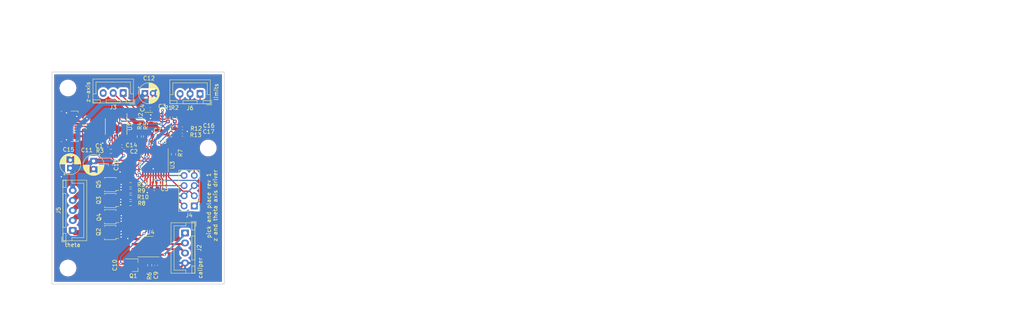
<source format=kicad_pcb>
(kicad_pcb (version 20171130) (host pcbnew 5.1.8)

  (general
    (thickness 1.6)
    (drawings 15)
    (tracks 449)
    (zones 0)
    (modules 48)
    (nets 46)
  )

  (page USLetter)
  (title_block
    (title "Project Title")
  )

  (layers
    (0 F.Cu signal)
    (31 B.Cu signal)
    (34 B.Paste user)
    (35 F.Paste user)
    (36 B.SilkS user)
    (37 F.SilkS user)
    (38 B.Mask user)
    (39 F.Mask user)
    (40 Dwgs.User user)
    (44 Edge.Cuts user)
    (46 B.CrtYd user)
    (47 F.CrtYd user)
    (48 B.Fab user)
    (49 F.Fab user)
  )

  (setup
    (last_trace_width 1.25)
    (user_trace_width 0.1524)
    (user_trace_width 0.2)
    (user_trace_width 0.25)
    (user_trace_width 0.3)
    (user_trace_width 0.5)
    (user_trace_width 0.75)
    (user_trace_width 1.25)
    (trace_clearance 0.1524)
    (zone_clearance 0.508)
    (zone_45_only no)
    (trace_min 0.1524)
    (via_size 0.6858)
    (via_drill 0.3302)
    (via_min_size 0.6858)
    (via_min_drill 0.3302)
    (user_via 0.6858 0.3302)
    (user_via 0.762 0.4064)
    (user_via 0.8636 0.508)
    (uvia_size 0.6858)
    (uvia_drill 0.3302)
    (uvias_allowed no)
    (uvia_min_size 0)
    (uvia_min_drill 0)
    (edge_width 0.1524)
    (segment_width 0.1524)
    (pcb_text_width 0.1524)
    (pcb_text_size 1.016 1.016)
    (mod_edge_width 0.1524)
    (mod_text_size 1.016 1.016)
    (mod_text_width 0.1524)
    (pad_size 1.524 1.524)
    (pad_drill 0.762)
    (pad_to_mask_clearance 0.0508)
    (solder_mask_min_width 0.1016)
    (pad_to_paste_clearance -0.0762)
    (aux_axis_origin 0 0)
    (visible_elements FFFEDF7D)
    (pcbplotparams
      (layerselection 0x310fc_80000001)
      (usegerberextensions true)
      (usegerberattributes false)
      (usegerberadvancedattributes false)
      (creategerberjobfile false)
      (excludeedgelayer true)
      (linewidth 0.100000)
      (plotframeref false)
      (viasonmask false)
      (mode 1)
      (useauxorigin false)
      (hpglpennumber 1)
      (hpglpenspeed 20)
      (hpglpendiameter 15.000000)
      (psnegative false)
      (psa4output false)
      (plotreference true)
      (plotvalue true)
      (plotinvisibletext false)
      (padsonsilk false)
      (subtractmaskfromsilk false)
      (outputformat 1)
      (mirror false)
      (drillshape 0)
      (scaleselection 1)
      (outputdirectory "gerbers"))
  )

  (net 0 "")
  (net 1 GND)
  (net 2 /FT_3V3)
  (net 3 /VBUS)
  (net 4 /1V8)
  (net 5 /SW2)
  (net 6 /SW1)
  (net 7 "Net-(J1-Pad4)")
  (net 8 "Net-(J1-Pad3)")
  (net 9 "Net-(J1-Pad2)")
  (net 10 /CALIPER_DAT_1V8)
  (net 11 /CALIPER_CLK_1V8)
  (net 12 "Net-(J3-Pad3)")
  (net 13 "Net-(J3-Pad2)")
  (net 14 "Net-(J3-Pad1)")
  (net 15 /FT_RXD)
  (net 16 /MCU_NRST)
  (net 17 /FT_TXD)
  (net 18 /MCU_SWDIO)
  (net 19 /MCU_SWCLK)
  (net 20 /B-)
  (net 21 /A-)
  (net 22 /B+)
  (net 23 /A+)
  (net 24 "Net-(Q1-Pad3)")
  (net 25 "Net-(Q2-Pad4)")
  (net 26 "Net-(Q3-Pad4)")
  (net 27 "Net-(Q4-Pad4)")
  (net 28 "Net-(Q5-Pad4)")
  (net 29 /DRV_IN2)
  (net 30 /DRV_IN1)
  (net 31 "Net-(R3-Pad1)")
  (net 32 "Net-(R4-Pad1)")
  (net 33 "Net-(R5-Pad1)")
  (net 34 /A+_GATE)
  (net 35 /A-_GATE)
  (net 36 /B+_GATE)
  (net 37 /B-_GATE)
  (net 38 /FT_24MHz)
  (net 39 "Net-(U1-Pad14)")
  (net 40 "Net-(U1-Pad7)")
  (net 41 "Net-(U1-Pad6)")
  (net 42 "Net-(U1-Pad2)")
  (net 43 /CALIPER_CLK_3V3)
  (net 44 /CALIPER_DAT_3V3)
  (net 45 "Net-(U3-Pad10)")

  (net_class Default "This is the default net class."
    (clearance 0.1524)
    (trace_width 0.1524)
    (via_dia 0.6858)
    (via_drill 0.3302)
    (uvia_dia 0.6858)
    (uvia_drill 0.3302)
    (add_net /1V8)
    (add_net /A+)
    (add_net /A+_GATE)
    (add_net /A-)
    (add_net /A-_GATE)
    (add_net /B+)
    (add_net /B+_GATE)
    (add_net /B-)
    (add_net /B-_GATE)
    (add_net /CALIPER_CLK_1V8)
    (add_net /CALIPER_CLK_3V3)
    (add_net /CALIPER_DAT_1V8)
    (add_net /CALIPER_DAT_3V3)
    (add_net /DRV_IN1)
    (add_net /DRV_IN2)
    (add_net /FT_24MHz)
    (add_net /FT_3V3)
    (add_net /FT_RXD)
    (add_net /FT_TXD)
    (add_net /MCU_NRST)
    (add_net /MCU_SWCLK)
    (add_net /MCU_SWDIO)
    (add_net /SW1)
    (add_net /SW2)
    (add_net /VBUS)
    (add_net GND)
    (add_net "Net-(J1-Pad2)")
    (add_net "Net-(J1-Pad3)")
    (add_net "Net-(J1-Pad4)")
    (add_net "Net-(J3-Pad1)")
    (add_net "Net-(J3-Pad2)")
    (add_net "Net-(J3-Pad3)")
    (add_net "Net-(Q1-Pad3)")
    (add_net "Net-(Q2-Pad4)")
    (add_net "Net-(Q3-Pad4)")
    (add_net "Net-(Q4-Pad4)")
    (add_net "Net-(Q5-Pad4)")
    (add_net "Net-(R3-Pad1)")
    (add_net "Net-(R4-Pad1)")
    (add_net "Net-(R5-Pad1)")
    (add_net "Net-(U1-Pad14)")
    (add_net "Net-(U1-Pad2)")
    (add_net "Net-(U1-Pad6)")
    (add_net "Net-(U1-Pad7)")
    (add_net "Net-(U3-Pad10)")
  )

  (module MountingHole:MountingHole_3.2mm_M3 (layer F.Cu) (tedit 56D1B4CB) (tstamp 5FF67ECE)
    (at 18 125)
    (descr "Mounting Hole 3.2mm, no annular, M3")
    (tags "mounting hole 3.2mm no annular m3")
    (path /602F76B9)
    (attr virtual)
    (fp_text reference H3 (at 0 -4.2) (layer F.SilkS) hide
      (effects (font (size 1 1) (thickness 0.15)))
    )
    (fp_text value MountingHole (at 1 3) (layer F.Fab)
      (effects (font (size 1 1) (thickness 0.15)))
    )
    (fp_text user %R (at 0.3 0) (layer F.Fab)
      (effects (font (size 1 1) (thickness 0.15)))
    )
    (fp_circle (center 0 0) (end 3.2 0) (layer Cmts.User) (width 0.15))
    (fp_circle (center 0 0) (end 3.45 0) (layer F.CrtYd) (width 0.05))
    (pad 1 np_thru_hole circle (at 0 0) (size 3.2 3.2) (drill 3.2) (layers *.Cu *.Mask))
  )

  (module MountingHole:MountingHole_3.2mm_M3 (layer F.Cu) (tedit 56D1B4CB) (tstamp 5FF67EC6)
    (at 53 95)
    (descr "Mounting Hole 3.2mm, no annular, M3")
    (tags "mounting hole 3.2mm no annular m3")
    (path /602F75AB)
    (attr virtual)
    (fp_text reference H2 (at 0 -4.2) (layer F.SilkS) hide
      (effects (font (size 1 1) (thickness 0.15)))
    )
    (fp_text value MountingHole (at 0 4.2) (layer F.Fab)
      (effects (font (size 1 1) (thickness 0.15)))
    )
    (fp_text user %R (at 0.3 0) (layer F.Fab)
      (effects (font (size 1 1) (thickness 0.15)))
    )
    (fp_circle (center 0 0) (end 3.2 0) (layer Cmts.User) (width 0.15))
    (fp_circle (center 0 0) (end 3.45 0) (layer F.CrtYd) (width 0.05))
    (pad 1 np_thru_hole circle (at 0 0) (size 3.2 3.2) (drill 3.2) (layers *.Cu *.Mask))
  )

  (module MountingHole:MountingHole_3.2mm_M3 (layer F.Cu) (tedit 56D1B4CB) (tstamp 5FF68498)
    (at 18 80)
    (descr "Mounting Hole 3.2mm, no annular, M3")
    (tags "mounting hole 3.2mm no annular m3")
    (path /602F706A)
    (attr virtual)
    (fp_text reference H1 (at 0 -4.2) (layer F.SilkS) hide
      (effects (font (size 1 1) (thickness 0.15)))
    )
    (fp_text value MountingHole (at 0 4.2) (layer F.Fab)
      (effects (font (size 1 1) (thickness 0.15)))
    )
    (fp_text user %R (at 0.3 0) (layer F.Fab)
      (effects (font (size 1 1) (thickness 0.15)))
    )
    (fp_circle (center 0 0) (end 3.2 0) (layer Cmts.User) (width 0.15))
    (fp_circle (center 0 0) (end 3.45 0) (layer F.CrtYd) (width 0.05))
    (pad 1 np_thru_hole circle (at 0 0) (size 3.2 3.2) (drill 3.2) (layers *.Cu *.Mask))
  )

  (module Package_SO:SOIC-8_3.9x4.9mm_P1.27mm (layer F.Cu) (tedit 5D9F72B1) (tstamp 5FF62E4F)
    (at 37.35 119.65 180)
    (descr "SOIC, 8 Pin (JEDEC MS-012AA, https://www.analog.com/media/en/package-pcb-resources/package/pkg_pdf/soic_narrow-r/r_8.pdf), generated with kicad-footprint-generator ipc_gullwing_generator.py")
    (tags "SOIC SO")
    (path /60085479)
    (attr smd)
    (fp_text reference U4 (at -1.24 3.6) (layer F.SilkS)
      (effects (font (size 1 1) (thickness 0.15)))
    )
    (fp_text value NLSV2T244D (at 0 3.4) (layer F.Fab)
      (effects (font (size 1 1) (thickness 0.15)))
    )
    (fp_text user %R (at 0 0) (layer F.Fab)
      (effects (font (size 0.98 0.98) (thickness 0.15)))
    )
    (fp_line (start 0 2.56) (end 1.95 2.56) (layer F.SilkS) (width 0.12))
    (fp_line (start 0 2.56) (end -1.95 2.56) (layer F.SilkS) (width 0.12))
    (fp_line (start 0 -2.56) (end 1.95 -2.56) (layer F.SilkS) (width 0.12))
    (fp_line (start 0 -2.56) (end -3.45 -2.56) (layer F.SilkS) (width 0.12))
    (fp_line (start -0.975 -2.45) (end 1.95 -2.45) (layer F.Fab) (width 0.1))
    (fp_line (start 1.95 -2.45) (end 1.95 2.45) (layer F.Fab) (width 0.1))
    (fp_line (start 1.95 2.45) (end -1.95 2.45) (layer F.Fab) (width 0.1))
    (fp_line (start -1.95 2.45) (end -1.95 -1.475) (layer F.Fab) (width 0.1))
    (fp_line (start -1.95 -1.475) (end -0.975 -2.45) (layer F.Fab) (width 0.1))
    (fp_line (start -3.7 -2.7) (end -3.7 2.7) (layer F.CrtYd) (width 0.05))
    (fp_line (start -3.7 2.7) (end 3.7 2.7) (layer F.CrtYd) (width 0.05))
    (fp_line (start 3.7 2.7) (end 3.7 -2.7) (layer F.CrtYd) (width 0.05))
    (fp_line (start 3.7 -2.7) (end -3.7 -2.7) (layer F.CrtYd) (width 0.05))
    (pad 8 smd roundrect (at 2.475 -1.905 180) (size 1.95 0.6) (layers F.Cu F.Paste F.Mask) (roundrect_rratio 0.25)
      (net 2 /FT_3V3))
    (pad 7 smd roundrect (at 2.475 -0.635 180) (size 1.95 0.6) (layers F.Cu F.Paste F.Mask) (roundrect_rratio 0.25)
      (net 44 /CALIPER_DAT_3V3))
    (pad 6 smd roundrect (at 2.475 0.635 180) (size 1.95 0.6) (layers F.Cu F.Paste F.Mask) (roundrect_rratio 0.25)
      (net 43 /CALIPER_CLK_3V3))
    (pad 5 smd roundrect (at 2.475 1.905 180) (size 1.95 0.6) (layers F.Cu F.Paste F.Mask) (roundrect_rratio 0.25)
      (net 1 GND))
    (pad 4 smd roundrect (at -2.475 1.905 180) (size 1.95 0.6) (layers F.Cu F.Paste F.Mask) (roundrect_rratio 0.25)
      (net 24 "Net-(Q1-Pad3)"))
    (pad 3 smd roundrect (at -2.475 0.635 180) (size 1.95 0.6) (layers F.Cu F.Paste F.Mask) (roundrect_rratio 0.25)
      (net 11 /CALIPER_CLK_1V8))
    (pad 2 smd roundrect (at -2.475 -0.635 180) (size 1.95 0.6) (layers F.Cu F.Paste F.Mask) (roundrect_rratio 0.25)
      (net 10 /CALIPER_DAT_1V8))
    (pad 1 smd roundrect (at -2.475 -1.905 180) (size 1.95 0.6) (layers F.Cu F.Paste F.Mask) (roundrect_rratio 0.25)
      (net 4 /1V8))
    (model ${KISYS3DMOD}/Package_SO.3dshapes/SOIC-8_3.9x4.9mm_P1.27mm.wrl
      (at (xyz 0 0 0))
      (scale (xyz 1 1 1))
      (rotate (xyz 0 0 0))
    )
  )

  (module Package_SO:TSSOP-20_4.4x6.5mm_P0.65mm (layer F.Cu) (tedit 5E476F32) (tstamp 5FF61529)
    (at 39.61 98.75 270)
    (descr "TSSOP, 20 Pin (JEDEC MO-153 Var AC https://www.jedec.org/document_search?search_api_views_fulltext=MO-153), generated with kicad-footprint-generator ipc_gullwing_generator.py")
    (tags "TSSOP SO")
    (path /5FEE113F)
    (attr smd)
    (fp_text reference U3 (at 0.51 -4.45 90) (layer F.SilkS)
      (effects (font (size 1 1) (thickness 0.15)))
    )
    (fp_text value STM32L011F4P6 (at 0 4.2 90) (layer F.Fab)
      (effects (font (size 1 1) (thickness 0.15)))
    )
    (fp_text user %R (at 0 0 90) (layer F.Fab)
      (effects (font (size 1 1) (thickness 0.15)))
    )
    (fp_line (start 0 3.385) (end 2.2 3.385) (layer F.SilkS) (width 0.12))
    (fp_line (start 0 3.385) (end -2.2 3.385) (layer F.SilkS) (width 0.12))
    (fp_line (start 0 -3.385) (end 2.2 -3.385) (layer F.SilkS) (width 0.12))
    (fp_line (start 0 -3.385) (end -3.6 -3.385) (layer F.SilkS) (width 0.12))
    (fp_line (start -1.2 -3.25) (end 2.2 -3.25) (layer F.Fab) (width 0.1))
    (fp_line (start 2.2 -3.25) (end 2.2 3.25) (layer F.Fab) (width 0.1))
    (fp_line (start 2.2 3.25) (end -2.2 3.25) (layer F.Fab) (width 0.1))
    (fp_line (start -2.2 3.25) (end -2.2 -2.25) (layer F.Fab) (width 0.1))
    (fp_line (start -2.2 -2.25) (end -1.2 -3.25) (layer F.Fab) (width 0.1))
    (fp_line (start -3.85 -3.5) (end -3.85 3.5) (layer F.CrtYd) (width 0.05))
    (fp_line (start -3.85 3.5) (end 3.85 3.5) (layer F.CrtYd) (width 0.05))
    (fp_line (start 3.85 3.5) (end 3.85 -3.5) (layer F.CrtYd) (width 0.05))
    (fp_line (start 3.85 -3.5) (end -3.85 -3.5) (layer F.CrtYd) (width 0.05))
    (pad 20 smd roundrect (at 2.8625 -2.925 270) (size 1.475 0.4) (layers F.Cu F.Paste F.Mask) (roundrect_rratio 0.25)
      (net 19 /MCU_SWCLK))
    (pad 19 smd roundrect (at 2.8625 -2.275 270) (size 1.475 0.4) (layers F.Cu F.Paste F.Mask) (roundrect_rratio 0.25)
      (net 18 /MCU_SWDIO))
    (pad 18 smd roundrect (at 2.8625 -1.625 270) (size 1.475 0.4) (layers F.Cu F.Paste F.Mask) (roundrect_rratio 0.25)
      (net 44 /CALIPER_DAT_3V3))
    (pad 17 smd roundrect (at 2.8625 -0.975 270) (size 1.475 0.4) (layers F.Cu F.Paste F.Mask) (roundrect_rratio 0.25)
      (net 43 /CALIPER_CLK_3V3))
    (pad 16 smd roundrect (at 2.8625 -0.325 270) (size 1.475 0.4) (layers F.Cu F.Paste F.Mask) (roundrect_rratio 0.25)
      (net 2 /FT_3V3))
    (pad 15 smd roundrect (at 2.8625 0.325 270) (size 1.475 0.4) (layers F.Cu F.Paste F.Mask) (roundrect_rratio 0.25)
      (net 1 GND))
    (pad 14 smd roundrect (at 2.8625 0.975 270) (size 1.475 0.4) (layers F.Cu F.Paste F.Mask) (roundrect_rratio 0.25)
      (net 34 /A+_GATE))
    (pad 13 smd roundrect (at 2.8625 1.625 270) (size 1.475 0.4) (layers F.Cu F.Paste F.Mask) (roundrect_rratio 0.25)
      (net 36 /B+_GATE))
    (pad 12 smd roundrect (at 2.8625 2.275 270) (size 1.475 0.4) (layers F.Cu F.Paste F.Mask) (roundrect_rratio 0.25)
      (net 35 /A-_GATE))
    (pad 11 smd roundrect (at 2.8625 2.925 270) (size 1.475 0.4) (layers F.Cu F.Paste F.Mask) (roundrect_rratio 0.25)
      (net 37 /B-_GATE))
    (pad 10 smd roundrect (at -2.8625 2.925 270) (size 1.475 0.4) (layers F.Cu F.Paste F.Mask) (roundrect_rratio 0.25)
      (net 45 "Net-(U3-Pad10)"))
    (pad 9 smd roundrect (at -2.8625 2.275 270) (size 1.475 0.4) (layers F.Cu F.Paste F.Mask) (roundrect_rratio 0.25)
      (net 17 /FT_TXD))
    (pad 8 smd roundrect (at -2.8625 1.625 270) (size 1.475 0.4) (layers F.Cu F.Paste F.Mask) (roundrect_rratio 0.25)
      (net 15 /FT_RXD))
    (pad 7 smd roundrect (at -2.8625 0.975 270) (size 1.475 0.4) (layers F.Cu F.Paste F.Mask) (roundrect_rratio 0.25)
      (net 29 /DRV_IN2))
    (pad 6 smd roundrect (at -2.8625 0.325 270) (size 1.475 0.4) (layers F.Cu F.Paste F.Mask) (roundrect_rratio 0.25)
      (net 38 /FT_24MHz))
    (pad 5 smd roundrect (at -2.8625 -0.325 270) (size 1.475 0.4) (layers F.Cu F.Paste F.Mask) (roundrect_rratio 0.25)
      (net 2 /FT_3V3))
    (pad 4 smd roundrect (at -2.8625 -0.975 270) (size 1.475 0.4) (layers F.Cu F.Paste F.Mask) (roundrect_rratio 0.25)
      (net 16 /MCU_NRST))
    (pad 3 smd roundrect (at -2.8625 -1.625 270) (size 1.475 0.4) (layers F.Cu F.Paste F.Mask) (roundrect_rratio 0.25)
      (net 30 /DRV_IN1))
    (pad 2 smd roundrect (at -2.8625 -2.275 270) (size 1.475 0.4) (layers F.Cu F.Paste F.Mask) (roundrect_rratio 0.25)
      (net 6 /SW1))
    (pad 1 smd roundrect (at -2.8625 -2.925 270) (size 1.475 0.4) (layers F.Cu F.Paste F.Mask) (roundrect_rratio 0.25)
      (net 5 /SW2))
    (model ${KISYS3DMOD}/Package_SO.3dshapes/TSSOP-20_4.4x6.5mm_P0.65mm.wrl
      (at (xyz 0 0 0))
      (scale (xyz 1 1 1))
      (rotate (xyz 0 0 0))
    )
  )

  (module Package_SON:WSON-8-1EP_2x2mm_P0.5mm_EP0.9x1.6mm (layer F.Cu) (tedit 5A65F6A7) (tstamp 5FF60396)
    (at 38.66 87.2)
    (descr "8-Lead Plastic WSON, 2x2mm Body, 0.5mm Pitch, WSON-8, http://www.ti.com/lit/ds/symlink/lm27761.pdf")
    (tags "WSON 8 1EP")
    (path /5FEB2A46)
    (attr smd)
    (fp_text reference U2 (at -2.54 -0.05 90) (layer F.SilkS)
      (effects (font (size 1 1) (thickness 0.15)))
    )
    (fp_text value DRV8837C (at 0.01 2.14) (layer F.Fab)
      (effects (font (size 1 1) (thickness 0.15)))
    )
    (fp_text user %R (at 0 0) (layer F.Fab)
      (effects (font (size 0.7 0.7) (thickness 0.1)))
    )
    (fp_line (start -0.5 -1) (end -1 -0.5) (layer F.Fab) (width 0.1))
    (fp_line (start -1 1) (end -1 -0.5) (layer F.Fab) (width 0.1))
    (fp_line (start 1 1) (end -1 1) (layer F.Fab) (width 0.1))
    (fp_line (start 1 -1) (end 1 1) (layer F.Fab) (width 0.1))
    (fp_line (start -0.5 -1) (end 1 -1) (layer F.Fab) (width 0.1))
    (fp_line (start -1.6 -1.25) (end -1.6 1.25) (layer F.CrtYd) (width 0.05))
    (fp_line (start 1.6 -1.25) (end 1.6 1.25) (layer F.CrtYd) (width 0.05))
    (fp_line (start -1.6 -1.25) (end 1.6 -1.25) (layer F.CrtYd) (width 0.05))
    (fp_line (start -1.6 1.25) (end 1.6 1.25) (layer F.CrtYd) (width 0.05))
    (fp_line (start 0.5 1.12) (end -0.5 1.12) (layer F.SilkS) (width 0.12))
    (fp_line (start -1.5 -1.12) (end 0.5 -1.12) (layer F.SilkS) (width 0.12))
    (pad "" smd rect (at 0 -0.4) (size 0.75 0.65) (layers F.Paste))
    (pad "" smd rect (at 0 0.4) (size 0.75 0.65) (layers F.Paste))
    (pad 6 smd rect (at 0.95 0.25) (size 0.5 0.25) (layers F.Cu F.Paste F.Mask)
      (net 30 /DRV_IN1))
    (pad 5 smd rect (at 0.95 0.75) (size 0.5 0.25) (layers F.Cu F.Paste F.Mask)
      (net 29 /DRV_IN2))
    (pad 4 smd rect (at -0.95 0.75) (size 0.5 0.25) (layers F.Cu F.Paste F.Mask)
      (net 1 GND))
    (pad 2 smd rect (at -0.95 -0.25) (size 0.5 0.25) (layers F.Cu F.Paste F.Mask)
      (net 14 "Net-(J3-Pad1)"))
    (pad 1 smd rect (at -0.95 -0.75) (size 0.5 0.25) (layers F.Cu F.Paste F.Mask)
      (net 3 /VBUS))
    (pad 9 smd rect (at 0 0) (size 0.9 1.6) (layers F.Cu F.Mask)
      (net 1 GND))
    (pad 8 smd rect (at 0.95 -0.75) (size 0.5 0.25) (layers F.Cu F.Paste F.Mask)
      (net 2 /FT_3V3))
    (pad 7 smd rect (at 0.95 -0.25) (size 0.5 0.25) (layers F.Cu F.Paste F.Mask)
      (net 1 GND))
    (pad 3 smd rect (at -0.95 0.25) (size 0.5 0.25) (layers F.Cu F.Paste F.Mask)
      (net 13 "Net-(J3-Pad2)"))
    (model ${KISYS3DMOD}/Package_SON.3dshapes/WSON-8-1EP_2x2mm_P0.5mm_EP0.9x1.6mm.wrl
      (at (xyz 0 0 0))
      (scale (xyz 1 1 1))
      (rotate (xyz 0 0 0))
    )
  )

  (module Package_SO:SSOP-16_3.9x4.9mm_P0.635mm (layer F.Cu) (tedit 5A02F25C) (tstamp 5FF6037B)
    (at 29.99 89.63 270)
    (descr "SSOP16: plastic shrink small outline package; 16 leads; body width 3.9 mm; lead pitch 0.635; (see NXP SSOP-TSSOP-VSO-REFLOW.pdf and sot519-1_po.pdf)")
    (tags "SSOP 0.635")
    (path /5FEC613C)
    (attr smd)
    (fp_text reference U1 (at 0 -3.5 90) (layer F.SilkS)
      (effects (font (size 1 1) (thickness 0.15)))
    )
    (fp_text value FT230XS (at 0 3.5 90) (layer F.Fab)
      (effects (font (size 1 1) (thickness 0.15)))
    )
    (fp_text user %R (at 0 0 90) (layer F.Fab)
      (effects (font (size 0.8 0.8) (thickness 0.15)))
    )
    (fp_line (start -0.95 -2.45) (end 1.95 -2.45) (layer F.Fab) (width 0.15))
    (fp_line (start 1.95 -2.45) (end 1.95 2.45) (layer F.Fab) (width 0.15))
    (fp_line (start 1.95 2.45) (end -1.95 2.45) (layer F.Fab) (width 0.15))
    (fp_line (start -1.95 2.45) (end -1.95 -1.45) (layer F.Fab) (width 0.15))
    (fp_line (start -1.95 -1.45) (end -0.95 -2.45) (layer F.Fab) (width 0.15))
    (fp_line (start -3.45 -2.85) (end -3.45 2.8) (layer F.CrtYd) (width 0.05))
    (fp_line (start 3.45 -2.85) (end 3.45 2.8) (layer F.CrtYd) (width 0.05))
    (fp_line (start -3.45 -2.85) (end 3.45 -2.85) (layer F.CrtYd) (width 0.05))
    (fp_line (start -3.45 2.8) (end 3.45 2.8) (layer F.CrtYd) (width 0.05))
    (fp_line (start -2 2.675) (end 2 2.675) (layer F.SilkS) (width 0.15))
    (fp_line (start -3.275 -2.725) (end 2 -2.725) (layer F.SilkS) (width 0.15))
    (pad 16 smd rect (at 2.6 -2.2225 270) (size 1.2 0.4) (layers F.Cu F.Paste F.Mask)
      (net 1 GND))
    (pad 15 smd rect (at 2.6 -1.5875 270) (size 1.2 0.4) (layers F.Cu F.Paste F.Mask)
      (net 38 /FT_24MHz))
    (pad 14 smd rect (at 2.6 -0.9525 270) (size 1.2 0.4) (layers F.Cu F.Paste F.Mask)
      (net 39 "Net-(U1-Pad14)"))
    (pad 13 smd rect (at 2.6 -0.3175 270) (size 1.2 0.4) (layers F.Cu F.Paste F.Mask)
      (net 1 GND))
    (pad 12 smd rect (at 2.6 0.3175 270) (size 1.2 0.4) (layers F.Cu F.Paste F.Mask)
      (net 3 /VBUS))
    (pad 11 smd rect (at 2.6 0.9525 270) (size 1.2 0.4) (layers F.Cu F.Paste F.Mask)
      (net 31 "Net-(R3-Pad1)"))
    (pad 10 smd rect (at 2.6 1.5875 270) (size 1.2 0.4) (layers F.Cu F.Paste F.Mask)
      (net 2 /FT_3V3))
    (pad 9 smd rect (at 2.6 2.2225 270) (size 1.2 0.4) (layers F.Cu F.Paste F.Mask)
      (net 8 "Net-(J1-Pad3)"))
    (pad 8 smd rect (at -2.6 2.2225 270) (size 1.2 0.4) (layers F.Cu F.Paste F.Mask)
      (net 9 "Net-(J1-Pad2)"))
    (pad 7 smd rect (at -2.6 1.5875 270) (size 1.2 0.4) (layers F.Cu F.Paste F.Mask)
      (net 40 "Net-(U1-Pad7)"))
    (pad 6 smd rect (at -2.6 0.9525 270) (size 1.2 0.4) (layers F.Cu F.Paste F.Mask)
      (net 41 "Net-(U1-Pad6)"))
    (pad 5 smd rect (at -2.6 0.3175 270) (size 1.2 0.4) (layers F.Cu F.Paste F.Mask)
      (net 1 GND))
    (pad 4 smd rect (at -2.6 -0.3175 270) (size 1.2 0.4) (layers F.Cu F.Paste F.Mask)
      (net 33 "Net-(R5-Pad1)"))
    (pad 3 smd rect (at -2.6 -0.9525 270) (size 1.2 0.4) (layers F.Cu F.Paste F.Mask)
      (net 2 /FT_3V3))
    (pad 2 smd rect (at -2.6 -1.5875 270) (size 1.2 0.4) (layers F.Cu F.Paste F.Mask)
      (net 42 "Net-(U1-Pad2)"))
    (pad 1 smd rect (at -2.6 -2.2225 270) (size 1.2 0.4) (layers F.Cu F.Paste F.Mask)
      (net 32 "Net-(R4-Pad1)"))
    (model ${KISYS3DMOD}/Package_SO.3dshapes/SSOP-16_3.9x4.9mm_P0.635mm.wrl
      (at (xyz 0 0 0))
      (scale (xyz 1 1 1))
      (rotate (xyz 0 0 0))
    )
  )

  (module Resistor_SMD:R_0603_1608Metric_Pad0.98x0.95mm_HandSolder (layer F.Cu) (tedit 5F68FEEE) (tstamp 5FF6035B)
    (at 43.775001 91.665001)
    (descr "Resistor SMD 0603 (1608 Metric), square (rectangular) end terminal, IPC_7351 nominal with elongated pad for handsoldering. (Body size source: IPC-SM-782 page 72, https://www.pcb-3d.com/wordpress/wp-content/uploads/ipc-sm-782a_amendment_1_and_2.pdf), generated with kicad-footprint-generator")
    (tags "resistor handsolder")
    (path /60198AF9)
    (attr smd)
    (fp_text reference R13 (at 6.094999 0.074999) (layer F.SilkS)
      (effects (font (size 1 1) (thickness 0.15)))
    )
    (fp_text value 10kR (at 0 1.43) (layer F.Fab)
      (effects (font (size 1 1) (thickness 0.15)))
    )
    (fp_text user %R (at 0 0) (layer F.Fab)
      (effects (font (size 0.4 0.4) (thickness 0.06)))
    )
    (fp_line (start -0.8 0.4125) (end -0.8 -0.4125) (layer F.Fab) (width 0.1))
    (fp_line (start -0.8 -0.4125) (end 0.8 -0.4125) (layer F.Fab) (width 0.1))
    (fp_line (start 0.8 -0.4125) (end 0.8 0.4125) (layer F.Fab) (width 0.1))
    (fp_line (start 0.8 0.4125) (end -0.8 0.4125) (layer F.Fab) (width 0.1))
    (fp_line (start -0.254724 -0.5225) (end 0.254724 -0.5225) (layer F.SilkS) (width 0.12))
    (fp_line (start -0.254724 0.5225) (end 0.254724 0.5225) (layer F.SilkS) (width 0.12))
    (fp_line (start -1.65 0.73) (end -1.65 -0.73) (layer F.CrtYd) (width 0.05))
    (fp_line (start -1.65 -0.73) (end 1.65 -0.73) (layer F.CrtYd) (width 0.05))
    (fp_line (start 1.65 -0.73) (end 1.65 0.73) (layer F.CrtYd) (width 0.05))
    (fp_line (start 1.65 0.73) (end -1.65 0.73) (layer F.CrtYd) (width 0.05))
    (pad 2 smd roundrect (at 0.9125 0) (size 0.975 0.95) (layers F.Cu F.Paste F.Mask) (roundrect_rratio 0.25)
      (net 6 /SW1))
    (pad 1 smd roundrect (at -0.9125 0) (size 0.975 0.95) (layers F.Cu F.Paste F.Mask) (roundrect_rratio 0.25)
      (net 2 /FT_3V3))
    (model ${KISYS3DMOD}/Resistor_SMD.3dshapes/R_0603_1608Metric.wrl
      (at (xyz 0 0 0))
      (scale (xyz 1 1 1))
      (rotate (xyz 0 0 0))
    )
  )

  (module Resistor_SMD:R_0603_1608Metric_Pad0.98x0.95mm_HandSolder (layer F.Cu) (tedit 5F68FEEE) (tstamp 5FF6034A)
    (at 43.73 90.07)
    (descr "Resistor SMD 0603 (1608 Metric), square (rectangular) end terminal, IPC_7351 nominal with elongated pad for handsoldering. (Body size source: IPC-SM-782 page 72, https://www.pcb-3d.com/wordpress/wp-content/uploads/ipc-sm-782a_amendment_1_and_2.pdf), generated with kicad-footprint-generator")
    (tags "resistor handsolder")
    (path /60192054)
    (attr smd)
    (fp_text reference R12 (at 6.26 0.06) (layer F.SilkS)
      (effects (font (size 1 1) (thickness 0.15)))
    )
    (fp_text value 10kR (at 0 1.43) (layer F.Fab)
      (effects (font (size 1 1) (thickness 0.15)))
    )
    (fp_text user %R (at 0 0) (layer F.Fab)
      (effects (font (size 0.4 0.4) (thickness 0.06)))
    )
    (fp_line (start -0.8 0.4125) (end -0.8 -0.4125) (layer F.Fab) (width 0.1))
    (fp_line (start -0.8 -0.4125) (end 0.8 -0.4125) (layer F.Fab) (width 0.1))
    (fp_line (start 0.8 -0.4125) (end 0.8 0.4125) (layer F.Fab) (width 0.1))
    (fp_line (start 0.8 0.4125) (end -0.8 0.4125) (layer F.Fab) (width 0.1))
    (fp_line (start -0.254724 -0.5225) (end 0.254724 -0.5225) (layer F.SilkS) (width 0.12))
    (fp_line (start -0.254724 0.5225) (end 0.254724 0.5225) (layer F.SilkS) (width 0.12))
    (fp_line (start -1.65 0.73) (end -1.65 -0.73) (layer F.CrtYd) (width 0.05))
    (fp_line (start -1.65 -0.73) (end 1.65 -0.73) (layer F.CrtYd) (width 0.05))
    (fp_line (start 1.65 -0.73) (end 1.65 0.73) (layer F.CrtYd) (width 0.05))
    (fp_line (start 1.65 0.73) (end -1.65 0.73) (layer F.CrtYd) (width 0.05))
    (pad 2 smd roundrect (at 0.9125 0) (size 0.975 0.95) (layers F.Cu F.Paste F.Mask) (roundrect_rratio 0.25)
      (net 5 /SW2))
    (pad 1 smd roundrect (at -0.9125 0) (size 0.975 0.95) (layers F.Cu F.Paste F.Mask) (roundrect_rratio 0.25)
      (net 2 /FT_3V3))
    (model ${KISYS3DMOD}/Resistor_SMD.3dshapes/R_0603_1608Metric.wrl
      (at (xyz 0 0 0))
      (scale (xyz 1 1 1))
      (rotate (xyz 0 0 0))
    )
  )

  (module Resistor_SMD:R_0603_1608Metric_Pad0.98x0.95mm_HandSolder (layer F.Cu) (tedit 5F68FEEE) (tstamp 5FF60339)
    (at 33.62 104.19 180)
    (descr "Resistor SMD 0603 (1608 Metric), square (rectangular) end terminal, IPC_7351 nominal with elongated pad for handsoldering. (Body size source: IPC-SM-782 page 72, https://www.pcb-3d.com/wordpress/wp-content/uploads/ipc-sm-782a_amendment_1_and_2.pdf), generated with kicad-footprint-generator")
    (tags "resistor handsolder")
    (path /5FF5E5F4)
    (attr smd)
    (fp_text reference R11 (at -3.09 0.01) (layer F.SilkS)
      (effects (font (size 1 1) (thickness 0.15)))
    )
    (fp_text value 1kR (at 0 1.43) (layer F.Fab)
      (effects (font (size 1 1) (thickness 0.15)))
    )
    (fp_text user %R (at 0 0 180) (layer F.Fab)
      (effects (font (size 0.4 0.4) (thickness 0.06)))
    )
    (fp_line (start -0.8 0.4125) (end -0.8 -0.4125) (layer F.Fab) (width 0.1))
    (fp_line (start -0.8 -0.4125) (end 0.8 -0.4125) (layer F.Fab) (width 0.1))
    (fp_line (start 0.8 -0.4125) (end 0.8 0.4125) (layer F.Fab) (width 0.1))
    (fp_line (start 0.8 0.4125) (end -0.8 0.4125) (layer F.Fab) (width 0.1))
    (fp_line (start -0.254724 -0.5225) (end 0.254724 -0.5225) (layer F.SilkS) (width 0.12))
    (fp_line (start -0.254724 0.5225) (end 0.254724 0.5225) (layer F.SilkS) (width 0.12))
    (fp_line (start -1.65 0.73) (end -1.65 -0.73) (layer F.CrtYd) (width 0.05))
    (fp_line (start -1.65 -0.73) (end 1.65 -0.73) (layer F.CrtYd) (width 0.05))
    (fp_line (start 1.65 -0.73) (end 1.65 0.73) (layer F.CrtYd) (width 0.05))
    (fp_line (start 1.65 0.73) (end -1.65 0.73) (layer F.CrtYd) (width 0.05))
    (pad 2 smd roundrect (at 0.9125 0 180) (size 0.975 0.95) (layers F.Cu F.Paste F.Mask) (roundrect_rratio 0.25)
      (net 28 "Net-(Q5-Pad4)"))
    (pad 1 smd roundrect (at -0.9125 0 180) (size 0.975 0.95) (layers F.Cu F.Paste F.Mask) (roundrect_rratio 0.25)
      (net 37 /B-_GATE))
    (model ${KISYS3DMOD}/Resistor_SMD.3dshapes/R_0603_1608Metric.wrl
      (at (xyz 0 0 0))
      (scale (xyz 1 1 1))
      (rotate (xyz 0 0 0))
    )
  )

  (module Resistor_SMD:R_0603_1608Metric_Pad0.98x0.95mm_HandSolder (layer F.Cu) (tedit 5F68FEEE) (tstamp 5FF60328)
    (at 33.63 107.31 180)
    (descr "Resistor SMD 0603 (1608 Metric), square (rectangular) end terminal, IPC_7351 nominal with elongated pad for handsoldering. (Body size source: IPC-SM-782 page 72, https://www.pcb-3d.com/wordpress/wp-content/uploads/ipc-sm-782a_amendment_1_and_2.pdf), generated with kicad-footprint-generator")
    (tags "resistor handsolder")
    (path /5FF49237)
    (attr smd)
    (fp_text reference R10 (at -3.08 0.05) (layer F.SilkS)
      (effects (font (size 1 1) (thickness 0.15)))
    )
    (fp_text value 1kR (at 0 1.43) (layer F.Fab)
      (effects (font (size 1 1) (thickness 0.15)))
    )
    (fp_text user %R (at 0 0) (layer F.Fab)
      (effects (font (size 0.4 0.4) (thickness 0.06)))
    )
    (fp_line (start -0.8 0.4125) (end -0.8 -0.4125) (layer F.Fab) (width 0.1))
    (fp_line (start -0.8 -0.4125) (end 0.8 -0.4125) (layer F.Fab) (width 0.1))
    (fp_line (start 0.8 -0.4125) (end 0.8 0.4125) (layer F.Fab) (width 0.1))
    (fp_line (start 0.8 0.4125) (end -0.8 0.4125) (layer F.Fab) (width 0.1))
    (fp_line (start -0.254724 -0.5225) (end 0.254724 -0.5225) (layer F.SilkS) (width 0.12))
    (fp_line (start -0.254724 0.5225) (end 0.254724 0.5225) (layer F.SilkS) (width 0.12))
    (fp_line (start -1.65 0.73) (end -1.65 -0.73) (layer F.CrtYd) (width 0.05))
    (fp_line (start -1.65 -0.73) (end 1.65 -0.73) (layer F.CrtYd) (width 0.05))
    (fp_line (start 1.65 -0.73) (end 1.65 0.73) (layer F.CrtYd) (width 0.05))
    (fp_line (start 1.65 0.73) (end -1.65 0.73) (layer F.CrtYd) (width 0.05))
    (pad 2 smd roundrect (at 0.9125 0 180) (size 0.975 0.95) (layers F.Cu F.Paste F.Mask) (roundrect_rratio 0.25)
      (net 27 "Net-(Q4-Pad4)"))
    (pad 1 smd roundrect (at -0.9125 0 180) (size 0.975 0.95) (layers F.Cu F.Paste F.Mask) (roundrect_rratio 0.25)
      (net 36 /B+_GATE))
    (model ${KISYS3DMOD}/Resistor_SMD.3dshapes/R_0603_1608Metric.wrl
      (at (xyz 0 0 0))
      (scale (xyz 1 1 1))
      (rotate (xyz 0 0 0))
    )
  )

  (module Resistor_SMD:R_0603_1608Metric_Pad0.98x0.95mm_HandSolder (layer F.Cu) (tedit 5F68FEEE) (tstamp 5FF60317)
    (at 33.61 105.75 180)
    (descr "Resistor SMD 0603 (1608 Metric), square (rectangular) end terminal, IPC_7351 nominal with elongated pad for handsoldering. (Body size source: IPC-SM-782 page 72, https://www.pcb-3d.com/wordpress/wp-content/uploads/ipc-sm-782a_amendment_1_and_2.pdf), generated with kicad-footprint-generator")
    (tags "resistor handsolder")
    (path /5FF5E10F)
    (attr smd)
    (fp_text reference R9 (at -2.71 0.07) (layer F.SilkS)
      (effects (font (size 1 1) (thickness 0.15)))
    )
    (fp_text value 1kR (at 0 1.43) (layer F.Fab)
      (effects (font (size 1 1) (thickness 0.15)))
    )
    (fp_text user %R (at 0 0) (layer F.Fab)
      (effects (font (size 0.4 0.4) (thickness 0.06)))
    )
    (fp_line (start -0.8 0.4125) (end -0.8 -0.4125) (layer F.Fab) (width 0.1))
    (fp_line (start -0.8 -0.4125) (end 0.8 -0.4125) (layer F.Fab) (width 0.1))
    (fp_line (start 0.8 -0.4125) (end 0.8 0.4125) (layer F.Fab) (width 0.1))
    (fp_line (start 0.8 0.4125) (end -0.8 0.4125) (layer F.Fab) (width 0.1))
    (fp_line (start -0.254724 -0.5225) (end 0.254724 -0.5225) (layer F.SilkS) (width 0.12))
    (fp_line (start -0.254724 0.5225) (end 0.254724 0.5225) (layer F.SilkS) (width 0.12))
    (fp_line (start -1.65 0.73) (end -1.65 -0.73) (layer F.CrtYd) (width 0.05))
    (fp_line (start -1.65 -0.73) (end 1.65 -0.73) (layer F.CrtYd) (width 0.05))
    (fp_line (start 1.65 -0.73) (end 1.65 0.73) (layer F.CrtYd) (width 0.05))
    (fp_line (start 1.65 0.73) (end -1.65 0.73) (layer F.CrtYd) (width 0.05))
    (pad 2 smd roundrect (at 0.9125 0 180) (size 0.975 0.95) (layers F.Cu F.Paste F.Mask) (roundrect_rratio 0.25)
      (net 26 "Net-(Q3-Pad4)"))
    (pad 1 smd roundrect (at -0.9125 0 180) (size 0.975 0.95) (layers F.Cu F.Paste F.Mask) (roundrect_rratio 0.25)
      (net 35 /A-_GATE))
    (model ${KISYS3DMOD}/Resistor_SMD.3dshapes/R_0603_1608Metric.wrl
      (at (xyz 0 0 0))
      (scale (xyz 1 1 1))
      (rotate (xyz 0 0 0))
    )
  )

  (module Resistor_SMD:R_0603_1608Metric_Pad0.98x0.95mm_HandSolder (layer F.Cu) (tedit 5F68FEEE) (tstamp 5FF60306)
    (at 33.63 108.88 180)
    (descr "Resistor SMD 0603 (1608 Metric), square (rectangular) end terminal, IPC_7351 nominal with elongated pad for handsoldering. (Body size source: IPC-SM-782 page 72, https://www.pcb-3d.com/wordpress/wp-content/uploads/ipc-sm-782a_amendment_1_and_2.pdf), generated with kicad-footprint-generator")
    (tags "resistor handsolder")
    (path /5FF5ECB6)
    (attr smd)
    (fp_text reference R8 (at -2.75 0.06) (layer F.SilkS)
      (effects (font (size 1 1) (thickness 0.15)))
    )
    (fp_text value 1kR (at 0 1.43) (layer F.Fab)
      (effects (font (size 1 1) (thickness 0.15)))
    )
    (fp_text user %R (at 0 0) (layer F.Fab)
      (effects (font (size 0.4 0.4) (thickness 0.06)))
    )
    (fp_line (start -0.8 0.4125) (end -0.8 -0.4125) (layer F.Fab) (width 0.1))
    (fp_line (start -0.8 -0.4125) (end 0.8 -0.4125) (layer F.Fab) (width 0.1))
    (fp_line (start 0.8 -0.4125) (end 0.8 0.4125) (layer F.Fab) (width 0.1))
    (fp_line (start 0.8 0.4125) (end -0.8 0.4125) (layer F.Fab) (width 0.1))
    (fp_line (start -0.254724 -0.5225) (end 0.254724 -0.5225) (layer F.SilkS) (width 0.12))
    (fp_line (start -0.254724 0.5225) (end 0.254724 0.5225) (layer F.SilkS) (width 0.12))
    (fp_line (start -1.65 0.73) (end -1.65 -0.73) (layer F.CrtYd) (width 0.05))
    (fp_line (start -1.65 -0.73) (end 1.65 -0.73) (layer F.CrtYd) (width 0.05))
    (fp_line (start 1.65 -0.73) (end 1.65 0.73) (layer F.CrtYd) (width 0.05))
    (fp_line (start 1.65 0.73) (end -1.65 0.73) (layer F.CrtYd) (width 0.05))
    (pad 2 smd roundrect (at 0.9125 0 180) (size 0.975 0.95) (layers F.Cu F.Paste F.Mask) (roundrect_rratio 0.25)
      (net 25 "Net-(Q2-Pad4)"))
    (pad 1 smd roundrect (at -0.9125 0 180) (size 0.975 0.95) (layers F.Cu F.Paste F.Mask) (roundrect_rratio 0.25)
      (net 34 /A+_GATE))
    (model ${KISYS3DMOD}/Resistor_SMD.3dshapes/R_0603_1608Metric.wrl
      (at (xyz 0 0 0))
      (scale (xyz 1 1 1))
      (rotate (xyz 0 0 0))
    )
  )

  (module Resistor_SMD:R_0603_1608Metric_Pad0.98x0.95mm_HandSolder (layer F.Cu) (tedit 5F68FEEE) (tstamp 5FF602F5)
    (at 44.34 96.56 90)
    (descr "Resistor SMD 0603 (1608 Metric), square (rectangular) end terminal, IPC_7351 nominal with elongated pad for handsoldering. (Body size source: IPC-SM-782 page 72, https://www.pcb-3d.com/wordpress/wp-content/uploads/ipc-sm-782a_amendment_1_and_2.pdf), generated with kicad-footprint-generator")
    (tags "resistor handsolder")
    (path /5FFAF9CF)
    (attr smd)
    (fp_text reference R7 (at 0.31 1.71 90) (layer F.SilkS)
      (effects (font (size 1 1) (thickness 0.15)))
    )
    (fp_text value 10kR (at 0 1.43 90) (layer F.Fab)
      (effects (font (size 1 1) (thickness 0.15)))
    )
    (fp_text user %R (at 0 0 90) (layer F.Fab)
      (effects (font (size 0.4 0.4) (thickness 0.06)))
    )
    (fp_line (start -0.8 0.4125) (end -0.8 -0.4125) (layer F.Fab) (width 0.1))
    (fp_line (start -0.8 -0.4125) (end 0.8 -0.4125) (layer F.Fab) (width 0.1))
    (fp_line (start 0.8 -0.4125) (end 0.8 0.4125) (layer F.Fab) (width 0.1))
    (fp_line (start 0.8 0.4125) (end -0.8 0.4125) (layer F.Fab) (width 0.1))
    (fp_line (start -0.254724 -0.5225) (end 0.254724 -0.5225) (layer F.SilkS) (width 0.12))
    (fp_line (start -0.254724 0.5225) (end 0.254724 0.5225) (layer F.SilkS) (width 0.12))
    (fp_line (start -1.65 0.73) (end -1.65 -0.73) (layer F.CrtYd) (width 0.05))
    (fp_line (start -1.65 -0.73) (end 1.65 -0.73) (layer F.CrtYd) (width 0.05))
    (fp_line (start 1.65 -0.73) (end 1.65 0.73) (layer F.CrtYd) (width 0.05))
    (fp_line (start 1.65 0.73) (end -1.65 0.73) (layer F.CrtYd) (width 0.05))
    (pad 2 smd roundrect (at 0.9125 0 90) (size 0.975 0.95) (layers F.Cu F.Paste F.Mask) (roundrect_rratio 0.25)
      (net 16 /MCU_NRST))
    (pad 1 smd roundrect (at -0.9125 0 90) (size 0.975 0.95) (layers F.Cu F.Paste F.Mask) (roundrect_rratio 0.25)
      (net 2 /FT_3V3))
    (model ${KISYS3DMOD}/Resistor_SMD.3dshapes/R_0603_1608Metric.wrl
      (at (xyz 0 0 0))
      (scale (xyz 1 1 1))
      (rotate (xyz 0 0 0))
    )
  )

  (module Resistor_SMD:R_0603_1608Metric_Pad0.98x0.95mm_HandSolder (layer F.Cu) (tedit 5F68FEEE) (tstamp 5FF602E4)
    (at 38.4 124.32 270)
    (descr "Resistor SMD 0603 (1608 Metric), square (rectangular) end terminal, IPC_7351 nominal with elongated pad for handsoldering. (Body size source: IPC-SM-782 page 72, https://www.pcb-3d.com/wordpress/wp-content/uploads/ipc-sm-782a_amendment_1_and_2.pdf), generated with kicad-footprint-generator")
    (tags "resistor handsolder")
    (path /6007F9F6)
    (attr smd)
    (fp_text reference R6 (at 2.66 0.08 90) (layer F.SilkS)
      (effects (font (size 1 1) (thickness 0.15)))
    )
    (fp_text value 10kR (at 0 1.43 90) (layer F.Fab)
      (effects (font (size 1 1) (thickness 0.15)))
    )
    (fp_text user %R (at 0 0 90) (layer F.Fab)
      (effects (font (size 0.4 0.4) (thickness 0.06)))
    )
    (fp_line (start -0.8 0.4125) (end -0.8 -0.4125) (layer F.Fab) (width 0.1))
    (fp_line (start -0.8 -0.4125) (end 0.8 -0.4125) (layer F.Fab) (width 0.1))
    (fp_line (start 0.8 -0.4125) (end 0.8 0.4125) (layer F.Fab) (width 0.1))
    (fp_line (start 0.8 0.4125) (end -0.8 0.4125) (layer F.Fab) (width 0.1))
    (fp_line (start -0.254724 -0.5225) (end 0.254724 -0.5225) (layer F.SilkS) (width 0.12))
    (fp_line (start -0.254724 0.5225) (end 0.254724 0.5225) (layer F.SilkS) (width 0.12))
    (fp_line (start -1.65 0.73) (end -1.65 -0.73) (layer F.CrtYd) (width 0.05))
    (fp_line (start -1.65 -0.73) (end 1.65 -0.73) (layer F.CrtYd) (width 0.05))
    (fp_line (start 1.65 -0.73) (end 1.65 0.73) (layer F.CrtYd) (width 0.05))
    (fp_line (start 1.65 0.73) (end -1.65 0.73) (layer F.CrtYd) (width 0.05))
    (pad 2 smd roundrect (at 0.9125 0 270) (size 0.975 0.95) (layers F.Cu F.Paste F.Mask) (roundrect_rratio 0.25)
      (net 24 "Net-(Q1-Pad3)"))
    (pad 1 smd roundrect (at -0.9125 0 270) (size 0.975 0.95) (layers F.Cu F.Paste F.Mask) (roundrect_rratio 0.25)
      (net 4 /1V8))
    (model ${KISYS3DMOD}/Resistor_SMD.3dshapes/R_0603_1608Metric.wrl
      (at (xyz 0 0 0))
      (scale (xyz 1 1 1))
      (rotate (xyz 0 0 0))
    )
  )

  (module Resistor_SMD:R_0603_1608Metric_Pad0.98x0.95mm_HandSolder (layer F.Cu) (tedit 5F68FEEE) (tstamp 5FF602D3)
    (at 37.38 92.1325 270)
    (descr "Resistor SMD 0603 (1608 Metric), square (rectangular) end terminal, IPC_7351 nominal with elongated pad for handsoldering. (Body size source: IPC-SM-782 page 72, https://www.pcb-3d.com/wordpress/wp-content/uploads/ipc-sm-782a_amendment_1_and_2.pdf), generated with kicad-footprint-generator")
    (tags "resistor handsolder")
    (path /5FF42CBE)
    (attr smd)
    (fp_text reference R5 (at -2.6425 -0.05 90) (layer F.SilkS)
      (effects (font (size 1 1) (thickness 0.15)))
    )
    (fp_text value 1kR (at 0 1.43 90) (layer F.Fab)
      (effects (font (size 1 1) (thickness 0.15)))
    )
    (fp_text user %R (at 0 0 90) (layer F.Fab)
      (effects (font (size 0.4 0.4) (thickness 0.06)))
    )
    (fp_line (start -0.8 0.4125) (end -0.8 -0.4125) (layer F.Fab) (width 0.1))
    (fp_line (start -0.8 -0.4125) (end 0.8 -0.4125) (layer F.Fab) (width 0.1))
    (fp_line (start 0.8 -0.4125) (end 0.8 0.4125) (layer F.Fab) (width 0.1))
    (fp_line (start 0.8 0.4125) (end -0.8 0.4125) (layer F.Fab) (width 0.1))
    (fp_line (start -0.254724 -0.5225) (end 0.254724 -0.5225) (layer F.SilkS) (width 0.12))
    (fp_line (start -0.254724 0.5225) (end 0.254724 0.5225) (layer F.SilkS) (width 0.12))
    (fp_line (start -1.65 0.73) (end -1.65 -0.73) (layer F.CrtYd) (width 0.05))
    (fp_line (start -1.65 -0.73) (end 1.65 -0.73) (layer F.CrtYd) (width 0.05))
    (fp_line (start 1.65 -0.73) (end 1.65 0.73) (layer F.CrtYd) (width 0.05))
    (fp_line (start 1.65 0.73) (end -1.65 0.73) (layer F.CrtYd) (width 0.05))
    (pad 2 smd roundrect (at 0.9125 0 270) (size 0.975 0.95) (layers F.Cu F.Paste F.Mask) (roundrect_rratio 0.25)
      (net 15 /FT_RXD))
    (pad 1 smd roundrect (at -0.9125 0 270) (size 0.975 0.95) (layers F.Cu F.Paste F.Mask) (roundrect_rratio 0.25)
      (net 33 "Net-(R5-Pad1)"))
    (model ${KISYS3DMOD}/Resistor_SMD.3dshapes/R_0603_1608Metric.wrl
      (at (xyz 0 0 0))
      (scale (xyz 1 1 1))
      (rotate (xyz 0 0 0))
    )
  )

  (module Resistor_SMD:R_0603_1608Metric_Pad0.98x0.95mm_HandSolder (layer F.Cu) (tedit 5F68FEEE) (tstamp 5FF602C2)
    (at 35.8 92.13 270)
    (descr "Resistor SMD 0603 (1608 Metric), square (rectangular) end terminal, IPC_7351 nominal with elongated pad for handsoldering. (Body size source: IPC-SM-782 page 72, https://www.pcb-3d.com/wordpress/wp-content/uploads/ipc-sm-782a_amendment_1_and_2.pdf), generated with kicad-footprint-generator")
    (tags "resistor handsolder")
    (path /5FF425D8)
    (attr smd)
    (fp_text reference R4 (at -2.66 -0.1 90) (layer F.SilkS)
      (effects (font (size 1 1) (thickness 0.15)))
    )
    (fp_text value 1kR (at 0 1.43 90) (layer F.Fab)
      (effects (font (size 1 1) (thickness 0.15)))
    )
    (fp_text user %R (at 0 0 90) (layer F.Fab)
      (effects (font (size 0.4 0.4) (thickness 0.06)))
    )
    (fp_line (start -0.8 0.4125) (end -0.8 -0.4125) (layer F.Fab) (width 0.1))
    (fp_line (start -0.8 -0.4125) (end 0.8 -0.4125) (layer F.Fab) (width 0.1))
    (fp_line (start 0.8 -0.4125) (end 0.8 0.4125) (layer F.Fab) (width 0.1))
    (fp_line (start 0.8 0.4125) (end -0.8 0.4125) (layer F.Fab) (width 0.1))
    (fp_line (start -0.254724 -0.5225) (end 0.254724 -0.5225) (layer F.SilkS) (width 0.12))
    (fp_line (start -0.254724 0.5225) (end 0.254724 0.5225) (layer F.SilkS) (width 0.12))
    (fp_line (start -1.65 0.73) (end -1.65 -0.73) (layer F.CrtYd) (width 0.05))
    (fp_line (start -1.65 -0.73) (end 1.65 -0.73) (layer F.CrtYd) (width 0.05))
    (fp_line (start 1.65 -0.73) (end 1.65 0.73) (layer F.CrtYd) (width 0.05))
    (fp_line (start 1.65 0.73) (end -1.65 0.73) (layer F.CrtYd) (width 0.05))
    (pad 2 smd roundrect (at 0.9125 0 270) (size 0.975 0.95) (layers F.Cu F.Paste F.Mask) (roundrect_rratio 0.25)
      (net 17 /FT_TXD))
    (pad 1 smd roundrect (at -0.9125 0 270) (size 0.975 0.95) (layers F.Cu F.Paste F.Mask) (roundrect_rratio 0.25)
      (net 32 "Net-(R4-Pad1)"))
    (model ${KISYS3DMOD}/Resistor_SMD.3dshapes/R_0603_1608Metric.wrl
      (at (xyz 0 0 0))
      (scale (xyz 1 1 1))
      (rotate (xyz 0 0 0))
    )
  )

  (module Resistor_SMD:R_0603_1608Metric_Pad0.98x0.95mm_HandSolder (layer F.Cu) (tedit 5F68FEEE) (tstamp 5FF602B1)
    (at 28.7 95.82 180)
    (descr "Resistor SMD 0603 (1608 Metric), square (rectangular) end terminal, IPC_7351 nominal with elongated pad for handsoldering. (Body size source: IPC-SM-782 page 72, https://www.pcb-3d.com/wordpress/wp-content/uploads/ipc-sm-782a_amendment_1_and_2.pdf), generated with kicad-footprint-generator")
    (tags "resistor handsolder")
    (path /5FF325DC)
    (attr smd)
    (fp_text reference R3 (at 2.74 0.11) (layer F.SilkS)
      (effects (font (size 1 1) (thickness 0.15)))
    )
    (fp_text value 10kR (at 0 1.43) (layer F.Fab)
      (effects (font (size 1 1) (thickness 0.15)))
    )
    (fp_text user %R (at 0 0) (layer F.Fab)
      (effects (font (size 0.4 0.4) (thickness 0.06)))
    )
    (fp_line (start -0.8 0.4125) (end -0.8 -0.4125) (layer F.Fab) (width 0.1))
    (fp_line (start -0.8 -0.4125) (end 0.8 -0.4125) (layer F.Fab) (width 0.1))
    (fp_line (start 0.8 -0.4125) (end 0.8 0.4125) (layer F.Fab) (width 0.1))
    (fp_line (start 0.8 0.4125) (end -0.8 0.4125) (layer F.Fab) (width 0.1))
    (fp_line (start -0.254724 -0.5225) (end 0.254724 -0.5225) (layer F.SilkS) (width 0.12))
    (fp_line (start -0.254724 0.5225) (end 0.254724 0.5225) (layer F.SilkS) (width 0.12))
    (fp_line (start -1.65 0.73) (end -1.65 -0.73) (layer F.CrtYd) (width 0.05))
    (fp_line (start -1.65 -0.73) (end 1.65 -0.73) (layer F.CrtYd) (width 0.05))
    (fp_line (start 1.65 -0.73) (end 1.65 0.73) (layer F.CrtYd) (width 0.05))
    (fp_line (start 1.65 0.73) (end -1.65 0.73) (layer F.CrtYd) (width 0.05))
    (pad 2 smd roundrect (at 0.9125 0 180) (size 0.975 0.95) (layers F.Cu F.Paste F.Mask) (roundrect_rratio 0.25)
      (net 2 /FT_3V3))
    (pad 1 smd roundrect (at -0.9125 0 180) (size 0.975 0.95) (layers F.Cu F.Paste F.Mask) (roundrect_rratio 0.25)
      (net 31 "Net-(R3-Pad1)"))
    (model ${KISYS3DMOD}/Resistor_SMD.3dshapes/R_0603_1608Metric.wrl
      (at (xyz 0 0 0))
      (scale (xyz 1 1 1))
      (rotate (xyz 0 0 0))
    )
  )

  (module Resistor_SMD:R_0603_1608Metric_Pad0.98x0.95mm_HandSolder (layer F.Cu) (tedit 5F68FEEE) (tstamp 5FF602A0)
    (at 44.66 87.45 90)
    (descr "Resistor SMD 0603 (1608 Metric), square (rectangular) end terminal, IPC_7351 nominal with elongated pad for handsoldering. (Body size source: IPC-SM-782 page 72, https://www.pcb-3d.com/wordpress/wp-content/uploads/ipc-sm-782a_amendment_1_and_2.pdf), generated with kicad-footprint-generator")
    (tags "resistor handsolder")
    (path /5FF895C9)
    (attr smd)
    (fp_text reference R2 (at 2.52 0 180) (layer F.SilkS)
      (effects (font (size 1 1) (thickness 0.15)))
    )
    (fp_text value 10kR (at 0 1.43 90) (layer F.Fab)
      (effects (font (size 1 1) (thickness 0.15)))
    )
    (fp_text user %R (at 0 0 90) (layer F.Fab)
      (effects (font (size 0.4 0.4) (thickness 0.06)))
    )
    (fp_line (start -0.8 0.4125) (end -0.8 -0.4125) (layer F.Fab) (width 0.1))
    (fp_line (start -0.8 -0.4125) (end 0.8 -0.4125) (layer F.Fab) (width 0.1))
    (fp_line (start 0.8 -0.4125) (end 0.8 0.4125) (layer F.Fab) (width 0.1))
    (fp_line (start 0.8 0.4125) (end -0.8 0.4125) (layer F.Fab) (width 0.1))
    (fp_line (start -0.254724 -0.5225) (end 0.254724 -0.5225) (layer F.SilkS) (width 0.12))
    (fp_line (start -0.254724 0.5225) (end 0.254724 0.5225) (layer F.SilkS) (width 0.12))
    (fp_line (start -1.65 0.73) (end -1.65 -0.73) (layer F.CrtYd) (width 0.05))
    (fp_line (start -1.65 -0.73) (end 1.65 -0.73) (layer F.CrtYd) (width 0.05))
    (fp_line (start 1.65 -0.73) (end 1.65 0.73) (layer F.CrtYd) (width 0.05))
    (fp_line (start 1.65 0.73) (end -1.65 0.73) (layer F.CrtYd) (width 0.05))
    (pad 2 smd roundrect (at 0.9125 0 90) (size 0.975 0.95) (layers F.Cu F.Paste F.Mask) (roundrect_rratio 0.25)
      (net 1 GND))
    (pad 1 smd roundrect (at -0.9125 0 90) (size 0.975 0.95) (layers F.Cu F.Paste F.Mask) (roundrect_rratio 0.25)
      (net 30 /DRV_IN1))
    (model ${KISYS3DMOD}/Resistor_SMD.3dshapes/R_0603_1608Metric.wrl
      (at (xyz 0 0 0))
      (scale (xyz 1 1 1))
      (rotate (xyz 0 0 0))
    )
  )

  (module Resistor_SMD:R_0603_1608Metric_Pad0.98x0.95mm_HandSolder (layer F.Cu) (tedit 5F68FEEE) (tstamp 5FF6028F)
    (at 42.94 87.45 90)
    (descr "Resistor SMD 0603 (1608 Metric), square (rectangular) end terminal, IPC_7351 nominal with elongated pad for handsoldering. (Body size source: IPC-SM-782 page 72, https://www.pcb-3d.com/wordpress/wp-content/uploads/ipc-sm-782a_amendment_1_and_2.pdf), generated with kicad-footprint-generator")
    (tags "resistor handsolder")
    (path /5FF87E62)
    (attr smd)
    (fp_text reference R1 (at 2.52 0.08 180) (layer F.SilkS)
      (effects (font (size 1 1) (thickness 0.15)))
    )
    (fp_text value 10kR (at 0 1.43 90) (layer F.Fab)
      (effects (font (size 1 1) (thickness 0.15)))
    )
    (fp_text user %R (at 0 0 90) (layer F.Fab)
      (effects (font (size 0.4 0.4) (thickness 0.06)))
    )
    (fp_line (start -0.8 0.4125) (end -0.8 -0.4125) (layer F.Fab) (width 0.1))
    (fp_line (start -0.8 -0.4125) (end 0.8 -0.4125) (layer F.Fab) (width 0.1))
    (fp_line (start 0.8 -0.4125) (end 0.8 0.4125) (layer F.Fab) (width 0.1))
    (fp_line (start 0.8 0.4125) (end -0.8 0.4125) (layer F.Fab) (width 0.1))
    (fp_line (start -0.254724 -0.5225) (end 0.254724 -0.5225) (layer F.SilkS) (width 0.12))
    (fp_line (start -0.254724 0.5225) (end 0.254724 0.5225) (layer F.SilkS) (width 0.12))
    (fp_line (start -1.65 0.73) (end -1.65 -0.73) (layer F.CrtYd) (width 0.05))
    (fp_line (start -1.65 -0.73) (end 1.65 -0.73) (layer F.CrtYd) (width 0.05))
    (fp_line (start 1.65 -0.73) (end 1.65 0.73) (layer F.CrtYd) (width 0.05))
    (fp_line (start 1.65 0.73) (end -1.65 0.73) (layer F.CrtYd) (width 0.05))
    (pad 2 smd roundrect (at 0.9125 0 90) (size 0.975 0.95) (layers F.Cu F.Paste F.Mask) (roundrect_rratio 0.25)
      (net 1 GND))
    (pad 1 smd roundrect (at -0.9125 0 90) (size 0.975 0.95) (layers F.Cu F.Paste F.Mask) (roundrect_rratio 0.25)
      (net 29 /DRV_IN2))
    (model ${KISYS3DMOD}/Resistor_SMD.3dshapes/R_0603_1608Metric.wrl
      (at (xyz 0 0 0))
      (scale (xyz 1 1 1))
      (rotate (xyz 0 0 0))
    )
  )

  (module Package_TO_SOT_SMD:LFPAK33 (layer F.Cu) (tedit 5BA2DFCD) (tstamp 5FF6027E)
    (at 28.75 104.13 180)
    (descr "LFPAK33 SOT-1210 https://assets.nexperia.com/documents/outline-drawing/SOT1210.pdf")
    (tags "LFPAK33 SOT-1210")
    (path /5FE90777)
    (solder_mask_margin 0.05)
    (attr smd)
    (fp_text reference Q5 (at 3.14 0.09 90) (layer F.SilkS)
      (effects (font (size 1 1) (thickness 0.15)))
    )
    (fp_text value BUK9M52-40EX (at 0 2.64) (layer F.Fab)
      (effects (font (size 1 1) (thickness 0.15)))
    )
    (fp_text user %R (at 0 0 90) (layer F.Fab)
      (effects (font (size 0.75 0.75) (thickness 0.13)))
    )
    (fp_line (start -1.22 1.475) (end -1.22 1.77) (layer F.SilkS) (width 0.12))
    (fp_line (start -1.22 1.77) (end 1.62 1.77) (layer F.SilkS) (width 0.12))
    (fp_line (start 1.62 1.77) (end 1.62 1.475) (layer F.SilkS) (width 0.12))
    (fp_line (start 1.62 -1.475) (end 1.62 -1.77) (layer F.SilkS) (width 0.12))
    (fp_line (start 1.62 -1.77) (end -1.22 -1.77) (layer F.SilkS) (width 0.12))
    (fp_line (start -1.22 -1.77) (end -1.22 -1.475) (layer F.SilkS) (width 0.12))
    (fp_line (start -0.6 -1.65) (end 1.5 -1.65) (layer F.Fab) (width 0.1))
    (fp_line (start -1.1 -1.15) (end -1.1 1.65) (layer F.Fab) (width 0.1))
    (fp_line (start -1.1 1.65) (end 1.5 1.65) (layer F.Fab) (width 0.1))
    (fp_line (start 1.5 1.65) (end 1.5 -1.65) (layer F.Fab) (width 0.1))
    (fp_line (start 2.2 -1.9) (end 2.2 1.9) (layer F.CrtYd) (width 0.05))
    (fp_line (start -2.2 -1.9) (end 2.2 -1.9) (layer F.CrtYd) (width 0.05))
    (fp_line (start -2.2 1.9) (end 2.2 1.9) (layer F.CrtYd) (width 0.05))
    (fp_line (start -2.2 1.9) (end -2.2 -1.9) (layer F.CrtYd) (width 0.05))
    (fp_line (start -1.95 -1.475) (end -1.22 -1.475) (layer F.SilkS) (width 0.12))
    (fp_line (start -0.6 -1.65) (end -1.1 -1.15) (layer F.Fab) (width 0.1))
    (pad 5 smd custom (at 0.405 0 180) (size 1.85 2.25) (layers F.Cu F.Mask)
      (net 20 /B-) (zone_connect 2)
      (options (clearance outline) (anchor rect))
      (primitives
        (gr_poly (pts
           (xy 0.925 -1.175) (xy 1.545 -1.175) (xy 1.545 -0.775) (xy 0.925 -0.775)) (width 0))
        (gr_poly (pts
           (xy 0.925 -0.525) (xy 1.545 -0.525) (xy 1.545 -0.125) (xy 0.925 -0.125)) (width 0))
        (gr_poly (pts
           (xy 0.925 0.125) (xy 1.545 0.125) (xy 1.545 0.525) (xy 0.925 0.525)) (width 0))
        (gr_poly (pts
           (xy 0.925 0.775) (xy 1.545 0.775) (xy 1.545 1.175) (xy 0.925 1.175)) (width 0))
      ))
    (pad "" smd rect (at 1.575 0.975 180) (size 0.75 0.3) (layers F.Paste))
    (pad "" smd rect (at 1.575 0.325 180) (size 0.75 0.3) (layers F.Paste))
    (pad "" smd rect (at 1.575 -0.325 180) (size 0.75 0.3) (layers F.Paste))
    (pad "" smd rect (at 1.575 -0.975 180) (size 0.75 0.3) (layers F.Paste))
    (pad "" smd rect (at -1.535 -0.975 180) (size 0.83 0.3) (layers F.Paste))
    (pad "" smd rect (at -1.535 -0.325 180) (size 0.83 0.3) (layers F.Paste))
    (pad "" smd rect (at -1.535 0.325 180) (size 0.83 0.3) (layers F.Paste))
    (pad 4 smd rect (at -1.535 0.975 180) (size 0.83 0.4) (layers F.Cu F.Mask)
      (net 28 "Net-(Q5-Pad4)"))
    (pad "" smd rect (at -1.535 0.975 180) (size 0.83 0.3) (layers F.Paste))
    (pad 3 smd rect (at -1.535 0.325 180) (size 0.83 0.4) (layers F.Cu F.Mask)
      (net 1 GND))
    (pad 1 smd rect (at -1.535 -0.975 180) (size 0.83 0.4) (layers F.Cu F.Mask)
      (net 1 GND))
    (pad 2 smd rect (at -1.535 -0.325 180) (size 0.83 0.4) (layers F.Cu F.Mask)
      (net 1 GND))
    (pad "" smd rect (at 0.645 0.626 180) (size 0.51 0.635) (layers F.Paste))
    (pad "" smd rect (at -0.215 0.626 180) (size 0.51 0.635) (layers F.Paste))
    (pad "" smd rect (at 0.645 -0.626 180) (size 0.51 0.635) (layers F.Paste))
    (pad "" smd rect (at -0.215 -0.626 180) (size 0.51 0.635) (layers F.Paste))
    (model ${KISYS3DMOD}/Package_TO_SOT_SMD.3dshapes/LFPAK33.wrl
      (at (xyz 0 0 0))
      (scale (xyz 1 1 1))
      (rotate (xyz 0 0 0))
    )
  )

  (module Package_TO_SOT_SMD:LFPAK33 (layer F.Cu) (tedit 5BA2DFCD) (tstamp 5FF60258)
    (at 28.75 112.17 180)
    (descr "LFPAK33 SOT-1210 https://assets.nexperia.com/documents/outline-drawing/SOT1210.pdf")
    (tags "LFPAK33 SOT-1210")
    (path /5FE95B5A)
    (solder_mask_margin 0.05)
    (attr smd)
    (fp_text reference Q4 (at 2.99 -0.12 90) (layer F.SilkS)
      (effects (font (size 1 1) (thickness 0.15)))
    )
    (fp_text value BUK9M52-40EX (at 0 2.64) (layer F.Fab)
      (effects (font (size 1 1) (thickness 0.15)))
    )
    (fp_text user %R (at 0 0 90) (layer F.Fab)
      (effects (font (size 0.75 0.75) (thickness 0.13)))
    )
    (fp_line (start -1.22 1.475) (end -1.22 1.77) (layer F.SilkS) (width 0.12))
    (fp_line (start -1.22 1.77) (end 1.62 1.77) (layer F.SilkS) (width 0.12))
    (fp_line (start 1.62 1.77) (end 1.62 1.475) (layer F.SilkS) (width 0.12))
    (fp_line (start 1.62 -1.475) (end 1.62 -1.77) (layer F.SilkS) (width 0.12))
    (fp_line (start 1.62 -1.77) (end -1.22 -1.77) (layer F.SilkS) (width 0.12))
    (fp_line (start -1.22 -1.77) (end -1.22 -1.475) (layer F.SilkS) (width 0.12))
    (fp_line (start -0.6 -1.65) (end 1.5 -1.65) (layer F.Fab) (width 0.1))
    (fp_line (start -1.1 -1.15) (end -1.1 1.65) (layer F.Fab) (width 0.1))
    (fp_line (start -1.1 1.65) (end 1.5 1.65) (layer F.Fab) (width 0.1))
    (fp_line (start 1.5 1.65) (end 1.5 -1.65) (layer F.Fab) (width 0.1))
    (fp_line (start 2.2 -1.9) (end 2.2 1.9) (layer F.CrtYd) (width 0.05))
    (fp_line (start -2.2 -1.9) (end 2.2 -1.9) (layer F.CrtYd) (width 0.05))
    (fp_line (start -2.2 1.9) (end 2.2 1.9) (layer F.CrtYd) (width 0.05))
    (fp_line (start -2.2 1.9) (end -2.2 -1.9) (layer F.CrtYd) (width 0.05))
    (fp_line (start -1.95 -1.475) (end -1.22 -1.475) (layer F.SilkS) (width 0.12))
    (fp_line (start -0.6 -1.65) (end -1.1 -1.15) (layer F.Fab) (width 0.1))
    (pad 5 smd custom (at 0.405 0 180) (size 1.85 2.25) (layers F.Cu F.Mask)
      (net 22 /B+) (zone_connect 2)
      (options (clearance outline) (anchor rect))
      (primitives
        (gr_poly (pts
           (xy 0.925 -1.175) (xy 1.545 -1.175) (xy 1.545 -0.775) (xy 0.925 -0.775)) (width 0))
        (gr_poly (pts
           (xy 0.925 -0.525) (xy 1.545 -0.525) (xy 1.545 -0.125) (xy 0.925 -0.125)) (width 0))
        (gr_poly (pts
           (xy 0.925 0.125) (xy 1.545 0.125) (xy 1.545 0.525) (xy 0.925 0.525)) (width 0))
        (gr_poly (pts
           (xy 0.925 0.775) (xy 1.545 0.775) (xy 1.545 1.175) (xy 0.925 1.175)) (width 0))
      ))
    (pad "" smd rect (at 1.575 0.975 180) (size 0.75 0.3) (layers F.Paste))
    (pad "" smd rect (at 1.575 0.325 180) (size 0.75 0.3) (layers F.Paste))
    (pad "" smd rect (at 1.575 -0.325 180) (size 0.75 0.3) (layers F.Paste))
    (pad "" smd rect (at 1.575 -0.975 180) (size 0.75 0.3) (layers F.Paste))
    (pad "" smd rect (at -1.535 -0.975 180) (size 0.83 0.3) (layers F.Paste))
    (pad "" smd rect (at -1.535 -0.325 180) (size 0.83 0.3) (layers F.Paste))
    (pad "" smd rect (at -1.535 0.325 180) (size 0.83 0.3) (layers F.Paste))
    (pad 4 smd rect (at -1.535 0.975 180) (size 0.83 0.4) (layers F.Cu F.Mask)
      (net 27 "Net-(Q4-Pad4)"))
    (pad "" smd rect (at -1.535 0.975 180) (size 0.83 0.3) (layers F.Paste))
    (pad 3 smd rect (at -1.535 0.325 180) (size 0.83 0.4) (layers F.Cu F.Mask)
      (net 1 GND))
    (pad 1 smd rect (at -1.535 -0.975 180) (size 0.83 0.4) (layers F.Cu F.Mask)
      (net 1 GND))
    (pad 2 smd rect (at -1.535 -0.325 180) (size 0.83 0.4) (layers F.Cu F.Mask)
      (net 1 GND))
    (pad "" smd rect (at 0.645 0.626 180) (size 0.51 0.635) (layers F.Paste))
    (pad "" smd rect (at -0.215 0.626 180) (size 0.51 0.635) (layers F.Paste))
    (pad "" smd rect (at 0.645 -0.626 180) (size 0.51 0.635) (layers F.Paste))
    (pad "" smd rect (at -0.215 -0.626 180) (size 0.51 0.635) (layers F.Paste))
    (model ${KISYS3DMOD}/Package_TO_SOT_SMD.3dshapes/LFPAK33.wrl
      (at (xyz 0 0 0))
      (scale (xyz 1 1 1))
      (rotate (xyz 0 0 0))
    )
  )

  (module Package_TO_SOT_SMD:LFPAK33 (layer F.Cu) (tedit 5BA2DFCD) (tstamp 5FF60232)
    (at 28.75 108.12 180)
    (descr "LFPAK33 SOT-1210 https://assets.nexperia.com/documents/outline-drawing/SOT1210.pdf")
    (tags "LFPAK33 SOT-1210")
    (path /5FE92526)
    (solder_mask_margin 0.05)
    (attr smd)
    (fp_text reference Q3 (at 3.09 0.05 90) (layer F.SilkS)
      (effects (font (size 1 1) (thickness 0.15)))
    )
    (fp_text value BUK9M52-40EX (at 0 2.64) (layer F.Fab)
      (effects (font (size 1 1) (thickness 0.15)))
    )
    (fp_text user %R (at 0 0 90) (layer F.Fab)
      (effects (font (size 0.75 0.75) (thickness 0.13)))
    )
    (fp_line (start -1.22 1.475) (end -1.22 1.77) (layer F.SilkS) (width 0.12))
    (fp_line (start -1.22 1.77) (end 1.62 1.77) (layer F.SilkS) (width 0.12))
    (fp_line (start 1.62 1.77) (end 1.62 1.475) (layer F.SilkS) (width 0.12))
    (fp_line (start 1.62 -1.475) (end 1.62 -1.77) (layer F.SilkS) (width 0.12))
    (fp_line (start 1.62 -1.77) (end -1.22 -1.77) (layer F.SilkS) (width 0.12))
    (fp_line (start -1.22 -1.77) (end -1.22 -1.475) (layer F.SilkS) (width 0.12))
    (fp_line (start -0.6 -1.65) (end 1.5 -1.65) (layer F.Fab) (width 0.1))
    (fp_line (start -1.1 -1.15) (end -1.1 1.65) (layer F.Fab) (width 0.1))
    (fp_line (start -1.1 1.65) (end 1.5 1.65) (layer F.Fab) (width 0.1))
    (fp_line (start 1.5 1.65) (end 1.5 -1.65) (layer F.Fab) (width 0.1))
    (fp_line (start 2.2 -1.9) (end 2.2 1.9) (layer F.CrtYd) (width 0.05))
    (fp_line (start -2.2 -1.9) (end 2.2 -1.9) (layer F.CrtYd) (width 0.05))
    (fp_line (start -2.2 1.9) (end 2.2 1.9) (layer F.CrtYd) (width 0.05))
    (fp_line (start -2.2 1.9) (end -2.2 -1.9) (layer F.CrtYd) (width 0.05))
    (fp_line (start -1.95 -1.475) (end -1.22 -1.475) (layer F.SilkS) (width 0.12))
    (fp_line (start -0.6 -1.65) (end -1.1 -1.15) (layer F.Fab) (width 0.1))
    (pad 5 smd custom (at 0.405 0 180) (size 1.85 2.25) (layers F.Cu F.Mask)
      (net 21 /A-) (zone_connect 2)
      (options (clearance outline) (anchor rect))
      (primitives
        (gr_poly (pts
           (xy 0.925 -1.175) (xy 1.545 -1.175) (xy 1.545 -0.775) (xy 0.925 -0.775)) (width 0))
        (gr_poly (pts
           (xy 0.925 -0.525) (xy 1.545 -0.525) (xy 1.545 -0.125) (xy 0.925 -0.125)) (width 0))
        (gr_poly (pts
           (xy 0.925 0.125) (xy 1.545 0.125) (xy 1.545 0.525) (xy 0.925 0.525)) (width 0))
        (gr_poly (pts
           (xy 0.925 0.775) (xy 1.545 0.775) (xy 1.545 1.175) (xy 0.925 1.175)) (width 0))
      ))
    (pad "" smd rect (at 1.575 0.975 180) (size 0.75 0.3) (layers F.Paste))
    (pad "" smd rect (at 1.575 0.325 180) (size 0.75 0.3) (layers F.Paste))
    (pad "" smd rect (at 1.575 -0.325 180) (size 0.75 0.3) (layers F.Paste))
    (pad "" smd rect (at 1.575 -0.975 180) (size 0.75 0.3) (layers F.Paste))
    (pad "" smd rect (at -1.535 -0.975 180) (size 0.83 0.3) (layers F.Paste))
    (pad "" smd rect (at -1.535 -0.325 180) (size 0.83 0.3) (layers F.Paste))
    (pad "" smd rect (at -1.535 0.325 180) (size 0.83 0.3) (layers F.Paste))
    (pad 4 smd rect (at -1.535 0.975 180) (size 0.83 0.4) (layers F.Cu F.Mask)
      (net 26 "Net-(Q3-Pad4)"))
    (pad "" smd rect (at -1.535 0.975 180) (size 0.83 0.3) (layers F.Paste))
    (pad 3 smd rect (at -1.535 0.325 180) (size 0.83 0.4) (layers F.Cu F.Mask)
      (net 1 GND))
    (pad 1 smd rect (at -1.535 -0.975 180) (size 0.83 0.4) (layers F.Cu F.Mask)
      (net 1 GND))
    (pad 2 smd rect (at -1.535 -0.325 180) (size 0.83 0.4) (layers F.Cu F.Mask)
      (net 1 GND))
    (pad "" smd rect (at 0.645 0.626 180) (size 0.51 0.635) (layers F.Paste))
    (pad "" smd rect (at -0.215 0.626 180) (size 0.51 0.635) (layers F.Paste))
    (pad "" smd rect (at 0.645 -0.626 180) (size 0.51 0.635) (layers F.Paste))
    (pad "" smd rect (at -0.215 -0.626 180) (size 0.51 0.635) (layers F.Paste))
    (model ${KISYS3DMOD}/Package_TO_SOT_SMD.3dshapes/LFPAK33.wrl
      (at (xyz 0 0 0))
      (scale (xyz 1 1 1))
      (rotate (xyz 0 0 0))
    )
  )

  (module Package_TO_SOT_SMD:LFPAK33 (layer F.Cu) (tedit 5BA2DFCD) (tstamp 5FF6020C)
    (at 28.73 116.13 180)
    (descr "LFPAK33 SOT-1210 https://assets.nexperia.com/documents/outline-drawing/SOT1210.pdf")
    (tags "LFPAK33 SOT-1210")
    (path /5FE8F844)
    (solder_mask_margin 0.05)
    (attr smd)
    (fp_text reference Q2 (at 3.11 0.16 90) (layer F.SilkS)
      (effects (font (size 1 1) (thickness 0.15)))
    )
    (fp_text value BUK9M52-40EX (at 0 2.64) (layer F.Fab)
      (effects (font (size 1 1) (thickness 0.15)))
    )
    (fp_text user %R (at 0 0 90) (layer F.Fab)
      (effects (font (size 0.75 0.75) (thickness 0.13)))
    )
    (fp_line (start -1.22 1.475) (end -1.22 1.77) (layer F.SilkS) (width 0.12))
    (fp_line (start -1.22 1.77) (end 1.62 1.77) (layer F.SilkS) (width 0.12))
    (fp_line (start 1.62 1.77) (end 1.62 1.475) (layer F.SilkS) (width 0.12))
    (fp_line (start 1.62 -1.475) (end 1.62 -1.77) (layer F.SilkS) (width 0.12))
    (fp_line (start 1.62 -1.77) (end -1.22 -1.77) (layer F.SilkS) (width 0.12))
    (fp_line (start -1.22 -1.77) (end -1.22 -1.475) (layer F.SilkS) (width 0.12))
    (fp_line (start -0.6 -1.65) (end 1.5 -1.65) (layer F.Fab) (width 0.1))
    (fp_line (start -1.1 -1.15) (end -1.1 1.65) (layer F.Fab) (width 0.1))
    (fp_line (start -1.1 1.65) (end 1.5 1.65) (layer F.Fab) (width 0.1))
    (fp_line (start 1.5 1.65) (end 1.5 -1.65) (layer F.Fab) (width 0.1))
    (fp_line (start 2.2 -1.9) (end 2.2 1.9) (layer F.CrtYd) (width 0.05))
    (fp_line (start -2.2 -1.9) (end 2.2 -1.9) (layer F.CrtYd) (width 0.05))
    (fp_line (start -2.2 1.9) (end 2.2 1.9) (layer F.CrtYd) (width 0.05))
    (fp_line (start -2.2 1.9) (end -2.2 -1.9) (layer F.CrtYd) (width 0.05))
    (fp_line (start -1.95 -1.475) (end -1.22 -1.475) (layer F.SilkS) (width 0.12))
    (fp_line (start -0.6 -1.65) (end -1.1 -1.15) (layer F.Fab) (width 0.1))
    (pad 5 smd custom (at 0.405 0 180) (size 1.85 2.25) (layers F.Cu F.Mask)
      (net 23 /A+) (zone_connect 2)
      (options (clearance outline) (anchor rect))
      (primitives
        (gr_poly (pts
           (xy 0.925 -1.175) (xy 1.545 -1.175) (xy 1.545 -0.775) (xy 0.925 -0.775)) (width 0))
        (gr_poly (pts
           (xy 0.925 -0.525) (xy 1.545 -0.525) (xy 1.545 -0.125) (xy 0.925 -0.125)) (width 0))
        (gr_poly (pts
           (xy 0.925 0.125) (xy 1.545 0.125) (xy 1.545 0.525) (xy 0.925 0.525)) (width 0))
        (gr_poly (pts
           (xy 0.925 0.775) (xy 1.545 0.775) (xy 1.545 1.175) (xy 0.925 1.175)) (width 0))
      ))
    (pad "" smd rect (at 1.575 0.975 180) (size 0.75 0.3) (layers F.Paste))
    (pad "" smd rect (at 1.575 0.325 180) (size 0.75 0.3) (layers F.Paste))
    (pad "" smd rect (at 1.575 -0.325 180) (size 0.75 0.3) (layers F.Paste))
    (pad "" smd rect (at 1.575 -0.975 180) (size 0.75 0.3) (layers F.Paste))
    (pad "" smd rect (at -1.535 -0.975 180) (size 0.83 0.3) (layers F.Paste))
    (pad "" smd rect (at -1.535 -0.325 180) (size 0.83 0.3) (layers F.Paste))
    (pad "" smd rect (at -1.535 0.325 180) (size 0.83 0.3) (layers F.Paste))
    (pad 4 smd rect (at -1.535 0.975 180) (size 0.83 0.4) (layers F.Cu F.Mask)
      (net 25 "Net-(Q2-Pad4)"))
    (pad "" smd rect (at -1.535 0.975 180) (size 0.83 0.3) (layers F.Paste))
    (pad 3 smd rect (at -1.535 0.325 180) (size 0.83 0.4) (layers F.Cu F.Mask)
      (net 1 GND))
    (pad 1 smd rect (at -1.535 -0.975 180) (size 0.83 0.4) (layers F.Cu F.Mask)
      (net 1 GND))
    (pad 2 smd rect (at -1.535 -0.325 180) (size 0.83 0.4) (layers F.Cu F.Mask)
      (net 1 GND))
    (pad "" smd rect (at 0.645 0.626 180) (size 0.51 0.635) (layers F.Paste))
    (pad "" smd rect (at -0.215 0.626 180) (size 0.51 0.635) (layers F.Paste))
    (pad "" smd rect (at 0.645 -0.626 180) (size 0.51 0.635) (layers F.Paste))
    (pad "" smd rect (at -0.215 -0.626 180) (size 0.51 0.635) (layers F.Paste))
    (model ${KISYS3DMOD}/Package_TO_SOT_SMD.3dshapes/LFPAK33.wrl
      (at (xyz 0 0 0))
      (scale (xyz 1 1 1))
      (rotate (xyz 0 0 0))
    )
  )

  (module Package_TO_SOT_SMD:SOT-23_Handsoldering (layer F.Cu) (tedit 5A0AB76C) (tstamp 5FF62E0E)
    (at 34.71 124.29)
    (descr "SOT-23, Handsoldering")
    (tags SOT-23)
    (path /600AC898)
    (attr smd)
    (fp_text reference Q1 (at -0.41 2.66) (layer F.SilkS)
      (effects (font (size 1 1) (thickness 0.15)))
    )
    (fp_text value 2N7002NXAKR (at 0 2.5) (layer F.Fab)
      (effects (font (size 1 1) (thickness 0.15)))
    )
    (fp_text user %R (at 0 0 90) (layer F.Fab)
      (effects (font (size 0.5 0.5) (thickness 0.075)))
    )
    (fp_line (start 0.76 1.58) (end 0.76 0.65) (layer F.SilkS) (width 0.12))
    (fp_line (start 0.76 -1.58) (end 0.76 -0.65) (layer F.SilkS) (width 0.12))
    (fp_line (start -2.7 -1.75) (end 2.7 -1.75) (layer F.CrtYd) (width 0.05))
    (fp_line (start 2.7 -1.75) (end 2.7 1.75) (layer F.CrtYd) (width 0.05))
    (fp_line (start 2.7 1.75) (end -2.7 1.75) (layer F.CrtYd) (width 0.05))
    (fp_line (start -2.7 1.75) (end -2.7 -1.75) (layer F.CrtYd) (width 0.05))
    (fp_line (start 0.76 -1.58) (end -2.4 -1.58) (layer F.SilkS) (width 0.12))
    (fp_line (start -0.7 -0.95) (end -0.7 1.5) (layer F.Fab) (width 0.1))
    (fp_line (start -0.15 -1.52) (end 0.7 -1.52) (layer F.Fab) (width 0.1))
    (fp_line (start -0.7 -0.95) (end -0.15 -1.52) (layer F.Fab) (width 0.1))
    (fp_line (start 0.7 -1.52) (end 0.7 1.52) (layer F.Fab) (width 0.1))
    (fp_line (start -0.7 1.52) (end 0.7 1.52) (layer F.Fab) (width 0.1))
    (fp_line (start 0.76 1.58) (end -0.7 1.58) (layer F.SilkS) (width 0.12))
    (pad 3 smd rect (at 1.5 0) (size 1.9 0.8) (layers F.Cu F.Paste F.Mask)
      (net 24 "Net-(Q1-Pad3)"))
    (pad 2 smd rect (at -1.5 0.95) (size 1.9 0.8) (layers F.Cu F.Paste F.Mask)
      (net 1 GND))
    (pad 1 smd rect (at -1.5 -0.95) (size 1.9 0.8) (layers F.Cu F.Paste F.Mask)
      (net 2 /FT_3V3))
    (model ${KISYS3DMOD}/Package_TO_SOT_SMD.3dshapes/SOT-23.wrl
      (at (xyz 0 0 0))
      (scale (xyz 1 1 1))
      (rotate (xyz 0 0 0))
    )
  )

  (module Connector_JST:JST_XH_B3B-XH-A_1x03_P2.50mm_Vertical (layer F.Cu) (tedit 5C28146C) (tstamp 5FF601D1)
    (at 50.97 81.46 180)
    (descr "JST XH series connector, B3B-XH-A (http://www.jst-mfg.com/product/pdf/eng/eXH.pdf), generated with kicad-footprint-generator")
    (tags "connector JST XH vertical")
    (path /601DB406)
    (fp_text reference J6 (at 2.5 -3.55) (layer F.SilkS)
      (effects (font (size 1 1) (thickness 0.15)))
    )
    (fp_text value "B3B-XH-A(LF)(SN)" (at 2.5 4.6) (layer F.Fab)
      (effects (font (size 1 1) (thickness 0.15)))
    )
    (fp_text user %R (at 2.5 2.7) (layer F.Fab)
      (effects (font (size 1 1) (thickness 0.15)))
    )
    (fp_line (start -2.45 -2.35) (end -2.45 3.4) (layer F.Fab) (width 0.1))
    (fp_line (start -2.45 3.4) (end 7.45 3.4) (layer F.Fab) (width 0.1))
    (fp_line (start 7.45 3.4) (end 7.45 -2.35) (layer F.Fab) (width 0.1))
    (fp_line (start 7.45 -2.35) (end -2.45 -2.35) (layer F.Fab) (width 0.1))
    (fp_line (start -2.56 -2.46) (end -2.56 3.51) (layer F.SilkS) (width 0.12))
    (fp_line (start -2.56 3.51) (end 7.56 3.51) (layer F.SilkS) (width 0.12))
    (fp_line (start 7.56 3.51) (end 7.56 -2.46) (layer F.SilkS) (width 0.12))
    (fp_line (start 7.56 -2.46) (end -2.56 -2.46) (layer F.SilkS) (width 0.12))
    (fp_line (start -2.95 -2.85) (end -2.95 3.9) (layer F.CrtYd) (width 0.05))
    (fp_line (start -2.95 3.9) (end 7.95 3.9) (layer F.CrtYd) (width 0.05))
    (fp_line (start 7.95 3.9) (end 7.95 -2.85) (layer F.CrtYd) (width 0.05))
    (fp_line (start 7.95 -2.85) (end -2.95 -2.85) (layer F.CrtYd) (width 0.05))
    (fp_line (start -0.625 -2.35) (end 0 -1.35) (layer F.Fab) (width 0.1))
    (fp_line (start 0 -1.35) (end 0.625 -2.35) (layer F.Fab) (width 0.1))
    (fp_line (start 0.75 -2.45) (end 0.75 -1.7) (layer F.SilkS) (width 0.12))
    (fp_line (start 0.75 -1.7) (end 4.25 -1.7) (layer F.SilkS) (width 0.12))
    (fp_line (start 4.25 -1.7) (end 4.25 -2.45) (layer F.SilkS) (width 0.12))
    (fp_line (start 4.25 -2.45) (end 0.75 -2.45) (layer F.SilkS) (width 0.12))
    (fp_line (start -2.55 -2.45) (end -2.55 -1.7) (layer F.SilkS) (width 0.12))
    (fp_line (start -2.55 -1.7) (end -0.75 -1.7) (layer F.SilkS) (width 0.12))
    (fp_line (start -0.75 -1.7) (end -0.75 -2.45) (layer F.SilkS) (width 0.12))
    (fp_line (start -0.75 -2.45) (end -2.55 -2.45) (layer F.SilkS) (width 0.12))
    (fp_line (start 5.75 -2.45) (end 5.75 -1.7) (layer F.SilkS) (width 0.12))
    (fp_line (start 5.75 -1.7) (end 7.55 -1.7) (layer F.SilkS) (width 0.12))
    (fp_line (start 7.55 -1.7) (end 7.55 -2.45) (layer F.SilkS) (width 0.12))
    (fp_line (start 7.55 -2.45) (end 5.75 -2.45) (layer F.SilkS) (width 0.12))
    (fp_line (start -2.55 -0.2) (end -1.8 -0.2) (layer F.SilkS) (width 0.12))
    (fp_line (start -1.8 -0.2) (end -1.8 2.75) (layer F.SilkS) (width 0.12))
    (fp_line (start -1.8 2.75) (end 2.5 2.75) (layer F.SilkS) (width 0.12))
    (fp_line (start 7.55 -0.2) (end 6.8 -0.2) (layer F.SilkS) (width 0.12))
    (fp_line (start 6.8 -0.2) (end 6.8 2.75) (layer F.SilkS) (width 0.12))
    (fp_line (start 6.8 2.75) (end 2.5 2.75) (layer F.SilkS) (width 0.12))
    (fp_line (start -1.6 -2.75) (end -2.85 -2.75) (layer F.SilkS) (width 0.12))
    (fp_line (start -2.85 -2.75) (end -2.85 -1.5) (layer F.SilkS) (width 0.12))
    (pad 3 thru_hole oval (at 5 0 180) (size 1.7 1.95) (drill 0.95) (layers *.Cu *.Mask)
      (net 6 /SW1))
    (pad 2 thru_hole oval (at 2.5 0 180) (size 1.7 1.95) (drill 0.95) (layers *.Cu *.Mask)
      (net 1 GND))
    (pad 1 thru_hole roundrect (at 0 0 180) (size 1.7 1.95) (drill 0.95) (layers *.Cu *.Mask) (roundrect_rratio 0.147059)
      (net 5 /SW2))
    (model ${KISYS3DMOD}/Connector_JST.3dshapes/JST_XH_B3B-XH-A_1x03_P2.50mm_Vertical.wrl
      (at (xyz 0 0 0))
      (scale (xyz 1 1 1))
      (rotate (xyz 0 0 0))
    )
  )

  (module Connector_JST:JST_XH_B5B-XH-A_1x05_P2.50mm_Vertical (layer F.Cu) (tedit 5C28146C) (tstamp 5FF601A7)
    (at 19.19 115.6 90)
    (descr "JST XH series connector, B5B-XH-A (http://www.jst-mfg.com/product/pdf/eng/eXH.pdf), generated with kicad-footprint-generator")
    (tags "connector JST XH vertical")
    (path /5FF1684A)
    (fp_text reference J5 (at 5 -3.55 90) (layer F.SilkS)
      (effects (font (size 1 1) (thickness 0.15)))
    )
    (fp_text value "JST XH B5B" (at 5 4.6 90) (layer F.Fab)
      (effects (font (size 1 1) (thickness 0.15)))
    )
    (fp_text user %R (at 5 2.7 90) (layer F.Fab)
      (effects (font (size 1 1) (thickness 0.15)))
    )
    (fp_line (start -2.45 -2.35) (end -2.45 3.4) (layer F.Fab) (width 0.1))
    (fp_line (start -2.45 3.4) (end 12.45 3.4) (layer F.Fab) (width 0.1))
    (fp_line (start 12.45 3.4) (end 12.45 -2.35) (layer F.Fab) (width 0.1))
    (fp_line (start 12.45 -2.35) (end -2.45 -2.35) (layer F.Fab) (width 0.1))
    (fp_line (start -2.56 -2.46) (end -2.56 3.51) (layer F.SilkS) (width 0.12))
    (fp_line (start -2.56 3.51) (end 12.56 3.51) (layer F.SilkS) (width 0.12))
    (fp_line (start 12.56 3.51) (end 12.56 -2.46) (layer F.SilkS) (width 0.12))
    (fp_line (start 12.56 -2.46) (end -2.56 -2.46) (layer F.SilkS) (width 0.12))
    (fp_line (start -2.95 -2.85) (end -2.95 3.9) (layer F.CrtYd) (width 0.05))
    (fp_line (start -2.95 3.9) (end 12.95 3.9) (layer F.CrtYd) (width 0.05))
    (fp_line (start 12.95 3.9) (end 12.95 -2.85) (layer F.CrtYd) (width 0.05))
    (fp_line (start 12.95 -2.85) (end -2.95 -2.85) (layer F.CrtYd) (width 0.05))
    (fp_line (start -0.625 -2.35) (end 0 -1.35) (layer F.Fab) (width 0.1))
    (fp_line (start 0 -1.35) (end 0.625 -2.35) (layer F.Fab) (width 0.1))
    (fp_line (start 0.75 -2.45) (end 0.75 -1.7) (layer F.SilkS) (width 0.12))
    (fp_line (start 0.75 -1.7) (end 9.25 -1.7) (layer F.SilkS) (width 0.12))
    (fp_line (start 9.25 -1.7) (end 9.25 -2.45) (layer F.SilkS) (width 0.12))
    (fp_line (start 9.25 -2.45) (end 0.75 -2.45) (layer F.SilkS) (width 0.12))
    (fp_line (start -2.55 -2.45) (end -2.55 -1.7) (layer F.SilkS) (width 0.12))
    (fp_line (start -2.55 -1.7) (end -0.75 -1.7) (layer F.SilkS) (width 0.12))
    (fp_line (start -0.75 -1.7) (end -0.75 -2.45) (layer F.SilkS) (width 0.12))
    (fp_line (start -0.75 -2.45) (end -2.55 -2.45) (layer F.SilkS) (width 0.12))
    (fp_line (start 10.75 -2.45) (end 10.75 -1.7) (layer F.SilkS) (width 0.12))
    (fp_line (start 10.75 -1.7) (end 12.55 -1.7) (layer F.SilkS) (width 0.12))
    (fp_line (start 12.55 -1.7) (end 12.55 -2.45) (layer F.SilkS) (width 0.12))
    (fp_line (start 12.55 -2.45) (end 10.75 -2.45) (layer F.SilkS) (width 0.12))
    (fp_line (start -2.55 -0.2) (end -1.8 -0.2) (layer F.SilkS) (width 0.12))
    (fp_line (start -1.8 -0.2) (end -1.8 2.75) (layer F.SilkS) (width 0.12))
    (fp_line (start -1.8 2.75) (end 5 2.75) (layer F.SilkS) (width 0.12))
    (fp_line (start 12.55 -0.2) (end 11.8 -0.2) (layer F.SilkS) (width 0.12))
    (fp_line (start 11.8 -0.2) (end 11.8 2.75) (layer F.SilkS) (width 0.12))
    (fp_line (start 11.8 2.75) (end 5 2.75) (layer F.SilkS) (width 0.12))
    (fp_line (start -1.6 -2.75) (end -2.85 -2.75) (layer F.SilkS) (width 0.12))
    (fp_line (start -2.85 -2.75) (end -2.85 -1.5) (layer F.SilkS) (width 0.12))
    (pad 5 thru_hole oval (at 10 0 90) (size 1.7 1.95) (drill 0.95) (layers *.Cu *.Mask)
      (net 3 /VBUS))
    (pad 4 thru_hole oval (at 7.5 0 90) (size 1.7 1.95) (drill 0.95) (layers *.Cu *.Mask)
      (net 20 /B-))
    (pad 3 thru_hole oval (at 5 0 90) (size 1.7 1.95) (drill 0.95) (layers *.Cu *.Mask)
      (net 21 /A-))
    (pad 2 thru_hole oval (at 2.5 0 90) (size 1.7 1.95) (drill 0.95) (layers *.Cu *.Mask)
      (net 22 /B+))
    (pad 1 thru_hole roundrect (at 0 0 90) (size 1.7 1.95) (drill 0.95) (layers *.Cu *.Mask) (roundrect_rratio 0.147059)
      (net 23 /A+))
    (model ${KISYS3DMOD}/Connector_JST.3dshapes/JST_XH_B5B-XH-A_1x05_P2.50mm_Vertical.wrl
      (at (xyz 0 0 0))
      (scale (xyz 1 1 1))
      (rotate (xyz 0 0 0))
    )
  )

  (module Connector_PinHeader_2.54mm:PinHeader_2x04_P2.54mm_Vertical (layer F.Cu) (tedit 59FED5CC) (tstamp 5FF6017B)
    (at 49.52 109.48 180)
    (descr "Through hole straight pin header, 2x04, 2.54mm pitch, double rows")
    (tags "Through hole pin header THT 2x04 2.54mm double row")
    (path /5FFAF41D)
    (fp_text reference J4 (at 1.27 -2.33) (layer F.SilkS)
      (effects (font (size 1 1) (thickness 0.15)))
    )
    (fp_text value Conn_02x04_Odd_Even (at 1.27 9.95) (layer F.Fab)
      (effects (font (size 1 1) (thickness 0.15)))
    )
    (fp_text user %R (at 1.27 3.81 90) (layer F.Fab)
      (effects (font (size 1 1) (thickness 0.15)))
    )
    (fp_line (start 0 -1.27) (end 3.81 -1.27) (layer F.Fab) (width 0.1))
    (fp_line (start 3.81 -1.27) (end 3.81 8.89) (layer F.Fab) (width 0.1))
    (fp_line (start 3.81 8.89) (end -1.27 8.89) (layer F.Fab) (width 0.1))
    (fp_line (start -1.27 8.89) (end -1.27 0) (layer F.Fab) (width 0.1))
    (fp_line (start -1.27 0) (end 0 -1.27) (layer F.Fab) (width 0.1))
    (fp_line (start -1.33 8.95) (end 3.87 8.95) (layer F.SilkS) (width 0.12))
    (fp_line (start -1.33 1.27) (end -1.33 8.95) (layer F.SilkS) (width 0.12))
    (fp_line (start 3.87 -1.33) (end 3.87 8.95) (layer F.SilkS) (width 0.12))
    (fp_line (start -1.33 1.27) (end 1.27 1.27) (layer F.SilkS) (width 0.12))
    (fp_line (start 1.27 1.27) (end 1.27 -1.33) (layer F.SilkS) (width 0.12))
    (fp_line (start 1.27 -1.33) (end 3.87 -1.33) (layer F.SilkS) (width 0.12))
    (fp_line (start -1.33 0) (end -1.33 -1.33) (layer F.SilkS) (width 0.12))
    (fp_line (start -1.33 -1.33) (end 0 -1.33) (layer F.SilkS) (width 0.12))
    (fp_line (start -1.8 -1.8) (end -1.8 9.4) (layer F.CrtYd) (width 0.05))
    (fp_line (start -1.8 9.4) (end 4.35 9.4) (layer F.CrtYd) (width 0.05))
    (fp_line (start 4.35 9.4) (end 4.35 -1.8) (layer F.CrtYd) (width 0.05))
    (fp_line (start 4.35 -1.8) (end -1.8 -1.8) (layer F.CrtYd) (width 0.05))
    (pad 8 thru_hole oval (at 2.54 7.62 180) (size 1.7 1.7) (drill 1) (layers *.Cu *.Mask)
      (net 15 /FT_RXD))
    (pad 7 thru_hole oval (at 0 7.62 180) (size 1.7 1.7) (drill 1) (layers *.Cu *.Mask)
      (net 16 /MCU_NRST))
    (pad 6 thru_hole oval (at 2.54 5.08 180) (size 1.7 1.7) (drill 1) (layers *.Cu *.Mask)
      (net 17 /FT_TXD))
    (pad 5 thru_hole oval (at 0 5.08 180) (size 1.7 1.7) (drill 1) (layers *.Cu *.Mask)
      (net 1 GND))
    (pad 4 thru_hole oval (at 2.54 2.54 180) (size 1.7 1.7) (drill 1) (layers *.Cu *.Mask)
      (net 1 GND))
    (pad 3 thru_hole oval (at 0 2.54 180) (size 1.7 1.7) (drill 1) (layers *.Cu *.Mask)
      (net 18 /MCU_SWDIO))
    (pad 2 thru_hole oval (at 2.54 0 180) (size 1.7 1.7) (drill 1) (layers *.Cu *.Mask)
      (net 19 /MCU_SWCLK))
    (pad 1 thru_hole rect (at 0 0 180) (size 1.7 1.7) (drill 1) (layers *.Cu *.Mask)
      (net 2 /FT_3V3))
    (model ${KISYS3DMOD}/Connector_PinHeader_2.54mm.3dshapes/PinHeader_2x04_P2.54mm_Vertical.wrl
      (at (xyz 0 0 0))
      (scale (xyz 1 1 1))
      (rotate (xyz 0 0 0))
    )
  )

  (module Connector_JST:JST_XH_B3B-XH-A_1x03_P2.50mm_Vertical (layer F.Cu) (tedit 5C28146C) (tstamp 5FF6015D)
    (at 31.79 81.26 180)
    (descr "JST XH series connector, B3B-XH-A (http://www.jst-mfg.com/product/pdf/eng/eXH.pdf), generated with kicad-footprint-generator")
    (tags "connector JST XH vertical")
    (path /60258CD8)
    (fp_text reference J3 (at 2.5 -3.55) (layer F.SilkS)
      (effects (font (size 1 1) (thickness 0.15)))
    )
    (fp_text value "B3B-XH-A(LF)(SN)" (at 2.5 4.6) (layer F.Fab)
      (effects (font (size 1 1) (thickness 0.15)))
    )
    (fp_text user %R (at 2.5 2.7) (layer F.Fab)
      (effects (font (size 1 1) (thickness 0.15)))
    )
    (fp_line (start -2.45 -2.35) (end -2.45 3.4) (layer F.Fab) (width 0.1))
    (fp_line (start -2.45 3.4) (end 7.45 3.4) (layer F.Fab) (width 0.1))
    (fp_line (start 7.45 3.4) (end 7.45 -2.35) (layer F.Fab) (width 0.1))
    (fp_line (start 7.45 -2.35) (end -2.45 -2.35) (layer F.Fab) (width 0.1))
    (fp_line (start -2.56 -2.46) (end -2.56 3.51) (layer F.SilkS) (width 0.12))
    (fp_line (start -2.56 3.51) (end 7.56 3.51) (layer F.SilkS) (width 0.12))
    (fp_line (start 7.56 3.51) (end 7.56 -2.46) (layer F.SilkS) (width 0.12))
    (fp_line (start 7.56 -2.46) (end -2.56 -2.46) (layer F.SilkS) (width 0.12))
    (fp_line (start -2.95 -2.85) (end -2.95 3.9) (layer F.CrtYd) (width 0.05))
    (fp_line (start -2.95 3.9) (end 7.95 3.9) (layer F.CrtYd) (width 0.05))
    (fp_line (start 7.95 3.9) (end 7.95 -2.85) (layer F.CrtYd) (width 0.05))
    (fp_line (start 7.95 -2.85) (end -2.95 -2.85) (layer F.CrtYd) (width 0.05))
    (fp_line (start -0.625 -2.35) (end 0 -1.35) (layer F.Fab) (width 0.1))
    (fp_line (start 0 -1.35) (end 0.625 -2.35) (layer F.Fab) (width 0.1))
    (fp_line (start 0.75 -2.45) (end 0.75 -1.7) (layer F.SilkS) (width 0.12))
    (fp_line (start 0.75 -1.7) (end 4.25 -1.7) (layer F.SilkS) (width 0.12))
    (fp_line (start 4.25 -1.7) (end 4.25 -2.45) (layer F.SilkS) (width 0.12))
    (fp_line (start 4.25 -2.45) (end 0.75 -2.45) (layer F.SilkS) (width 0.12))
    (fp_line (start -2.55 -2.45) (end -2.55 -1.7) (layer F.SilkS) (width 0.12))
    (fp_line (start -2.55 -1.7) (end -0.75 -1.7) (layer F.SilkS) (width 0.12))
    (fp_line (start -0.75 -1.7) (end -0.75 -2.45) (layer F.SilkS) (width 0.12))
    (fp_line (start -0.75 -2.45) (end -2.55 -2.45) (layer F.SilkS) (width 0.12))
    (fp_line (start 5.75 -2.45) (end 5.75 -1.7) (layer F.SilkS) (width 0.12))
    (fp_line (start 5.75 -1.7) (end 7.55 -1.7) (layer F.SilkS) (width 0.12))
    (fp_line (start 7.55 -1.7) (end 7.55 -2.45) (layer F.SilkS) (width 0.12))
    (fp_line (start 7.55 -2.45) (end 5.75 -2.45) (layer F.SilkS) (width 0.12))
    (fp_line (start -2.55 -0.2) (end -1.8 -0.2) (layer F.SilkS) (width 0.12))
    (fp_line (start -1.8 -0.2) (end -1.8 2.75) (layer F.SilkS) (width 0.12))
    (fp_line (start -1.8 2.75) (end 2.5 2.75) (layer F.SilkS) (width 0.12))
    (fp_line (start 7.55 -0.2) (end 6.8 -0.2) (layer F.SilkS) (width 0.12))
    (fp_line (start 6.8 -0.2) (end 6.8 2.75) (layer F.SilkS) (width 0.12))
    (fp_line (start 6.8 2.75) (end 2.5 2.75) (layer F.SilkS) (width 0.12))
    (fp_line (start -1.6 -2.75) (end -2.85 -2.75) (layer F.SilkS) (width 0.12))
    (fp_line (start -2.85 -2.75) (end -2.85 -1.5) (layer F.SilkS) (width 0.12))
    (pad 3 thru_hole oval (at 5 0 180) (size 1.7 1.95) (drill 0.95) (layers *.Cu *.Mask)
      (net 12 "Net-(J3-Pad3)"))
    (pad 2 thru_hole oval (at 2.5 0 180) (size 1.7 1.95) (drill 0.95) (layers *.Cu *.Mask)
      (net 13 "Net-(J3-Pad2)"))
    (pad 1 thru_hole roundrect (at 0 0 180) (size 1.7 1.95) (drill 0.95) (layers *.Cu *.Mask) (roundrect_rratio 0.147059)
      (net 14 "Net-(J3-Pad1)"))
    (model ${KISYS3DMOD}/Connector_JST.3dshapes/JST_XH_B3B-XH-A_1x03_P2.50mm_Vertical.wrl
      (at (xyz 0 0 0))
      (scale (xyz 1 1 1))
      (rotate (xyz 0 0 0))
    )
  )

  (module Connector_JST:JST_XH_B4B-XH-A_1x04_P2.50mm_Vertical (layer F.Cu) (tedit 5C28146C) (tstamp 5FF60133)
    (at 47.22 116.23 270)
    (descr "JST XH series connector, B4B-XH-A (http://www.jst-mfg.com/product/pdf/eng/eXH.pdf), generated with kicad-footprint-generator")
    (tags "connector JST XH vertical")
    (path /60019C01)
    (fp_text reference J2 (at 3.75 -3.55 90) (layer F.SilkS)
      (effects (font (size 1 1) (thickness 0.15)))
    )
    (fp_text value "B4B-XH-A(LF)(SN)" (at 3.75 4.6 90) (layer F.Fab)
      (effects (font (size 1 1) (thickness 0.15)))
    )
    (fp_text user %R (at 3.75 2.7 90) (layer F.Fab)
      (effects (font (size 1 1) (thickness 0.15)))
    )
    (fp_line (start -2.45 -2.35) (end -2.45 3.4) (layer F.Fab) (width 0.1))
    (fp_line (start -2.45 3.4) (end 9.95 3.4) (layer F.Fab) (width 0.1))
    (fp_line (start 9.95 3.4) (end 9.95 -2.35) (layer F.Fab) (width 0.1))
    (fp_line (start 9.95 -2.35) (end -2.45 -2.35) (layer F.Fab) (width 0.1))
    (fp_line (start -2.56 -2.46) (end -2.56 3.51) (layer F.SilkS) (width 0.12))
    (fp_line (start -2.56 3.51) (end 10.06 3.51) (layer F.SilkS) (width 0.12))
    (fp_line (start 10.06 3.51) (end 10.06 -2.46) (layer F.SilkS) (width 0.12))
    (fp_line (start 10.06 -2.46) (end -2.56 -2.46) (layer F.SilkS) (width 0.12))
    (fp_line (start -2.95 -2.85) (end -2.95 3.9) (layer F.CrtYd) (width 0.05))
    (fp_line (start -2.95 3.9) (end 10.45 3.9) (layer F.CrtYd) (width 0.05))
    (fp_line (start 10.45 3.9) (end 10.45 -2.85) (layer F.CrtYd) (width 0.05))
    (fp_line (start 10.45 -2.85) (end -2.95 -2.85) (layer F.CrtYd) (width 0.05))
    (fp_line (start -0.625 -2.35) (end 0 -1.35) (layer F.Fab) (width 0.1))
    (fp_line (start 0 -1.35) (end 0.625 -2.35) (layer F.Fab) (width 0.1))
    (fp_line (start 0.75 -2.45) (end 0.75 -1.7) (layer F.SilkS) (width 0.12))
    (fp_line (start 0.75 -1.7) (end 6.75 -1.7) (layer F.SilkS) (width 0.12))
    (fp_line (start 6.75 -1.7) (end 6.75 -2.45) (layer F.SilkS) (width 0.12))
    (fp_line (start 6.75 -2.45) (end 0.75 -2.45) (layer F.SilkS) (width 0.12))
    (fp_line (start -2.55 -2.45) (end -2.55 -1.7) (layer F.SilkS) (width 0.12))
    (fp_line (start -2.55 -1.7) (end -0.75 -1.7) (layer F.SilkS) (width 0.12))
    (fp_line (start -0.75 -1.7) (end -0.75 -2.45) (layer F.SilkS) (width 0.12))
    (fp_line (start -0.75 -2.45) (end -2.55 -2.45) (layer F.SilkS) (width 0.12))
    (fp_line (start 8.25 -2.45) (end 8.25 -1.7) (layer F.SilkS) (width 0.12))
    (fp_line (start 8.25 -1.7) (end 10.05 -1.7) (layer F.SilkS) (width 0.12))
    (fp_line (start 10.05 -1.7) (end 10.05 -2.45) (layer F.SilkS) (width 0.12))
    (fp_line (start 10.05 -2.45) (end 8.25 -2.45) (layer F.SilkS) (width 0.12))
    (fp_line (start -2.55 -0.2) (end -1.8 -0.2) (layer F.SilkS) (width 0.12))
    (fp_line (start -1.8 -0.2) (end -1.8 2.75) (layer F.SilkS) (width 0.12))
    (fp_line (start -1.8 2.75) (end 3.75 2.75) (layer F.SilkS) (width 0.12))
    (fp_line (start 10.05 -0.2) (end 9.3 -0.2) (layer F.SilkS) (width 0.12))
    (fp_line (start 9.3 -0.2) (end 9.3 2.75) (layer F.SilkS) (width 0.12))
    (fp_line (start 9.3 2.75) (end 3.75 2.75) (layer F.SilkS) (width 0.12))
    (fp_line (start -1.6 -2.75) (end -2.85 -2.75) (layer F.SilkS) (width 0.12))
    (fp_line (start -2.85 -2.75) (end -2.85 -1.5) (layer F.SilkS) (width 0.12))
    (pad 4 thru_hole oval (at 7.5 0 270) (size 1.7 1.95) (drill 0.95) (layers *.Cu *.Mask)
      (net 1 GND))
    (pad 3 thru_hole oval (at 5 0 270) (size 1.7 1.95) (drill 0.95) (layers *.Cu *.Mask)
      (net 10 /CALIPER_DAT_1V8))
    (pad 2 thru_hole oval (at 2.5 0 270) (size 1.7 1.95) (drill 0.95) (layers *.Cu *.Mask)
      (net 11 /CALIPER_CLK_1V8))
    (pad 1 thru_hole roundrect (at 0 0 270) (size 1.7 1.95) (drill 0.95) (layers *.Cu *.Mask) (roundrect_rratio 0.147059)
      (net 4 /1V8))
    (model ${KISYS3DMOD}/Connector_JST.3dshapes/JST_XH_B4B-XH-A_1x04_P2.50mm_Vertical.wrl
      (at (xyz 0 0 0))
      (scale (xyz 1 1 1))
      (rotate (xyz 0 0 0))
    )
  )

  (module Connector_USB:USB_Micro-B_Molex_47346-0001 (layer F.Cu) (tedit 5D8620A7) (tstamp 5FF60108)
    (at 18.83 89.58 270)
    (descr "Micro USB B receptable with flange, bottom-mount, SMD, right-angle (http://www.molex.com/pdm_docs/sd/473460001_sd.pdf)")
    (tags "Micro B USB SMD")
    (path /5FEBE2C8)
    (attr smd)
    (fp_text reference J1 (at 0 -3.3 270) (layer F.SilkS)
      (effects (font (size 1 1) (thickness 0.15)))
    )
    (fp_text value USB_B_Micro (at 0 4.6 270) (layer F.Fab)
      (effects (font (size 1 1) (thickness 0.15)))
    )
    (fp_text user %R (at 0 1.2 90) (layer F.Fab)
      (effects (font (size 1 1) (thickness 0.15)))
    )
    (fp_text user "PCB Edge" (at 0 2.67 270) (layer Dwgs.User)
      (effects (font (size 0.4 0.4) (thickness 0.04)))
    )
    (fp_line (start 3.81 -1.71) (end 3.43 -1.71) (layer F.SilkS) (width 0.12))
    (fp_line (start 4.7 3.85) (end -4.7 3.85) (layer F.CrtYd) (width 0.05))
    (fp_line (start 4.7 -2.65) (end 4.7 3.85) (layer F.CrtYd) (width 0.05))
    (fp_line (start -4.7 -2.65) (end 4.7 -2.65) (layer F.CrtYd) (width 0.05))
    (fp_line (start -4.7 3.85) (end -4.7 -2.65) (layer F.CrtYd) (width 0.05))
    (fp_line (start 3.75 3.35) (end -3.75 3.35) (layer F.Fab) (width 0.1))
    (fp_line (start 3.75 -1.65) (end 3.75 3.35) (layer F.Fab) (width 0.1))
    (fp_line (start -3.75 -1.65) (end 3.75 -1.65) (layer F.Fab) (width 0.1))
    (fp_line (start -3.75 3.35) (end -3.75 -1.65) (layer F.Fab) (width 0.1))
    (fp_line (start 3.81 2.34) (end 3.81 2.6) (layer F.SilkS) (width 0.12))
    (fp_line (start 3.81 -1.71) (end 3.81 0.06) (layer F.SilkS) (width 0.12))
    (fp_line (start -3.81 -1.71) (end -3.43 -1.71) (layer F.SilkS) (width 0.12))
    (fp_line (start -3.81 0.06) (end -3.81 -1.71) (layer F.SilkS) (width 0.12))
    (fp_line (start -3.81 2.6) (end -3.81 2.34) (layer F.SilkS) (width 0.12))
    (fp_line (start -3.25 2.65) (end 3.25 2.65) (layer F.Fab) (width 0.1))
    (pad 6 smd rect (at 1.55 1.2 270) (size 1 1.9) (layers F.Cu F.Paste F.Mask)
      (net 1 GND))
    (pad 6 smd rect (at -1.15 1.2 270) (size 1.8 1.9) (layers F.Cu F.Paste F.Mask)
      (net 1 GND))
    (pad 6 smd rect (at 3.375 1.2 270) (size 1.65 1.3) (layers F.Cu F.Paste F.Mask)
      (net 1 GND))
    (pad 6 smd rect (at -3.375 1.2 270) (size 1.65 1.3) (layers F.Cu F.Paste F.Mask)
      (net 1 GND))
    (pad 6 smd rect (at 2.4875 -1.375 270) (size 1.425 1.55) (layers F.Cu F.Paste F.Mask)
      (net 1 GND))
    (pad 6 smd rect (at -2.4875 -1.375 270) (size 1.425 1.55) (layers F.Cu F.Paste F.Mask)
      (net 1 GND))
    (pad 5 smd rect (at 1.3 -1.46 270) (size 0.45 1.38) (layers F.Cu F.Paste F.Mask)
      (net 1 GND))
    (pad 4 smd rect (at 0.65 -1.46 270) (size 0.45 1.38) (layers F.Cu F.Paste F.Mask)
      (net 7 "Net-(J1-Pad4)"))
    (pad 3 smd rect (at 0 -1.46 270) (size 0.45 1.38) (layers F.Cu F.Paste F.Mask)
      (net 8 "Net-(J1-Pad3)"))
    (pad 2 smd rect (at -0.65 -1.46 270) (size 0.45 1.38) (layers F.Cu F.Paste F.Mask)
      (net 9 "Net-(J1-Pad2)"))
    (pad 1 smd rect (at -1.3 -1.46 270) (size 0.45 1.38) (layers F.Cu F.Paste F.Mask)
      (net 3 /VBUS))
    (model ${KISYS3DMOD}/Connector_USB.3dshapes/USB_Micro-B_Molex_47346-0001.wrl
      (at (xyz 0 0 0))
      (scale (xyz 1 1 1))
      (rotate (xyz 0 0 0))
    )
  )

  (module Capacitor_SMD:C_0402_1005Metric (layer F.Cu) (tedit 5F68FEEE) (tstamp 5FF600E8)
    (at 46.55 91.69)
    (descr "Capacitor SMD 0402 (1005 Metric), square (rectangular) end terminal, IPC_7351 nominal, (Body size source: IPC-SM-782 page 76, https://www.pcb-3d.com/wordpress/wp-content/uploads/ipc-sm-782a_amendment_1_and_2.pdf), generated with kicad-footprint-generator")
    (tags capacitor)
    (path /601CC9F4)
    (attr smd)
    (fp_text reference C17 (at 6.55 -0.78) (layer F.SilkS)
      (effects (font (size 1 1) (thickness 0.15)))
    )
    (fp_text value "1 nF" (at 0 1.16) (layer F.Fab)
      (effects (font (size 1 1) (thickness 0.15)))
    )
    (fp_text user %R (at 0 0) (layer F.Fab)
      (effects (font (size 0.25 0.25) (thickness 0.04)))
    )
    (fp_line (start -0.5 0.25) (end -0.5 -0.25) (layer F.Fab) (width 0.1))
    (fp_line (start -0.5 -0.25) (end 0.5 -0.25) (layer F.Fab) (width 0.1))
    (fp_line (start 0.5 -0.25) (end 0.5 0.25) (layer F.Fab) (width 0.1))
    (fp_line (start 0.5 0.25) (end -0.5 0.25) (layer F.Fab) (width 0.1))
    (fp_line (start -0.107836 -0.36) (end 0.107836 -0.36) (layer F.SilkS) (width 0.12))
    (fp_line (start -0.107836 0.36) (end 0.107836 0.36) (layer F.SilkS) (width 0.12))
    (fp_line (start -0.91 0.46) (end -0.91 -0.46) (layer F.CrtYd) (width 0.05))
    (fp_line (start -0.91 -0.46) (end 0.91 -0.46) (layer F.CrtYd) (width 0.05))
    (fp_line (start 0.91 -0.46) (end 0.91 0.46) (layer F.CrtYd) (width 0.05))
    (fp_line (start 0.91 0.46) (end -0.91 0.46) (layer F.CrtYd) (width 0.05))
    (pad 2 smd roundrect (at 0.48 0) (size 0.56 0.62) (layers F.Cu F.Paste F.Mask) (roundrect_rratio 0.25)
      (net 1 GND))
    (pad 1 smd roundrect (at -0.48 0) (size 0.56 0.62) (layers F.Cu F.Paste F.Mask) (roundrect_rratio 0.25)
      (net 6 /SW1))
    (model ${KISYS3DMOD}/Capacitor_SMD.3dshapes/C_0402_1005Metric.wrl
      (at (xyz 0 0 0))
      (scale (xyz 1 1 1))
      (rotate (xyz 0 0 0))
    )
  )

  (module Capacitor_SMD:C_0402_1005Metric (layer F.Cu) (tedit 5F68FEEE) (tstamp 5FF600D7)
    (at 46.555001 90.065001)
    (descr "Capacitor SMD 0402 (1005 Metric), square (rectangular) end terminal, IPC_7351 nominal, (Body size source: IPC-SM-782 page 76, https://www.pcb-3d.com/wordpress/wp-content/uploads/ipc-sm-782a_amendment_1_and_2.pdf), generated with kicad-footprint-generator")
    (tags capacitor)
    (path /601C0846)
    (attr smd)
    (fp_text reference C16 (at 6.594999 -0.665001) (layer F.SilkS)
      (effects (font (size 1 1) (thickness 0.15)))
    )
    (fp_text value "1 nF" (at 0 1.16) (layer F.Fab)
      (effects (font (size 1 1) (thickness 0.15)))
    )
    (fp_text user %R (at 0 0) (layer F.Fab)
      (effects (font (size 0.25 0.25) (thickness 0.04)))
    )
    (fp_line (start -0.5 0.25) (end -0.5 -0.25) (layer F.Fab) (width 0.1))
    (fp_line (start -0.5 -0.25) (end 0.5 -0.25) (layer F.Fab) (width 0.1))
    (fp_line (start 0.5 -0.25) (end 0.5 0.25) (layer F.Fab) (width 0.1))
    (fp_line (start 0.5 0.25) (end -0.5 0.25) (layer F.Fab) (width 0.1))
    (fp_line (start -0.107836 -0.36) (end 0.107836 -0.36) (layer F.SilkS) (width 0.12))
    (fp_line (start -0.107836 0.36) (end 0.107836 0.36) (layer F.SilkS) (width 0.12))
    (fp_line (start -0.91 0.46) (end -0.91 -0.46) (layer F.CrtYd) (width 0.05))
    (fp_line (start -0.91 -0.46) (end 0.91 -0.46) (layer F.CrtYd) (width 0.05))
    (fp_line (start 0.91 -0.46) (end 0.91 0.46) (layer F.CrtYd) (width 0.05))
    (fp_line (start 0.91 0.46) (end -0.91 0.46) (layer F.CrtYd) (width 0.05))
    (pad 2 smd roundrect (at 0.48 0) (size 0.56 0.62) (layers F.Cu F.Paste F.Mask) (roundrect_rratio 0.25)
      (net 1 GND))
    (pad 1 smd roundrect (at -0.48 0) (size 0.56 0.62) (layers F.Cu F.Paste F.Mask) (roundrect_rratio 0.25)
      (net 5 /SW2))
    (model ${KISYS3DMOD}/Capacitor_SMD.3dshapes/C_0402_1005Metric.wrl
      (at (xyz 0 0 0))
      (scale (xyz 1 1 1))
      (rotate (xyz 0 0 0))
    )
  )

  (module Capacitor_THT:CP_Radial_D5.0mm_P2.00mm (layer F.Cu) (tedit 5AE50EF0) (tstamp 5FF600C6)
    (at 18.58 100.02 90)
    (descr "CP, Radial series, Radial, pin pitch=2.00mm, , diameter=5mm, Electrolytic Capacitor")
    (tags "CP Radial series Radial pin pitch 2.00mm  diameter 5mm Electrolytic Capacitor")
    (path /6016D10C)
    (fp_text reference C15 (at 4.63 -0.42 180) (layer F.SilkS)
      (effects (font (size 1 1) (thickness 0.15)))
    )
    (fp_text value "47 uF" (at 1 3.75 90) (layer F.Fab)
      (effects (font (size 1 1) (thickness 0.15)))
    )
    (fp_text user %R (at 1 0 90) (layer F.Fab)
      (effects (font (size 1 1) (thickness 0.15)))
    )
    (fp_circle (center 1 0) (end 3.5 0) (layer F.Fab) (width 0.1))
    (fp_circle (center 1 0) (end 3.62 0) (layer F.SilkS) (width 0.12))
    (fp_circle (center 1 0) (end 3.75 0) (layer F.CrtYd) (width 0.05))
    (fp_line (start -1.133605 -1.0875) (end -0.633605 -1.0875) (layer F.Fab) (width 0.1))
    (fp_line (start -0.883605 -1.3375) (end -0.883605 -0.8375) (layer F.Fab) (width 0.1))
    (fp_line (start 1 1.04) (end 1 2.58) (layer F.SilkS) (width 0.12))
    (fp_line (start 1 -2.58) (end 1 -1.04) (layer F.SilkS) (width 0.12))
    (fp_line (start 1.04 1.04) (end 1.04 2.58) (layer F.SilkS) (width 0.12))
    (fp_line (start 1.04 -2.58) (end 1.04 -1.04) (layer F.SilkS) (width 0.12))
    (fp_line (start 1.08 -2.579) (end 1.08 -1.04) (layer F.SilkS) (width 0.12))
    (fp_line (start 1.08 1.04) (end 1.08 2.579) (layer F.SilkS) (width 0.12))
    (fp_line (start 1.12 -2.578) (end 1.12 -1.04) (layer F.SilkS) (width 0.12))
    (fp_line (start 1.12 1.04) (end 1.12 2.578) (layer F.SilkS) (width 0.12))
    (fp_line (start 1.16 -2.576) (end 1.16 -1.04) (layer F.SilkS) (width 0.12))
    (fp_line (start 1.16 1.04) (end 1.16 2.576) (layer F.SilkS) (width 0.12))
    (fp_line (start 1.2 -2.573) (end 1.2 -1.04) (layer F.SilkS) (width 0.12))
    (fp_line (start 1.2 1.04) (end 1.2 2.573) (layer F.SilkS) (width 0.12))
    (fp_line (start 1.24 -2.569) (end 1.24 -1.04) (layer F.SilkS) (width 0.12))
    (fp_line (start 1.24 1.04) (end 1.24 2.569) (layer F.SilkS) (width 0.12))
    (fp_line (start 1.28 -2.565) (end 1.28 -1.04) (layer F.SilkS) (width 0.12))
    (fp_line (start 1.28 1.04) (end 1.28 2.565) (layer F.SilkS) (width 0.12))
    (fp_line (start 1.32 -2.561) (end 1.32 -1.04) (layer F.SilkS) (width 0.12))
    (fp_line (start 1.32 1.04) (end 1.32 2.561) (layer F.SilkS) (width 0.12))
    (fp_line (start 1.36 -2.556) (end 1.36 -1.04) (layer F.SilkS) (width 0.12))
    (fp_line (start 1.36 1.04) (end 1.36 2.556) (layer F.SilkS) (width 0.12))
    (fp_line (start 1.4 -2.55) (end 1.4 -1.04) (layer F.SilkS) (width 0.12))
    (fp_line (start 1.4 1.04) (end 1.4 2.55) (layer F.SilkS) (width 0.12))
    (fp_line (start 1.44 -2.543) (end 1.44 -1.04) (layer F.SilkS) (width 0.12))
    (fp_line (start 1.44 1.04) (end 1.44 2.543) (layer F.SilkS) (width 0.12))
    (fp_line (start 1.48 -2.536) (end 1.48 -1.04) (layer F.SilkS) (width 0.12))
    (fp_line (start 1.48 1.04) (end 1.48 2.536) (layer F.SilkS) (width 0.12))
    (fp_line (start 1.52 -2.528) (end 1.52 -1.04) (layer F.SilkS) (width 0.12))
    (fp_line (start 1.52 1.04) (end 1.52 2.528) (layer F.SilkS) (width 0.12))
    (fp_line (start 1.56 -2.52) (end 1.56 -1.04) (layer F.SilkS) (width 0.12))
    (fp_line (start 1.56 1.04) (end 1.56 2.52) (layer F.SilkS) (width 0.12))
    (fp_line (start 1.6 -2.511) (end 1.6 -1.04) (layer F.SilkS) (width 0.12))
    (fp_line (start 1.6 1.04) (end 1.6 2.511) (layer F.SilkS) (width 0.12))
    (fp_line (start 1.64 -2.501) (end 1.64 -1.04) (layer F.SilkS) (width 0.12))
    (fp_line (start 1.64 1.04) (end 1.64 2.501) (layer F.SilkS) (width 0.12))
    (fp_line (start 1.68 -2.491) (end 1.68 -1.04) (layer F.SilkS) (width 0.12))
    (fp_line (start 1.68 1.04) (end 1.68 2.491) (layer F.SilkS) (width 0.12))
    (fp_line (start 1.721 -2.48) (end 1.721 -1.04) (layer F.SilkS) (width 0.12))
    (fp_line (start 1.721 1.04) (end 1.721 2.48) (layer F.SilkS) (width 0.12))
    (fp_line (start 1.761 -2.468) (end 1.761 -1.04) (layer F.SilkS) (width 0.12))
    (fp_line (start 1.761 1.04) (end 1.761 2.468) (layer F.SilkS) (width 0.12))
    (fp_line (start 1.801 -2.455) (end 1.801 -1.04) (layer F.SilkS) (width 0.12))
    (fp_line (start 1.801 1.04) (end 1.801 2.455) (layer F.SilkS) (width 0.12))
    (fp_line (start 1.841 -2.442) (end 1.841 -1.04) (layer F.SilkS) (width 0.12))
    (fp_line (start 1.841 1.04) (end 1.841 2.442) (layer F.SilkS) (width 0.12))
    (fp_line (start 1.881 -2.428) (end 1.881 -1.04) (layer F.SilkS) (width 0.12))
    (fp_line (start 1.881 1.04) (end 1.881 2.428) (layer F.SilkS) (width 0.12))
    (fp_line (start 1.921 -2.414) (end 1.921 -1.04) (layer F.SilkS) (width 0.12))
    (fp_line (start 1.921 1.04) (end 1.921 2.414) (layer F.SilkS) (width 0.12))
    (fp_line (start 1.961 -2.398) (end 1.961 -1.04) (layer F.SilkS) (width 0.12))
    (fp_line (start 1.961 1.04) (end 1.961 2.398) (layer F.SilkS) (width 0.12))
    (fp_line (start 2.001 -2.382) (end 2.001 -1.04) (layer F.SilkS) (width 0.12))
    (fp_line (start 2.001 1.04) (end 2.001 2.382) (layer F.SilkS) (width 0.12))
    (fp_line (start 2.041 -2.365) (end 2.041 -1.04) (layer F.SilkS) (width 0.12))
    (fp_line (start 2.041 1.04) (end 2.041 2.365) (layer F.SilkS) (width 0.12))
    (fp_line (start 2.081 -2.348) (end 2.081 -1.04) (layer F.SilkS) (width 0.12))
    (fp_line (start 2.081 1.04) (end 2.081 2.348) (layer F.SilkS) (width 0.12))
    (fp_line (start 2.121 -2.329) (end 2.121 -1.04) (layer F.SilkS) (width 0.12))
    (fp_line (start 2.121 1.04) (end 2.121 2.329) (layer F.SilkS) (width 0.12))
    (fp_line (start 2.161 -2.31) (end 2.161 -1.04) (layer F.SilkS) (width 0.12))
    (fp_line (start 2.161 1.04) (end 2.161 2.31) (layer F.SilkS) (width 0.12))
    (fp_line (start 2.201 -2.29) (end 2.201 -1.04) (layer F.SilkS) (width 0.12))
    (fp_line (start 2.201 1.04) (end 2.201 2.29) (layer F.SilkS) (width 0.12))
    (fp_line (start 2.241 -2.268) (end 2.241 -1.04) (layer F.SilkS) (width 0.12))
    (fp_line (start 2.241 1.04) (end 2.241 2.268) (layer F.SilkS) (width 0.12))
    (fp_line (start 2.281 -2.247) (end 2.281 -1.04) (layer F.SilkS) (width 0.12))
    (fp_line (start 2.281 1.04) (end 2.281 2.247) (layer F.SilkS) (width 0.12))
    (fp_line (start 2.321 -2.224) (end 2.321 -1.04) (layer F.SilkS) (width 0.12))
    (fp_line (start 2.321 1.04) (end 2.321 2.224) (layer F.SilkS) (width 0.12))
    (fp_line (start 2.361 -2.2) (end 2.361 -1.04) (layer F.SilkS) (width 0.12))
    (fp_line (start 2.361 1.04) (end 2.361 2.2) (layer F.SilkS) (width 0.12))
    (fp_line (start 2.401 -2.175) (end 2.401 -1.04) (layer F.SilkS) (width 0.12))
    (fp_line (start 2.401 1.04) (end 2.401 2.175) (layer F.SilkS) (width 0.12))
    (fp_line (start 2.441 -2.149) (end 2.441 -1.04) (layer F.SilkS) (width 0.12))
    (fp_line (start 2.441 1.04) (end 2.441 2.149) (layer F.SilkS) (width 0.12))
    (fp_line (start 2.481 -2.122) (end 2.481 -1.04) (layer F.SilkS) (width 0.12))
    (fp_line (start 2.481 1.04) (end 2.481 2.122) (layer F.SilkS) (width 0.12))
    (fp_line (start 2.521 -2.095) (end 2.521 -1.04) (layer F.SilkS) (width 0.12))
    (fp_line (start 2.521 1.04) (end 2.521 2.095) (layer F.SilkS) (width 0.12))
    (fp_line (start 2.561 -2.065) (end 2.561 -1.04) (layer F.SilkS) (width 0.12))
    (fp_line (start 2.561 1.04) (end 2.561 2.065) (layer F.SilkS) (width 0.12))
    (fp_line (start 2.601 -2.035) (end 2.601 -1.04) (layer F.SilkS) (width 0.12))
    (fp_line (start 2.601 1.04) (end 2.601 2.035) (layer F.SilkS) (width 0.12))
    (fp_line (start 2.641 -2.004) (end 2.641 -1.04) (layer F.SilkS) (width 0.12))
    (fp_line (start 2.641 1.04) (end 2.641 2.004) (layer F.SilkS) (width 0.12))
    (fp_line (start 2.681 -1.971) (end 2.681 -1.04) (layer F.SilkS) (width 0.12))
    (fp_line (start 2.681 1.04) (end 2.681 1.971) (layer F.SilkS) (width 0.12))
    (fp_line (start 2.721 -1.937) (end 2.721 -1.04) (layer F.SilkS) (width 0.12))
    (fp_line (start 2.721 1.04) (end 2.721 1.937) (layer F.SilkS) (width 0.12))
    (fp_line (start 2.761 -1.901) (end 2.761 -1.04) (layer F.SilkS) (width 0.12))
    (fp_line (start 2.761 1.04) (end 2.761 1.901) (layer F.SilkS) (width 0.12))
    (fp_line (start 2.801 -1.864) (end 2.801 -1.04) (layer F.SilkS) (width 0.12))
    (fp_line (start 2.801 1.04) (end 2.801 1.864) (layer F.SilkS) (width 0.12))
    (fp_line (start 2.841 -1.826) (end 2.841 -1.04) (layer F.SilkS) (width 0.12))
    (fp_line (start 2.841 1.04) (end 2.841 1.826) (layer F.SilkS) (width 0.12))
    (fp_line (start 2.881 -1.785) (end 2.881 -1.04) (layer F.SilkS) (width 0.12))
    (fp_line (start 2.881 1.04) (end 2.881 1.785) (layer F.SilkS) (width 0.12))
    (fp_line (start 2.921 -1.743) (end 2.921 -1.04) (layer F.SilkS) (width 0.12))
    (fp_line (start 2.921 1.04) (end 2.921 1.743) (layer F.SilkS) (width 0.12))
    (fp_line (start 2.961 -1.699) (end 2.961 -1.04) (layer F.SilkS) (width 0.12))
    (fp_line (start 2.961 1.04) (end 2.961 1.699) (layer F.SilkS) (width 0.12))
    (fp_line (start 3.001 -1.653) (end 3.001 -1.04) (layer F.SilkS) (width 0.12))
    (fp_line (start 3.001 1.04) (end 3.001 1.653) (layer F.SilkS) (width 0.12))
    (fp_line (start 3.041 -1.605) (end 3.041 1.605) (layer F.SilkS) (width 0.12))
    (fp_line (start 3.081 -1.554) (end 3.081 1.554) (layer F.SilkS) (width 0.12))
    (fp_line (start 3.121 -1.5) (end 3.121 1.5) (layer F.SilkS) (width 0.12))
    (fp_line (start 3.161 -1.443) (end 3.161 1.443) (layer F.SilkS) (width 0.12))
    (fp_line (start 3.201 -1.383) (end 3.201 1.383) (layer F.SilkS) (width 0.12))
    (fp_line (start 3.241 -1.319) (end 3.241 1.319) (layer F.SilkS) (width 0.12))
    (fp_line (start 3.281 -1.251) (end 3.281 1.251) (layer F.SilkS) (width 0.12))
    (fp_line (start 3.321 -1.178) (end 3.321 1.178) (layer F.SilkS) (width 0.12))
    (fp_line (start 3.361 -1.098) (end 3.361 1.098) (layer F.SilkS) (width 0.12))
    (fp_line (start 3.401 -1.011) (end 3.401 1.011) (layer F.SilkS) (width 0.12))
    (fp_line (start 3.441 -0.915) (end 3.441 0.915) (layer F.SilkS) (width 0.12))
    (fp_line (start 3.481 -0.805) (end 3.481 0.805) (layer F.SilkS) (width 0.12))
    (fp_line (start 3.521 -0.677) (end 3.521 0.677) (layer F.SilkS) (width 0.12))
    (fp_line (start 3.561 -0.518) (end 3.561 0.518) (layer F.SilkS) (width 0.12))
    (fp_line (start 3.601 -0.284) (end 3.601 0.284) (layer F.SilkS) (width 0.12))
    (fp_line (start -1.804775 -1.475) (end -1.304775 -1.475) (layer F.SilkS) (width 0.12))
    (fp_line (start -1.554775 -1.725) (end -1.554775 -1.225) (layer F.SilkS) (width 0.12))
    (pad 2 thru_hole circle (at 2 0 90) (size 1.6 1.6) (drill 0.8) (layers *.Cu *.Mask)
      (net 1 GND))
    (pad 1 thru_hole rect (at 0 0 90) (size 1.6 1.6) (drill 0.8) (layers *.Cu *.Mask)
      (net 3 /VBUS))
    (model ${KISYS3DMOD}/Capacitor_THT.3dshapes/CP_Radial_D5.0mm_P2.00mm.wrl
      (at (xyz 0 0 0))
      (scale (xyz 1 1 1))
      (rotate (xyz 0 0 0))
    )
  )

  (module Capacitor_SMD:C_0402_1005Metric (layer F.Cu) (tedit 5F68FEEE) (tstamp 5FF60043)
    (at 31.47 94.52)
    (descr "Capacitor SMD 0402 (1005 Metric), square (rectangular) end terminal, IPC_7351 nominal, (Body size source: IPC-SM-782 page 76, https://www.pcb-3d.com/wordpress/wp-content/uploads/ipc-sm-782a_amendment_1_and_2.pdf), generated with kicad-footprint-generator")
    (tags capacitor)
    (path /60160CD6)
    (attr smd)
    (fp_text reference C14 (at 2.36 -0.24) (layer F.SilkS)
      (effects (font (size 1 1) (thickness 0.15)))
    )
    (fp_text value "0.1 uF" (at 0 1.16) (layer F.Fab)
      (effects (font (size 1 1) (thickness 0.15)))
    )
    (fp_text user %R (at 0 0) (layer F.Fab)
      (effects (font (size 0.25 0.25) (thickness 0.04)))
    )
    (fp_line (start -0.5 0.25) (end -0.5 -0.25) (layer F.Fab) (width 0.1))
    (fp_line (start -0.5 -0.25) (end 0.5 -0.25) (layer F.Fab) (width 0.1))
    (fp_line (start 0.5 -0.25) (end 0.5 0.25) (layer F.Fab) (width 0.1))
    (fp_line (start 0.5 0.25) (end -0.5 0.25) (layer F.Fab) (width 0.1))
    (fp_line (start -0.107836 -0.36) (end 0.107836 -0.36) (layer F.SilkS) (width 0.12))
    (fp_line (start -0.107836 0.36) (end 0.107836 0.36) (layer F.SilkS) (width 0.12))
    (fp_line (start -0.91 0.46) (end -0.91 -0.46) (layer F.CrtYd) (width 0.05))
    (fp_line (start -0.91 -0.46) (end 0.91 -0.46) (layer F.CrtYd) (width 0.05))
    (fp_line (start 0.91 -0.46) (end 0.91 0.46) (layer F.CrtYd) (width 0.05))
    (fp_line (start 0.91 0.46) (end -0.91 0.46) (layer F.CrtYd) (width 0.05))
    (pad 2 smd roundrect (at 0.48 0) (size 0.56 0.62) (layers F.Cu F.Paste F.Mask) (roundrect_rratio 0.25)
      (net 1 GND))
    (pad 1 smd roundrect (at -0.48 0) (size 0.56 0.62) (layers F.Cu F.Paste F.Mask) (roundrect_rratio 0.25)
      (net 3 /VBUS))
    (model ${KISYS3DMOD}/Capacitor_SMD.3dshapes/C_0402_1005Metric.wrl
      (at (xyz 0 0 0))
      (scale (xyz 1 1 1))
      (rotate (xyz 0 0 0))
    )
  )

  (module Capacitor_SMD:C_0603_1608Metric (layer F.Cu) (tedit 5F68FEEE) (tstamp 5FF60032)
    (at 28.6 99.25 270)
    (descr "Capacitor SMD 0603 (1608 Metric), square (rectangular) end terminal, IPC_7351 nominal, (Body size source: IPC-SM-782 page 76, https://www.pcb-3d.com/wordpress/wp-content/uploads/ipc-sm-782a_amendment_1_and_2.pdf), generated with kicad-footprint-generator")
    (tags capacitor)
    (path /5FFE9BAB)
    (attr smd)
    (fp_text reference C13 (at 0 -1.43 90) (layer F.SilkS)
      (effects (font (size 1 1) (thickness 0.15)))
    )
    (fp_text value "4.7 uF" (at 0 1.43 90) (layer F.Fab)
      (effects (font (size 1 1) (thickness 0.15)))
    )
    (fp_text user %R (at 0 0 90) (layer F.Fab)
      (effects (font (size 0.4 0.4) (thickness 0.06)))
    )
    (fp_line (start -0.8 0.4) (end -0.8 -0.4) (layer F.Fab) (width 0.1))
    (fp_line (start -0.8 -0.4) (end 0.8 -0.4) (layer F.Fab) (width 0.1))
    (fp_line (start 0.8 -0.4) (end 0.8 0.4) (layer F.Fab) (width 0.1))
    (fp_line (start 0.8 0.4) (end -0.8 0.4) (layer F.Fab) (width 0.1))
    (fp_line (start -0.14058 -0.51) (end 0.14058 -0.51) (layer F.SilkS) (width 0.12))
    (fp_line (start -0.14058 0.51) (end 0.14058 0.51) (layer F.SilkS) (width 0.12))
    (fp_line (start -1.48 0.73) (end -1.48 -0.73) (layer F.CrtYd) (width 0.05))
    (fp_line (start -1.48 -0.73) (end 1.48 -0.73) (layer F.CrtYd) (width 0.05))
    (fp_line (start 1.48 -0.73) (end 1.48 0.73) (layer F.CrtYd) (width 0.05))
    (fp_line (start 1.48 0.73) (end -1.48 0.73) (layer F.CrtYd) (width 0.05))
    (pad 2 smd roundrect (at 0.775 0 270) (size 0.9 0.95) (layers F.Cu F.Paste F.Mask) (roundrect_rratio 0.25)
      (net 1 GND))
    (pad 1 smd roundrect (at -0.775 0 270) (size 0.9 0.95) (layers F.Cu F.Paste F.Mask) (roundrect_rratio 0.25)
      (net 3 /VBUS))
    (model ${KISYS3DMOD}/Capacitor_SMD.3dshapes/C_0603_1608Metric.wrl
      (at (xyz 0 0 0))
      (scale (xyz 1 1 1))
      (rotate (xyz 0 0 0))
    )
  )

  (module Capacitor_THT:CP_Radial_D5.0mm_P2.00mm (layer F.Cu) (tedit 5AE50EF0) (tstamp 5FF60021)
    (at 37.21 81.32)
    (descr "CP, Radial series, Radial, pin pitch=2.00mm, , diameter=5mm, Electrolytic Capacitor")
    (tags "CP Radial series Radial pin pitch 2.00mm  diameter 5mm Electrolytic Capacitor")
    (path /5FFE9A97)
    (fp_text reference C12 (at 1 -3.75) (layer F.SilkS)
      (effects (font (size 1 1) (thickness 0.15)))
    )
    (fp_text value "47 uF" (at 1 3.75) (layer F.Fab)
      (effects (font (size 1 1) (thickness 0.15)))
    )
    (fp_text user %R (at 1 0) (layer F.Fab)
      (effects (font (size 1 1) (thickness 0.15)))
    )
    (fp_circle (center 1 0) (end 3.5 0) (layer F.Fab) (width 0.1))
    (fp_circle (center 1 0) (end 3.62 0) (layer F.SilkS) (width 0.12))
    (fp_circle (center 1 0) (end 3.75 0) (layer F.CrtYd) (width 0.05))
    (fp_line (start -1.133605 -1.0875) (end -0.633605 -1.0875) (layer F.Fab) (width 0.1))
    (fp_line (start -0.883605 -1.3375) (end -0.883605 -0.8375) (layer F.Fab) (width 0.1))
    (fp_line (start 1 1.04) (end 1 2.58) (layer F.SilkS) (width 0.12))
    (fp_line (start 1 -2.58) (end 1 -1.04) (layer F.SilkS) (width 0.12))
    (fp_line (start 1.04 1.04) (end 1.04 2.58) (layer F.SilkS) (width 0.12))
    (fp_line (start 1.04 -2.58) (end 1.04 -1.04) (layer F.SilkS) (width 0.12))
    (fp_line (start 1.08 -2.579) (end 1.08 -1.04) (layer F.SilkS) (width 0.12))
    (fp_line (start 1.08 1.04) (end 1.08 2.579) (layer F.SilkS) (width 0.12))
    (fp_line (start 1.12 -2.578) (end 1.12 -1.04) (layer F.SilkS) (width 0.12))
    (fp_line (start 1.12 1.04) (end 1.12 2.578) (layer F.SilkS) (width 0.12))
    (fp_line (start 1.16 -2.576) (end 1.16 -1.04) (layer F.SilkS) (width 0.12))
    (fp_line (start 1.16 1.04) (end 1.16 2.576) (layer F.SilkS) (width 0.12))
    (fp_line (start 1.2 -2.573) (end 1.2 -1.04) (layer F.SilkS) (width 0.12))
    (fp_line (start 1.2 1.04) (end 1.2 2.573) (layer F.SilkS) (width 0.12))
    (fp_line (start 1.24 -2.569) (end 1.24 -1.04) (layer F.SilkS) (width 0.12))
    (fp_line (start 1.24 1.04) (end 1.24 2.569) (layer F.SilkS) (width 0.12))
    (fp_line (start 1.28 -2.565) (end 1.28 -1.04) (layer F.SilkS) (width 0.12))
    (fp_line (start 1.28 1.04) (end 1.28 2.565) (layer F.SilkS) (width 0.12))
    (fp_line (start 1.32 -2.561) (end 1.32 -1.04) (layer F.SilkS) (width 0.12))
    (fp_line (start 1.32 1.04) (end 1.32 2.561) (layer F.SilkS) (width 0.12))
    (fp_line (start 1.36 -2.556) (end 1.36 -1.04) (layer F.SilkS) (width 0.12))
    (fp_line (start 1.36 1.04) (end 1.36 2.556) (layer F.SilkS) (width 0.12))
    (fp_line (start 1.4 -2.55) (end 1.4 -1.04) (layer F.SilkS) (width 0.12))
    (fp_line (start 1.4 1.04) (end 1.4 2.55) (layer F.SilkS) (width 0.12))
    (fp_line (start 1.44 -2.543) (end 1.44 -1.04) (layer F.SilkS) (width 0.12))
    (fp_line (start 1.44 1.04) (end 1.44 2.543) (layer F.SilkS) (width 0.12))
    (fp_line (start 1.48 -2.536) (end 1.48 -1.04) (layer F.SilkS) (width 0.12))
    (fp_line (start 1.48 1.04) (end 1.48 2.536) (layer F.SilkS) (width 0.12))
    (fp_line (start 1.52 -2.528) (end 1.52 -1.04) (layer F.SilkS) (width 0.12))
    (fp_line (start 1.52 1.04) (end 1.52 2.528) (layer F.SilkS) (width 0.12))
    (fp_line (start 1.56 -2.52) (end 1.56 -1.04) (layer F.SilkS) (width 0.12))
    (fp_line (start 1.56 1.04) (end 1.56 2.52) (layer F.SilkS) (width 0.12))
    (fp_line (start 1.6 -2.511) (end 1.6 -1.04) (layer F.SilkS) (width 0.12))
    (fp_line (start 1.6 1.04) (end 1.6 2.511) (layer F.SilkS) (width 0.12))
    (fp_line (start 1.64 -2.501) (end 1.64 -1.04) (layer F.SilkS) (width 0.12))
    (fp_line (start 1.64 1.04) (end 1.64 2.501) (layer F.SilkS) (width 0.12))
    (fp_line (start 1.68 -2.491) (end 1.68 -1.04) (layer F.SilkS) (width 0.12))
    (fp_line (start 1.68 1.04) (end 1.68 2.491) (layer F.SilkS) (width 0.12))
    (fp_line (start 1.721 -2.48) (end 1.721 -1.04) (layer F.SilkS) (width 0.12))
    (fp_line (start 1.721 1.04) (end 1.721 2.48) (layer F.SilkS) (width 0.12))
    (fp_line (start 1.761 -2.468) (end 1.761 -1.04) (layer F.SilkS) (width 0.12))
    (fp_line (start 1.761 1.04) (end 1.761 2.468) (layer F.SilkS) (width 0.12))
    (fp_line (start 1.801 -2.455) (end 1.801 -1.04) (layer F.SilkS) (width 0.12))
    (fp_line (start 1.801 1.04) (end 1.801 2.455) (layer F.SilkS) (width 0.12))
    (fp_line (start 1.841 -2.442) (end 1.841 -1.04) (layer F.SilkS) (width 0.12))
    (fp_line (start 1.841 1.04) (end 1.841 2.442) (layer F.SilkS) (width 0.12))
    (fp_line (start 1.881 -2.428) (end 1.881 -1.04) (layer F.SilkS) (width 0.12))
    (fp_line (start 1.881 1.04) (end 1.881 2.428) (layer F.SilkS) (width 0.12))
    (fp_line (start 1.921 -2.414) (end 1.921 -1.04) (layer F.SilkS) (width 0.12))
    (fp_line (start 1.921 1.04) (end 1.921 2.414) (layer F.SilkS) (width 0.12))
    (fp_line (start 1.961 -2.398) (end 1.961 -1.04) (layer F.SilkS) (width 0.12))
    (fp_line (start 1.961 1.04) (end 1.961 2.398) (layer F.SilkS) (width 0.12))
    (fp_line (start 2.001 -2.382) (end 2.001 -1.04) (layer F.SilkS) (width 0.12))
    (fp_line (start 2.001 1.04) (end 2.001 2.382) (layer F.SilkS) (width 0.12))
    (fp_line (start 2.041 -2.365) (end 2.041 -1.04) (layer F.SilkS) (width 0.12))
    (fp_line (start 2.041 1.04) (end 2.041 2.365) (layer F.SilkS) (width 0.12))
    (fp_line (start 2.081 -2.348) (end 2.081 -1.04) (layer F.SilkS) (width 0.12))
    (fp_line (start 2.081 1.04) (end 2.081 2.348) (layer F.SilkS) (width 0.12))
    (fp_line (start 2.121 -2.329) (end 2.121 -1.04) (layer F.SilkS) (width 0.12))
    (fp_line (start 2.121 1.04) (end 2.121 2.329) (layer F.SilkS) (width 0.12))
    (fp_line (start 2.161 -2.31) (end 2.161 -1.04) (layer F.SilkS) (width 0.12))
    (fp_line (start 2.161 1.04) (end 2.161 2.31) (layer F.SilkS) (width 0.12))
    (fp_line (start 2.201 -2.29) (end 2.201 -1.04) (layer F.SilkS) (width 0.12))
    (fp_line (start 2.201 1.04) (end 2.201 2.29) (layer F.SilkS) (width 0.12))
    (fp_line (start 2.241 -2.268) (end 2.241 -1.04) (layer F.SilkS) (width 0.12))
    (fp_line (start 2.241 1.04) (end 2.241 2.268) (layer F.SilkS) (width 0.12))
    (fp_line (start 2.281 -2.247) (end 2.281 -1.04) (layer F.SilkS) (width 0.12))
    (fp_line (start 2.281 1.04) (end 2.281 2.247) (layer F.SilkS) (width 0.12))
    (fp_line (start 2.321 -2.224) (end 2.321 -1.04) (layer F.SilkS) (width 0.12))
    (fp_line (start 2.321 1.04) (end 2.321 2.224) (layer F.SilkS) (width 0.12))
    (fp_line (start 2.361 -2.2) (end 2.361 -1.04) (layer F.SilkS) (width 0.12))
    (fp_line (start 2.361 1.04) (end 2.361 2.2) (layer F.SilkS) (width 0.12))
    (fp_line (start 2.401 -2.175) (end 2.401 -1.04) (layer F.SilkS) (width 0.12))
    (fp_line (start 2.401 1.04) (end 2.401 2.175) (layer F.SilkS) (width 0.12))
    (fp_line (start 2.441 -2.149) (end 2.441 -1.04) (layer F.SilkS) (width 0.12))
    (fp_line (start 2.441 1.04) (end 2.441 2.149) (layer F.SilkS) (width 0.12))
    (fp_line (start 2.481 -2.122) (end 2.481 -1.04) (layer F.SilkS) (width 0.12))
    (fp_line (start 2.481 1.04) (end 2.481 2.122) (layer F.SilkS) (width 0.12))
    (fp_line (start 2.521 -2.095) (end 2.521 -1.04) (layer F.SilkS) (width 0.12))
    (fp_line (start 2.521 1.04) (end 2.521 2.095) (layer F.SilkS) (width 0.12))
    (fp_line (start 2.561 -2.065) (end 2.561 -1.04) (layer F.SilkS) (width 0.12))
    (fp_line (start 2.561 1.04) (end 2.561 2.065) (layer F.SilkS) (width 0.12))
    (fp_line (start 2.601 -2.035) (end 2.601 -1.04) (layer F.SilkS) (width 0.12))
    (fp_line (start 2.601 1.04) (end 2.601 2.035) (layer F.SilkS) (width 0.12))
    (fp_line (start 2.641 -2.004) (end 2.641 -1.04) (layer F.SilkS) (width 0.12))
    (fp_line (start 2.641 1.04) (end 2.641 2.004) (layer F.SilkS) (width 0.12))
    (fp_line (start 2.681 -1.971) (end 2.681 -1.04) (layer F.SilkS) (width 0.12))
    (fp_line (start 2.681 1.04) (end 2.681 1.971) (layer F.SilkS) (width 0.12))
    (fp_line (start 2.721 -1.937) (end 2.721 -1.04) (layer F.SilkS) (width 0.12))
    (fp_line (start 2.721 1.04) (end 2.721 1.937) (layer F.SilkS) (width 0.12))
    (fp_line (start 2.761 -1.901) (end 2.761 -1.04) (layer F.SilkS) (width 0.12))
    (fp_line (start 2.761 1.04) (end 2.761 1.901) (layer F.SilkS) (width 0.12))
    (fp_line (start 2.801 -1.864) (end 2.801 -1.04) (layer F.SilkS) (width 0.12))
    (fp_line (start 2.801 1.04) (end 2.801 1.864) (layer F.SilkS) (width 0.12))
    (fp_line (start 2.841 -1.826) (end 2.841 -1.04) (layer F.SilkS) (width 0.12))
    (fp_line (start 2.841 1.04) (end 2.841 1.826) (layer F.SilkS) (width 0.12))
    (fp_line (start 2.881 -1.785) (end 2.881 -1.04) (layer F.SilkS) (width 0.12))
    (fp_line (start 2.881 1.04) (end 2.881 1.785) (layer F.SilkS) (width 0.12))
    (fp_line (start 2.921 -1.743) (end 2.921 -1.04) (layer F.SilkS) (width 0.12))
    (fp_line (start 2.921 1.04) (end 2.921 1.743) (layer F.SilkS) (width 0.12))
    (fp_line (start 2.961 -1.699) (end 2.961 -1.04) (layer F.SilkS) (width 0.12))
    (fp_line (start 2.961 1.04) (end 2.961 1.699) (layer F.SilkS) (width 0.12))
    (fp_line (start 3.001 -1.653) (end 3.001 -1.04) (layer F.SilkS) (width 0.12))
    (fp_line (start 3.001 1.04) (end 3.001 1.653) (layer F.SilkS) (width 0.12))
    (fp_line (start 3.041 -1.605) (end 3.041 1.605) (layer F.SilkS) (width 0.12))
    (fp_line (start 3.081 -1.554) (end 3.081 1.554) (layer F.SilkS) (width 0.12))
    (fp_line (start 3.121 -1.5) (end 3.121 1.5) (layer F.SilkS) (width 0.12))
    (fp_line (start 3.161 -1.443) (end 3.161 1.443) (layer F.SilkS) (width 0.12))
    (fp_line (start 3.201 -1.383) (end 3.201 1.383) (layer F.SilkS) (width 0.12))
    (fp_line (start 3.241 -1.319) (end 3.241 1.319) (layer F.SilkS) (width 0.12))
    (fp_line (start 3.281 -1.251) (end 3.281 1.251) (layer F.SilkS) (width 0.12))
    (fp_line (start 3.321 -1.178) (end 3.321 1.178) (layer F.SilkS) (width 0.12))
    (fp_line (start 3.361 -1.098) (end 3.361 1.098) (layer F.SilkS) (width 0.12))
    (fp_line (start 3.401 -1.011) (end 3.401 1.011) (layer F.SilkS) (width 0.12))
    (fp_line (start 3.441 -0.915) (end 3.441 0.915) (layer F.SilkS) (width 0.12))
    (fp_line (start 3.481 -0.805) (end 3.481 0.805) (layer F.SilkS) (width 0.12))
    (fp_line (start 3.521 -0.677) (end 3.521 0.677) (layer F.SilkS) (width 0.12))
    (fp_line (start 3.561 -0.518) (end 3.561 0.518) (layer F.SilkS) (width 0.12))
    (fp_line (start 3.601 -0.284) (end 3.601 0.284) (layer F.SilkS) (width 0.12))
    (fp_line (start -1.804775 -1.475) (end -1.304775 -1.475) (layer F.SilkS) (width 0.12))
    (fp_line (start -1.554775 -1.725) (end -1.554775 -1.225) (layer F.SilkS) (width 0.12))
    (pad 2 thru_hole circle (at 2 0) (size 1.6 1.6) (drill 0.8) (layers *.Cu *.Mask)
      (net 1 GND))
    (pad 1 thru_hole rect (at 0 0) (size 1.6 1.6) (drill 0.8) (layers *.Cu *.Mask)
      (net 3 /VBUS))
    (model ${KISYS3DMOD}/Capacitor_THT.3dshapes/CP_Radial_D5.0mm_P2.00mm.wrl
      (at (xyz 0 0 0))
      (scale (xyz 1 1 1))
      (rotate (xyz 0 0 0))
    )
  )

  (module Capacitor_THT:CP_Radial_D5.0mm_P2.00mm (layer F.Cu) (tedit 5AE50EF0) (tstamp 5FF5FF9E)
    (at 24.38 98.24 270)
    (descr "CP, Radial series, Radial, pin pitch=2.00mm, , diameter=5mm, Electrolytic Capacitor")
    (tags "CP Radial series Radial pin pitch 2.00mm  diameter 5mm Electrolytic Capacitor")
    (path /5FFE9615)
    (fp_text reference C11 (at -2.71 1.68 180) (layer F.SilkS)
      (effects (font (size 1 1) (thickness 0.15)))
    )
    (fp_text value "47 uF" (at 1 3.75 90) (layer F.Fab)
      (effects (font (size 1 1) (thickness 0.15)))
    )
    (fp_text user %R (at 1 0 90) (layer F.Fab)
      (effects (font (size 1 1) (thickness 0.15)))
    )
    (fp_circle (center 1 0) (end 3.5 0) (layer F.Fab) (width 0.1))
    (fp_circle (center 1 0) (end 3.62 0) (layer F.SilkS) (width 0.12))
    (fp_circle (center 1 0) (end 3.75 0) (layer F.CrtYd) (width 0.05))
    (fp_line (start -1.133605 -1.0875) (end -0.633605 -1.0875) (layer F.Fab) (width 0.1))
    (fp_line (start -0.883605 -1.3375) (end -0.883605 -0.8375) (layer F.Fab) (width 0.1))
    (fp_line (start 1 1.04) (end 1 2.58) (layer F.SilkS) (width 0.12))
    (fp_line (start 1 -2.58) (end 1 -1.04) (layer F.SilkS) (width 0.12))
    (fp_line (start 1.04 1.04) (end 1.04 2.58) (layer F.SilkS) (width 0.12))
    (fp_line (start 1.04 -2.58) (end 1.04 -1.04) (layer F.SilkS) (width 0.12))
    (fp_line (start 1.08 -2.579) (end 1.08 -1.04) (layer F.SilkS) (width 0.12))
    (fp_line (start 1.08 1.04) (end 1.08 2.579) (layer F.SilkS) (width 0.12))
    (fp_line (start 1.12 -2.578) (end 1.12 -1.04) (layer F.SilkS) (width 0.12))
    (fp_line (start 1.12 1.04) (end 1.12 2.578) (layer F.SilkS) (width 0.12))
    (fp_line (start 1.16 -2.576) (end 1.16 -1.04) (layer F.SilkS) (width 0.12))
    (fp_line (start 1.16 1.04) (end 1.16 2.576) (layer F.SilkS) (width 0.12))
    (fp_line (start 1.2 -2.573) (end 1.2 -1.04) (layer F.SilkS) (width 0.12))
    (fp_line (start 1.2 1.04) (end 1.2 2.573) (layer F.SilkS) (width 0.12))
    (fp_line (start 1.24 -2.569) (end 1.24 -1.04) (layer F.SilkS) (width 0.12))
    (fp_line (start 1.24 1.04) (end 1.24 2.569) (layer F.SilkS) (width 0.12))
    (fp_line (start 1.28 -2.565) (end 1.28 -1.04) (layer F.SilkS) (width 0.12))
    (fp_line (start 1.28 1.04) (end 1.28 2.565) (layer F.SilkS) (width 0.12))
    (fp_line (start 1.32 -2.561) (end 1.32 -1.04) (layer F.SilkS) (width 0.12))
    (fp_line (start 1.32 1.04) (end 1.32 2.561) (layer F.SilkS) (width 0.12))
    (fp_line (start 1.36 -2.556) (end 1.36 -1.04) (layer F.SilkS) (width 0.12))
    (fp_line (start 1.36 1.04) (end 1.36 2.556) (layer F.SilkS) (width 0.12))
    (fp_line (start 1.4 -2.55) (end 1.4 -1.04) (layer F.SilkS) (width 0.12))
    (fp_line (start 1.4 1.04) (end 1.4 2.55) (layer F.SilkS) (width 0.12))
    (fp_line (start 1.44 -2.543) (end 1.44 -1.04) (layer F.SilkS) (width 0.12))
    (fp_line (start 1.44 1.04) (end 1.44 2.543) (layer F.SilkS) (width 0.12))
    (fp_line (start 1.48 -2.536) (end 1.48 -1.04) (layer F.SilkS) (width 0.12))
    (fp_line (start 1.48 1.04) (end 1.48 2.536) (layer F.SilkS) (width 0.12))
    (fp_line (start 1.52 -2.528) (end 1.52 -1.04) (layer F.SilkS) (width 0.12))
    (fp_line (start 1.52 1.04) (end 1.52 2.528) (layer F.SilkS) (width 0.12))
    (fp_line (start 1.56 -2.52) (end 1.56 -1.04) (layer F.SilkS) (width 0.12))
    (fp_line (start 1.56 1.04) (end 1.56 2.52) (layer F.SilkS) (width 0.12))
    (fp_line (start 1.6 -2.511) (end 1.6 -1.04) (layer F.SilkS) (width 0.12))
    (fp_line (start 1.6 1.04) (end 1.6 2.511) (layer F.SilkS) (width 0.12))
    (fp_line (start 1.64 -2.501) (end 1.64 -1.04) (layer F.SilkS) (width 0.12))
    (fp_line (start 1.64 1.04) (end 1.64 2.501) (layer F.SilkS) (width 0.12))
    (fp_line (start 1.68 -2.491) (end 1.68 -1.04) (layer F.SilkS) (width 0.12))
    (fp_line (start 1.68 1.04) (end 1.68 2.491) (layer F.SilkS) (width 0.12))
    (fp_line (start 1.721 -2.48) (end 1.721 -1.04) (layer F.SilkS) (width 0.12))
    (fp_line (start 1.721 1.04) (end 1.721 2.48) (layer F.SilkS) (width 0.12))
    (fp_line (start 1.761 -2.468) (end 1.761 -1.04) (layer F.SilkS) (width 0.12))
    (fp_line (start 1.761 1.04) (end 1.761 2.468) (layer F.SilkS) (width 0.12))
    (fp_line (start 1.801 -2.455) (end 1.801 -1.04) (layer F.SilkS) (width 0.12))
    (fp_line (start 1.801 1.04) (end 1.801 2.455) (layer F.SilkS) (width 0.12))
    (fp_line (start 1.841 -2.442) (end 1.841 -1.04) (layer F.SilkS) (width 0.12))
    (fp_line (start 1.841 1.04) (end 1.841 2.442) (layer F.SilkS) (width 0.12))
    (fp_line (start 1.881 -2.428) (end 1.881 -1.04) (layer F.SilkS) (width 0.12))
    (fp_line (start 1.881 1.04) (end 1.881 2.428) (layer F.SilkS) (width 0.12))
    (fp_line (start 1.921 -2.414) (end 1.921 -1.04) (layer F.SilkS) (width 0.12))
    (fp_line (start 1.921 1.04) (end 1.921 2.414) (layer F.SilkS) (width 0.12))
    (fp_line (start 1.961 -2.398) (end 1.961 -1.04) (layer F.SilkS) (width 0.12))
    (fp_line (start 1.961 1.04) (end 1.961 2.398) (layer F.SilkS) (width 0.12))
    (fp_line (start 2.001 -2.382) (end 2.001 -1.04) (layer F.SilkS) (width 0.12))
    (fp_line (start 2.001 1.04) (end 2.001 2.382) (layer F.SilkS) (width 0.12))
    (fp_line (start 2.041 -2.365) (end 2.041 -1.04) (layer F.SilkS) (width 0.12))
    (fp_line (start 2.041 1.04) (end 2.041 2.365) (layer F.SilkS) (width 0.12))
    (fp_line (start 2.081 -2.348) (end 2.081 -1.04) (layer F.SilkS) (width 0.12))
    (fp_line (start 2.081 1.04) (end 2.081 2.348) (layer F.SilkS) (width 0.12))
    (fp_line (start 2.121 -2.329) (end 2.121 -1.04) (layer F.SilkS) (width 0.12))
    (fp_line (start 2.121 1.04) (end 2.121 2.329) (layer F.SilkS) (width 0.12))
    (fp_line (start 2.161 -2.31) (end 2.161 -1.04) (layer F.SilkS) (width 0.12))
    (fp_line (start 2.161 1.04) (end 2.161 2.31) (layer F.SilkS) (width 0.12))
    (fp_line (start 2.201 -2.29) (end 2.201 -1.04) (layer F.SilkS) (width 0.12))
    (fp_line (start 2.201 1.04) (end 2.201 2.29) (layer F.SilkS) (width 0.12))
    (fp_line (start 2.241 -2.268) (end 2.241 -1.04) (layer F.SilkS) (width 0.12))
    (fp_line (start 2.241 1.04) (end 2.241 2.268) (layer F.SilkS) (width 0.12))
    (fp_line (start 2.281 -2.247) (end 2.281 -1.04) (layer F.SilkS) (width 0.12))
    (fp_line (start 2.281 1.04) (end 2.281 2.247) (layer F.SilkS) (width 0.12))
    (fp_line (start 2.321 -2.224) (end 2.321 -1.04) (layer F.SilkS) (width 0.12))
    (fp_line (start 2.321 1.04) (end 2.321 2.224) (layer F.SilkS) (width 0.12))
    (fp_line (start 2.361 -2.2) (end 2.361 -1.04) (layer F.SilkS) (width 0.12))
    (fp_line (start 2.361 1.04) (end 2.361 2.2) (layer F.SilkS) (width 0.12))
    (fp_line (start 2.401 -2.175) (end 2.401 -1.04) (layer F.SilkS) (width 0.12))
    (fp_line (start 2.401 1.04) (end 2.401 2.175) (layer F.SilkS) (width 0.12))
    (fp_line (start 2.441 -2.149) (end 2.441 -1.04) (layer F.SilkS) (width 0.12))
    (fp_line (start 2.441 1.04) (end 2.441 2.149) (layer F.SilkS) (width 0.12))
    (fp_line (start 2.481 -2.122) (end 2.481 -1.04) (layer F.SilkS) (width 0.12))
    (fp_line (start 2.481 1.04) (end 2.481 2.122) (layer F.SilkS) (width 0.12))
    (fp_line (start 2.521 -2.095) (end 2.521 -1.04) (layer F.SilkS) (width 0.12))
    (fp_line (start 2.521 1.04) (end 2.521 2.095) (layer F.SilkS) (width 0.12))
    (fp_line (start 2.561 -2.065) (end 2.561 -1.04) (layer F.SilkS) (width 0.12))
    (fp_line (start 2.561 1.04) (end 2.561 2.065) (layer F.SilkS) (width 0.12))
    (fp_line (start 2.601 -2.035) (end 2.601 -1.04) (layer F.SilkS) (width 0.12))
    (fp_line (start 2.601 1.04) (end 2.601 2.035) (layer F.SilkS) (width 0.12))
    (fp_line (start 2.641 -2.004) (end 2.641 -1.04) (layer F.SilkS) (width 0.12))
    (fp_line (start 2.641 1.04) (end 2.641 2.004) (layer F.SilkS) (width 0.12))
    (fp_line (start 2.681 -1.971) (end 2.681 -1.04) (layer F.SilkS) (width 0.12))
    (fp_line (start 2.681 1.04) (end 2.681 1.971) (layer F.SilkS) (width 0.12))
    (fp_line (start 2.721 -1.937) (end 2.721 -1.04) (layer F.SilkS) (width 0.12))
    (fp_line (start 2.721 1.04) (end 2.721 1.937) (layer F.SilkS) (width 0.12))
    (fp_line (start 2.761 -1.901) (end 2.761 -1.04) (layer F.SilkS) (width 0.12))
    (fp_line (start 2.761 1.04) (end 2.761 1.901) (layer F.SilkS) (width 0.12))
    (fp_line (start 2.801 -1.864) (end 2.801 -1.04) (layer F.SilkS) (width 0.12))
    (fp_line (start 2.801 1.04) (end 2.801 1.864) (layer F.SilkS) (width 0.12))
    (fp_line (start 2.841 -1.826) (end 2.841 -1.04) (layer F.SilkS) (width 0.12))
    (fp_line (start 2.841 1.04) (end 2.841 1.826) (layer F.SilkS) (width 0.12))
    (fp_line (start 2.881 -1.785) (end 2.881 -1.04) (layer F.SilkS) (width 0.12))
    (fp_line (start 2.881 1.04) (end 2.881 1.785) (layer F.SilkS) (width 0.12))
    (fp_line (start 2.921 -1.743) (end 2.921 -1.04) (layer F.SilkS) (width 0.12))
    (fp_line (start 2.921 1.04) (end 2.921 1.743) (layer F.SilkS) (width 0.12))
    (fp_line (start 2.961 -1.699) (end 2.961 -1.04) (layer F.SilkS) (width 0.12))
    (fp_line (start 2.961 1.04) (end 2.961 1.699) (layer F.SilkS) (width 0.12))
    (fp_line (start 3.001 -1.653) (end 3.001 -1.04) (layer F.SilkS) (width 0.12))
    (fp_line (start 3.001 1.04) (end 3.001 1.653) (layer F.SilkS) (width 0.12))
    (fp_line (start 3.041 -1.605) (end 3.041 1.605) (layer F.SilkS) (width 0.12))
    (fp_line (start 3.081 -1.554) (end 3.081 1.554) (layer F.SilkS) (width 0.12))
    (fp_line (start 3.121 -1.5) (end 3.121 1.5) (layer F.SilkS) (width 0.12))
    (fp_line (start 3.161 -1.443) (end 3.161 1.443) (layer F.SilkS) (width 0.12))
    (fp_line (start 3.201 -1.383) (end 3.201 1.383) (layer F.SilkS) (width 0.12))
    (fp_line (start 3.241 -1.319) (end 3.241 1.319) (layer F.SilkS) (width 0.12))
    (fp_line (start 3.281 -1.251) (end 3.281 1.251) (layer F.SilkS) (width 0.12))
    (fp_line (start 3.321 -1.178) (end 3.321 1.178) (layer F.SilkS) (width 0.12))
    (fp_line (start 3.361 -1.098) (end 3.361 1.098) (layer F.SilkS) (width 0.12))
    (fp_line (start 3.401 -1.011) (end 3.401 1.011) (layer F.SilkS) (width 0.12))
    (fp_line (start 3.441 -0.915) (end 3.441 0.915) (layer F.SilkS) (width 0.12))
    (fp_line (start 3.481 -0.805) (end 3.481 0.805) (layer F.SilkS) (width 0.12))
    (fp_line (start 3.521 -0.677) (end 3.521 0.677) (layer F.SilkS) (width 0.12))
    (fp_line (start 3.561 -0.518) (end 3.561 0.518) (layer F.SilkS) (width 0.12))
    (fp_line (start 3.601 -0.284) (end 3.601 0.284) (layer F.SilkS) (width 0.12))
    (fp_line (start -1.804775 -1.475) (end -1.304775 -1.475) (layer F.SilkS) (width 0.12))
    (fp_line (start -1.554775 -1.725) (end -1.554775 -1.225) (layer F.SilkS) (width 0.12))
    (pad 2 thru_hole circle (at 2 0 270) (size 1.6 1.6) (drill 0.8) (layers *.Cu *.Mask)
      (net 1 GND))
    (pad 1 thru_hole rect (at 0 0 270) (size 1.6 1.6) (drill 0.8) (layers *.Cu *.Mask)
      (net 3 /VBUS))
    (model ${KISYS3DMOD}/Capacitor_THT.3dshapes/CP_Radial_D5.0mm_P2.00mm.wrl
      (at (xyz 0 0 0))
      (scale (xyz 1 1 1))
      (rotate (xyz 0 0 0))
    )
  )

  (module Capacitor_SMD:C_0402_1005Metric (layer F.Cu) (tedit 5F68FEEE) (tstamp 5FF5FF1B)
    (at 31.15 124.38 270)
    (descr "Capacitor SMD 0402 (1005 Metric), square (rectangular) end terminal, IPC_7351 nominal, (Body size source: IPC-SM-782 page 76, https://www.pcb-3d.com/wordpress/wp-content/uploads/ipc-sm-782a_amendment_1_and_2.pdf), generated with kicad-footprint-generator")
    (tags capacitor)
    (path /600E0348)
    (attr smd)
    (fp_text reference C10 (at -0.09 1.46 90) (layer F.SilkS)
      (effects (font (size 1 1) (thickness 0.15)))
    )
    (fp_text value "0.1 uF" (at 0 1.16 90) (layer F.Fab)
      (effects (font (size 1 1) (thickness 0.15)))
    )
    (fp_text user %R (at 0 0 90) (layer F.Fab)
      (effects (font (size 0.25 0.25) (thickness 0.04)))
    )
    (fp_line (start -0.5 0.25) (end -0.5 -0.25) (layer F.Fab) (width 0.1))
    (fp_line (start -0.5 -0.25) (end 0.5 -0.25) (layer F.Fab) (width 0.1))
    (fp_line (start 0.5 -0.25) (end 0.5 0.25) (layer F.Fab) (width 0.1))
    (fp_line (start 0.5 0.25) (end -0.5 0.25) (layer F.Fab) (width 0.1))
    (fp_line (start -0.107836 -0.36) (end 0.107836 -0.36) (layer F.SilkS) (width 0.12))
    (fp_line (start -0.107836 0.36) (end 0.107836 0.36) (layer F.SilkS) (width 0.12))
    (fp_line (start -0.91 0.46) (end -0.91 -0.46) (layer F.CrtYd) (width 0.05))
    (fp_line (start -0.91 -0.46) (end 0.91 -0.46) (layer F.CrtYd) (width 0.05))
    (fp_line (start 0.91 -0.46) (end 0.91 0.46) (layer F.CrtYd) (width 0.05))
    (fp_line (start 0.91 0.46) (end -0.91 0.46) (layer F.CrtYd) (width 0.05))
    (pad 2 smd roundrect (at 0.48 0 270) (size 0.56 0.62) (layers F.Cu F.Paste F.Mask) (roundrect_rratio 0.25)
      (net 1 GND))
    (pad 1 smd roundrect (at -0.48 0 270) (size 0.56 0.62) (layers F.Cu F.Paste F.Mask) (roundrect_rratio 0.25)
      (net 2 /FT_3V3))
    (model ${KISYS3DMOD}/Capacitor_SMD.3dshapes/C_0402_1005Metric.wrl
      (at (xyz 0 0 0))
      (scale (xyz 1 1 1))
      (rotate (xyz 0 0 0))
    )
  )

  (module Capacitor_SMD:C_0402_1005Metric (layer F.Cu) (tedit 5F68FEEE) (tstamp 5FF5FF0A)
    (at 39.99 124.33 270)
    (descr "Capacitor SMD 0402 (1005 Metric), square (rectangular) end terminal, IPC_7351 nominal, (Body size source: IPC-SM-782 page 76, https://www.pcb-3d.com/wordpress/wp-content/uploads/ipc-sm-782a_amendment_1_and_2.pdf), generated with kicad-footprint-generator")
    (tags capacitor)
    (path /600EB00A)
    (attr smd)
    (fp_text reference C9 (at 2.48 0.03 90) (layer F.SilkS)
      (effects (font (size 1 1) (thickness 0.15)))
    )
    (fp_text value "0.1 uF" (at 0 1.16 90) (layer F.Fab)
      (effects (font (size 1 1) (thickness 0.15)))
    )
    (fp_text user %R (at 0 0 90) (layer F.Fab)
      (effects (font (size 0.25 0.25) (thickness 0.04)))
    )
    (fp_line (start -0.5 0.25) (end -0.5 -0.25) (layer F.Fab) (width 0.1))
    (fp_line (start -0.5 -0.25) (end 0.5 -0.25) (layer F.Fab) (width 0.1))
    (fp_line (start 0.5 -0.25) (end 0.5 0.25) (layer F.Fab) (width 0.1))
    (fp_line (start 0.5 0.25) (end -0.5 0.25) (layer F.Fab) (width 0.1))
    (fp_line (start -0.107836 -0.36) (end 0.107836 -0.36) (layer F.SilkS) (width 0.12))
    (fp_line (start -0.107836 0.36) (end 0.107836 0.36) (layer F.SilkS) (width 0.12))
    (fp_line (start -0.91 0.46) (end -0.91 -0.46) (layer F.CrtYd) (width 0.05))
    (fp_line (start -0.91 -0.46) (end 0.91 -0.46) (layer F.CrtYd) (width 0.05))
    (fp_line (start 0.91 -0.46) (end 0.91 0.46) (layer F.CrtYd) (width 0.05))
    (fp_line (start 0.91 0.46) (end -0.91 0.46) (layer F.CrtYd) (width 0.05))
    (pad 2 smd roundrect (at 0.48 0 270) (size 0.56 0.62) (layers F.Cu F.Paste F.Mask) (roundrect_rratio 0.25)
      (net 1 GND))
    (pad 1 smd roundrect (at -0.48 0 270) (size 0.56 0.62) (layers F.Cu F.Paste F.Mask) (roundrect_rratio 0.25)
      (net 4 /1V8))
    (model ${KISYS3DMOD}/Capacitor_SMD.3dshapes/C_0402_1005Metric.wrl
      (at (xyz 0 0 0))
      (scale (xyz 1 1 1))
      (rotate (xyz 0 0 0))
    )
  )

  (module Capacitor_SMD:C_0402_1005Metric (layer F.Cu) (tedit 5F68FEEE) (tstamp 5FF5FEF9)
    (at 39.28 93.34 180)
    (descr "Capacitor SMD 0402 (1005 Metric), square (rectangular) end terminal, IPC_7351 nominal, (Body size source: IPC-SM-782 page 76, https://www.pcb-3d.com/wordpress/wp-content/uploads/ipc-sm-782a_amendment_1_and_2.pdf), generated with kicad-footprint-generator")
    (tags capacitor)
    (path /5FFF0DD5)
    (attr smd)
    (fp_text reference C8 (at -2.36 -0.07) (layer F.SilkS)
      (effects (font (size 1 1) (thickness 0.15)))
    )
    (fp_text value "0.1 uF" (at 0 1.16) (layer F.Fab)
      (effects (font (size 1 1) (thickness 0.15)))
    )
    (fp_text user %R (at 0 0) (layer F.Fab)
      (effects (font (size 0.25 0.25) (thickness 0.04)))
    )
    (fp_line (start -0.5 0.25) (end -0.5 -0.25) (layer F.Fab) (width 0.1))
    (fp_line (start -0.5 -0.25) (end 0.5 -0.25) (layer F.Fab) (width 0.1))
    (fp_line (start 0.5 -0.25) (end 0.5 0.25) (layer F.Fab) (width 0.1))
    (fp_line (start 0.5 0.25) (end -0.5 0.25) (layer F.Fab) (width 0.1))
    (fp_line (start -0.107836 -0.36) (end 0.107836 -0.36) (layer F.SilkS) (width 0.12))
    (fp_line (start -0.107836 0.36) (end 0.107836 0.36) (layer F.SilkS) (width 0.12))
    (fp_line (start -0.91 0.46) (end -0.91 -0.46) (layer F.CrtYd) (width 0.05))
    (fp_line (start -0.91 -0.46) (end 0.91 -0.46) (layer F.CrtYd) (width 0.05))
    (fp_line (start 0.91 -0.46) (end 0.91 0.46) (layer F.CrtYd) (width 0.05))
    (fp_line (start 0.91 0.46) (end -0.91 0.46) (layer F.CrtYd) (width 0.05))
    (pad 2 smd roundrect (at 0.48 0 180) (size 0.56 0.62) (layers F.Cu F.Paste F.Mask) (roundrect_rratio 0.25)
      (net 1 GND))
    (pad 1 smd roundrect (at -0.48 0 180) (size 0.56 0.62) (layers F.Cu F.Paste F.Mask) (roundrect_rratio 0.25)
      (net 2 /FT_3V3))
    (model ${KISYS3DMOD}/Capacitor_SMD.3dshapes/C_0402_1005Metric.wrl
      (at (xyz 0 0 0))
      (scale (xyz 1 1 1))
      (rotate (xyz 0 0 0))
    )
  )

  (module Capacitor_SMD:C_0603_1608Metric (layer F.Cu) (tedit 5F68FEEE) (tstamp 5FF5FEE8)
    (at 39.84 92.01 180)
    (descr "Capacitor SMD 0603 (1608 Metric), square (rectangular) end terminal, IPC_7351 nominal, (Body size source: IPC-SM-782 page 76, https://www.pcb-3d.com/wordpress/wp-content/uploads/ipc-sm-782a_amendment_1_and_2.pdf), generated with kicad-footprint-generator")
    (tags capacitor)
    (path /5FFF1CD2)
    (attr smd)
    (fp_text reference C7 (at -0.46 1.41) (layer F.SilkS)
      (effects (font (size 1 1) (thickness 0.15)))
    )
    (fp_text value "4.7 uF" (at 0 1.43) (layer F.Fab)
      (effects (font (size 1 1) (thickness 0.15)))
    )
    (fp_text user %R (at 0 0) (layer F.Fab)
      (effects (font (size 0.4 0.4) (thickness 0.06)))
    )
    (fp_line (start -0.8 0.4) (end -0.8 -0.4) (layer F.Fab) (width 0.1))
    (fp_line (start -0.8 -0.4) (end 0.8 -0.4) (layer F.Fab) (width 0.1))
    (fp_line (start 0.8 -0.4) (end 0.8 0.4) (layer F.Fab) (width 0.1))
    (fp_line (start 0.8 0.4) (end -0.8 0.4) (layer F.Fab) (width 0.1))
    (fp_line (start -0.14058 -0.51) (end 0.14058 -0.51) (layer F.SilkS) (width 0.12))
    (fp_line (start -0.14058 0.51) (end 0.14058 0.51) (layer F.SilkS) (width 0.12))
    (fp_line (start -1.48 0.73) (end -1.48 -0.73) (layer F.CrtYd) (width 0.05))
    (fp_line (start -1.48 -0.73) (end 1.48 -0.73) (layer F.CrtYd) (width 0.05))
    (fp_line (start 1.48 -0.73) (end 1.48 0.73) (layer F.CrtYd) (width 0.05))
    (fp_line (start 1.48 0.73) (end -1.48 0.73) (layer F.CrtYd) (width 0.05))
    (pad 2 smd roundrect (at 0.775 0 180) (size 0.9 0.95) (layers F.Cu F.Paste F.Mask) (roundrect_rratio 0.25)
      (net 1 GND))
    (pad 1 smd roundrect (at -0.775 0 180) (size 0.9 0.95) (layers F.Cu F.Paste F.Mask) (roundrect_rratio 0.25)
      (net 2 /FT_3V3))
    (model ${KISYS3DMOD}/Capacitor_SMD.3dshapes/C_0603_1608Metric.wrl
      (at (xyz 0 0 0))
      (scale (xyz 1 1 1))
      (rotate (xyz 0 0 0))
    )
  )

  (module Capacitor_SMD:C_0402_1005Metric (layer F.Cu) (tedit 5F68FEEE) (tstamp 5FF5FED7)
    (at 39.61 103.65 180)
    (descr "Capacitor SMD 0402 (1005 Metric), square (rectangular) end terminal, IPC_7351 nominal, (Body size source: IPC-SM-782 page 76, https://www.pcb-3d.com/wordpress/wp-content/uploads/ipc-sm-782a_amendment_1_and_2.pdf), generated with kicad-footprint-generator")
    (tags capacitor)
    (path /600041FE)
    (attr smd)
    (fp_text reference C6 (at -2.04 -0.02) (layer F.SilkS)
      (effects (font (size 1 1) (thickness 0.15)))
    )
    (fp_text value "0.1 uF" (at 0 1.16) (layer F.Fab)
      (effects (font (size 1 1) (thickness 0.15)))
    )
    (fp_text user %R (at 0 0) (layer F.Fab)
      (effects (font (size 0.25 0.25) (thickness 0.04)))
    )
    (fp_line (start -0.5 0.25) (end -0.5 -0.25) (layer F.Fab) (width 0.1))
    (fp_line (start -0.5 -0.25) (end 0.5 -0.25) (layer F.Fab) (width 0.1))
    (fp_line (start 0.5 -0.25) (end 0.5 0.25) (layer F.Fab) (width 0.1))
    (fp_line (start 0.5 0.25) (end -0.5 0.25) (layer F.Fab) (width 0.1))
    (fp_line (start -0.107836 -0.36) (end 0.107836 -0.36) (layer F.SilkS) (width 0.12))
    (fp_line (start -0.107836 0.36) (end 0.107836 0.36) (layer F.SilkS) (width 0.12))
    (fp_line (start -0.91 0.46) (end -0.91 -0.46) (layer F.CrtYd) (width 0.05))
    (fp_line (start -0.91 -0.46) (end 0.91 -0.46) (layer F.CrtYd) (width 0.05))
    (fp_line (start 0.91 -0.46) (end 0.91 0.46) (layer F.CrtYd) (width 0.05))
    (fp_line (start 0.91 0.46) (end -0.91 0.46) (layer F.CrtYd) (width 0.05))
    (pad 2 smd roundrect (at 0.48 0 180) (size 0.56 0.62) (layers F.Cu F.Paste F.Mask) (roundrect_rratio 0.25)
      (net 1 GND))
    (pad 1 smd roundrect (at -0.48 0 180) (size 0.56 0.62) (layers F.Cu F.Paste F.Mask) (roundrect_rratio 0.25)
      (net 2 /FT_3V3))
    (model ${KISYS3DMOD}/Capacitor_SMD.3dshapes/C_0402_1005Metric.wrl
      (at (xyz 0 0 0))
      (scale (xyz 1 1 1))
      (rotate (xyz 0 0 0))
    )
  )

  (module Capacitor_SMD:C_0603_1608Metric (layer F.Cu) (tedit 5F68FEEE) (tstamp 5FF5FEC6)
    (at 39.55 105.1 180)
    (descr "Capacitor SMD 0603 (1608 Metric), square (rectangular) end terminal, IPC_7351 nominal, (Body size source: IPC-SM-782 page 76, https://www.pcb-3d.com/wordpress/wp-content/uploads/ipc-sm-782a_amendment_1_and_2.pdf), generated with kicad-footprint-generator")
    (tags capacitor)
    (path /60004204)
    (attr smd)
    (fp_text reference C5 (at -2.56 -0.13) (layer F.SilkS)
      (effects (font (size 1 1) (thickness 0.15)))
    )
    (fp_text value "4.7 uF" (at 0 1.43) (layer F.Fab)
      (effects (font (size 1 1) (thickness 0.15)))
    )
    (fp_text user %R (at 0 0) (layer F.Fab)
      (effects (font (size 0.4 0.4) (thickness 0.06)))
    )
    (fp_line (start -0.8 0.4) (end -0.8 -0.4) (layer F.Fab) (width 0.1))
    (fp_line (start -0.8 -0.4) (end 0.8 -0.4) (layer F.Fab) (width 0.1))
    (fp_line (start 0.8 -0.4) (end 0.8 0.4) (layer F.Fab) (width 0.1))
    (fp_line (start 0.8 0.4) (end -0.8 0.4) (layer F.Fab) (width 0.1))
    (fp_line (start -0.14058 -0.51) (end 0.14058 -0.51) (layer F.SilkS) (width 0.12))
    (fp_line (start -0.14058 0.51) (end 0.14058 0.51) (layer F.SilkS) (width 0.12))
    (fp_line (start -1.48 0.73) (end -1.48 -0.73) (layer F.CrtYd) (width 0.05))
    (fp_line (start -1.48 -0.73) (end 1.48 -0.73) (layer F.CrtYd) (width 0.05))
    (fp_line (start 1.48 -0.73) (end 1.48 0.73) (layer F.CrtYd) (width 0.05))
    (fp_line (start 1.48 0.73) (end -1.48 0.73) (layer F.CrtYd) (width 0.05))
    (pad 2 smd roundrect (at 0.775 0 180) (size 0.9 0.95) (layers F.Cu F.Paste F.Mask) (roundrect_rratio 0.25)
      (net 1 GND))
    (pad 1 smd roundrect (at -0.775 0 180) (size 0.9 0.95) (layers F.Cu F.Paste F.Mask) (roundrect_rratio 0.25)
      (net 2 /FT_3V3))
    (model ${KISYS3DMOD}/Capacitor_SMD.3dshapes/C_0603_1608Metric.wrl
      (at (xyz 0 0 0))
      (scale (xyz 1 1 1))
      (rotate (xyz 0 0 0))
    )
  )

  (module Capacitor_SMD:C_0402_1005Metric (layer F.Cu) (tedit 5F68FEEE) (tstamp 5FF5FEB5)
    (at 38.53 85.25)
    (descr "Capacitor SMD 0402 (1005 Metric), square (rectangular) end terminal, IPC_7351 nominal, (Body size source: IPC-SM-782 page 76, https://www.pcb-3d.com/wordpress/wp-content/uploads/ipc-sm-782a_amendment_1_and_2.pdf), generated with kicad-footprint-generator")
    (tags capacitor)
    (path /5FED7456)
    (attr smd)
    (fp_text reference C4 (at -1.95 -0.26 90) (layer F.SilkS)
      (effects (font (size 1 1) (thickness 0.15)))
    )
    (fp_text value "0.1 uF" (at 0 1.16) (layer F.Fab)
      (effects (font (size 1 1) (thickness 0.15)))
    )
    (fp_text user %R (at 0 0) (layer F.Fab)
      (effects (font (size 0.25 0.25) (thickness 0.04)))
    )
    (fp_line (start -0.5 0.25) (end -0.5 -0.25) (layer F.Fab) (width 0.1))
    (fp_line (start -0.5 -0.25) (end 0.5 -0.25) (layer F.Fab) (width 0.1))
    (fp_line (start 0.5 -0.25) (end 0.5 0.25) (layer F.Fab) (width 0.1))
    (fp_line (start 0.5 0.25) (end -0.5 0.25) (layer F.Fab) (width 0.1))
    (fp_line (start -0.107836 -0.36) (end 0.107836 -0.36) (layer F.SilkS) (width 0.12))
    (fp_line (start -0.107836 0.36) (end 0.107836 0.36) (layer F.SilkS) (width 0.12))
    (fp_line (start -0.91 0.46) (end -0.91 -0.46) (layer F.CrtYd) (width 0.05))
    (fp_line (start -0.91 -0.46) (end 0.91 -0.46) (layer F.CrtYd) (width 0.05))
    (fp_line (start 0.91 -0.46) (end 0.91 0.46) (layer F.CrtYd) (width 0.05))
    (fp_line (start 0.91 0.46) (end -0.91 0.46) (layer F.CrtYd) (width 0.05))
    (pad 2 smd roundrect (at 0.48 0) (size 0.56 0.62) (layers F.Cu F.Paste F.Mask) (roundrect_rratio 0.25)
      (net 1 GND))
    (pad 1 smd roundrect (at -0.48 0) (size 0.56 0.62) (layers F.Cu F.Paste F.Mask) (roundrect_rratio 0.25)
      (net 3 /VBUS))
    (model ${KISYS3DMOD}/Capacitor_SMD.3dshapes/C_0402_1005Metric.wrl
      (at (xyz 0 0 0))
      (scale (xyz 1 1 1))
      (rotate (xyz 0 0 0))
    )
  )

  (module Capacitor_SMD:C_0402_1005Metric (layer F.Cu) (tedit 5F68FEEE) (tstamp 5FF5FEA4)
    (at 41.55 86.74 270)
    (descr "Capacitor SMD 0402 (1005 Metric), square (rectangular) end terminal, IPC_7351 nominal, (Body size source: IPC-SM-782 page 76, https://www.pcb-3d.com/wordpress/wp-content/uploads/ipc-sm-782a_amendment_1_and_2.pdf), generated with kicad-footprint-generator")
    (tags capacitor)
    (path /5FED6801)
    (attr smd)
    (fp_text reference C3 (at -2.16 0.07 180) (layer F.SilkS)
      (effects (font (size 1 1) (thickness 0.15)))
    )
    (fp_text value "0.1 uF" (at 0 1.16 90) (layer F.Fab)
      (effects (font (size 1 1) (thickness 0.15)))
    )
    (fp_text user %R (at 0 0 90) (layer F.Fab)
      (effects (font (size 0.25 0.25) (thickness 0.04)))
    )
    (fp_line (start -0.5 0.25) (end -0.5 -0.25) (layer F.Fab) (width 0.1))
    (fp_line (start -0.5 -0.25) (end 0.5 -0.25) (layer F.Fab) (width 0.1))
    (fp_line (start 0.5 -0.25) (end 0.5 0.25) (layer F.Fab) (width 0.1))
    (fp_line (start 0.5 0.25) (end -0.5 0.25) (layer F.Fab) (width 0.1))
    (fp_line (start -0.107836 -0.36) (end 0.107836 -0.36) (layer F.SilkS) (width 0.12))
    (fp_line (start -0.107836 0.36) (end 0.107836 0.36) (layer F.SilkS) (width 0.12))
    (fp_line (start -0.91 0.46) (end -0.91 -0.46) (layer F.CrtYd) (width 0.05))
    (fp_line (start -0.91 -0.46) (end 0.91 -0.46) (layer F.CrtYd) (width 0.05))
    (fp_line (start 0.91 -0.46) (end 0.91 0.46) (layer F.CrtYd) (width 0.05))
    (fp_line (start 0.91 0.46) (end -0.91 0.46) (layer F.CrtYd) (width 0.05))
    (pad 2 smd roundrect (at 0.48 0 270) (size 0.56 0.62) (layers F.Cu F.Paste F.Mask) (roundrect_rratio 0.25)
      (net 1 GND))
    (pad 1 smd roundrect (at -0.48 0 270) (size 0.56 0.62) (layers F.Cu F.Paste F.Mask) (roundrect_rratio 0.25)
      (net 2 /FT_3V3))
    (model ${KISYS3DMOD}/Capacitor_SMD.3dshapes/C_0402_1005Metric.wrl
      (at (xyz 0 0 0))
      (scale (xyz 1 1 1))
      (rotate (xyz 0 0 0))
    )
  )

  (module Capacitor_SMD:C_0603_1608Metric (layer F.Cu) (tedit 5F68FEEE) (tstamp 5FF5FE93)
    (at 32.06 95.86)
    (descr "Capacitor SMD 0603 (1608 Metric), square (rectangular) end terminal, IPC_7351 nominal, (Body size source: IPC-SM-782 page 76, https://www.pcb-3d.com/wordpress/wp-content/uploads/ipc-sm-782a_amendment_1_and_2.pdf), generated with kicad-footprint-generator")
    (tags capacitor)
    (path /5FF2DD27)
    (attr smd)
    (fp_text reference C2 (at 2.38 0.02) (layer F.SilkS)
      (effects (font (size 1 1) (thickness 0.15)))
    )
    (fp_text value "4.7 uF" (at 0 1.43) (layer F.Fab)
      (effects (font (size 1 1) (thickness 0.15)))
    )
    (fp_text user %R (at 0 0) (layer F.Fab)
      (effects (font (size 0.4 0.4) (thickness 0.06)))
    )
    (fp_line (start -0.8 0.4) (end -0.8 -0.4) (layer F.Fab) (width 0.1))
    (fp_line (start -0.8 -0.4) (end 0.8 -0.4) (layer F.Fab) (width 0.1))
    (fp_line (start 0.8 -0.4) (end 0.8 0.4) (layer F.Fab) (width 0.1))
    (fp_line (start 0.8 0.4) (end -0.8 0.4) (layer F.Fab) (width 0.1))
    (fp_line (start -0.14058 -0.51) (end 0.14058 -0.51) (layer F.SilkS) (width 0.12))
    (fp_line (start -0.14058 0.51) (end 0.14058 0.51) (layer F.SilkS) (width 0.12))
    (fp_line (start -1.48 0.73) (end -1.48 -0.73) (layer F.CrtYd) (width 0.05))
    (fp_line (start -1.48 -0.73) (end 1.48 -0.73) (layer F.CrtYd) (width 0.05))
    (fp_line (start 1.48 -0.73) (end 1.48 0.73) (layer F.CrtYd) (width 0.05))
    (fp_line (start 1.48 0.73) (end -1.48 0.73) (layer F.CrtYd) (width 0.05))
    (pad 2 smd roundrect (at 0.775 0) (size 0.9 0.95) (layers F.Cu F.Paste F.Mask) (roundrect_rratio 0.25)
      (net 1 GND))
    (pad 1 smd roundrect (at -0.775 0) (size 0.9 0.95) (layers F.Cu F.Paste F.Mask) (roundrect_rratio 0.25)
      (net 3 /VBUS))
    (model ${KISYS3DMOD}/Capacitor_SMD.3dshapes/C_0603_1608Metric.wrl
      (at (xyz 0 0 0))
      (scale (xyz 1 1 1))
      (rotate (xyz 0 0 0))
    )
  )

  (module Capacitor_SMD:C_0402_1005Metric (layer F.Cu) (tedit 5F68FEEE) (tstamp 5FF5FE82)
    (at 27.89 94.36 180)
    (descr "Capacitor SMD 0402 (1005 Metric), square (rectangular) end terminal, IPC_7351 nominal, (Body size source: IPC-SM-782 page 76, https://www.pcb-3d.com/wordpress/wp-content/uploads/ipc-sm-782a_amendment_1_and_2.pdf), generated with kicad-footprint-generator")
    (tags capacitor)
    (path /5FF2E499)
    (attr smd)
    (fp_text reference C1 (at 2.1 -0.09) (layer F.SilkS)
      (effects (font (size 1 1) (thickness 0.15)))
    )
    (fp_text value "0.1 uF" (at 0 1.16) (layer F.Fab)
      (effects (font (size 1 1) (thickness 0.15)))
    )
    (fp_text user %R (at 0 0) (layer F.Fab)
      (effects (font (size 0.25 0.25) (thickness 0.04)))
    )
    (fp_line (start -0.5 0.25) (end -0.5 -0.25) (layer F.Fab) (width 0.1))
    (fp_line (start -0.5 -0.25) (end 0.5 -0.25) (layer F.Fab) (width 0.1))
    (fp_line (start 0.5 -0.25) (end 0.5 0.25) (layer F.Fab) (width 0.1))
    (fp_line (start 0.5 0.25) (end -0.5 0.25) (layer F.Fab) (width 0.1))
    (fp_line (start -0.107836 -0.36) (end 0.107836 -0.36) (layer F.SilkS) (width 0.12))
    (fp_line (start -0.107836 0.36) (end 0.107836 0.36) (layer F.SilkS) (width 0.12))
    (fp_line (start -0.91 0.46) (end -0.91 -0.46) (layer F.CrtYd) (width 0.05))
    (fp_line (start -0.91 -0.46) (end 0.91 -0.46) (layer F.CrtYd) (width 0.05))
    (fp_line (start 0.91 -0.46) (end 0.91 0.46) (layer F.CrtYd) (width 0.05))
    (fp_line (start 0.91 0.46) (end -0.91 0.46) (layer F.CrtYd) (width 0.05))
    (pad 2 smd roundrect (at 0.48 0 180) (size 0.56 0.62) (layers F.Cu F.Paste F.Mask) (roundrect_rratio 0.25)
      (net 1 GND))
    (pad 1 smd roundrect (at -0.48 0 180) (size 0.56 0.62) (layers F.Cu F.Paste F.Mask) (roundrect_rratio 0.25)
      (net 2 /FT_3V3))
    (model ${KISYS3DMOD}/Capacitor_SMD.3dshapes/C_0402_1005Metric.wrl
      (at (xyz 0 0 0))
      (scale (xyz 1 1 1))
      (rotate (xyz 0 0 0))
    )
  )

  (dimension 36 (width 0.1524) (layer F.Fab)
    (gr_text "36.000 mm" (at 36 58.6976) (layer F.Fab)
      (effects (font (size 1 1) (thickness 0.15)))
    )
    (feature1 (pts (xy 54 80) (xy 54 59.413579)))
    (feature2 (pts (xy 18 80) (xy 18 59.413579)))
    (crossbar (pts (xy 18 60) (xy 54 60)))
    (arrow1a (pts (xy 54 60) (xy 52.873496 60.586421)))
    (arrow1b (pts (xy 54 60) (xy 52.873496 59.413579)))
    (arrow2a (pts (xy 18 60) (xy 19.126504 60.586421)))
    (arrow2b (pts (xy 18 60) (xy 19.126504 59.413579)))
  )
  (dimension 15 (width 0.1524) (layer F.Fab)
    (gr_text "15.000 mm" (at 67.3024 87.5 270) (layer F.Fab)
      (effects (font (size 1 1) (thickness 0.15)))
    )
    (feature1 (pts (xy 18 95) (xy 66.586421 95)))
    (feature2 (pts (xy 18 80) (xy 66.586421 80)))
    (crossbar (pts (xy 66 80) (xy 66 95)))
    (arrow1a (pts (xy 66 95) (xy 65.413579 93.873496)))
    (arrow1b (pts (xy 66 95) (xy 66.586421 93.873496)))
    (arrow2a (pts (xy 66 80) (xy 65.413579 81.126504)))
    (arrow2b (pts (xy 66 80) (xy 66.586421 81.126504)))
  )
  (dimension 45 (width 0.1524) (layer F.Fab)
    (gr_text "45.000 mm" (at 4.6976 102.5 270) (layer F.Fab)
      (effects (font (size 1 1) (thickness 0.15)))
    )
    (feature1 (pts (xy 18 125) (xy 5.413579 125)))
    (feature2 (pts (xy 18 80) (xy 5.413579 80)))
    (crossbar (pts (xy 6 80) (xy 6 125)))
    (arrow1a (pts (xy 6 125) (xy 5.413579 123.873496)))
    (arrow1b (pts (xy 6 125) (xy 6.586421 123.873496)))
    (arrow2a (pts (xy 6 80) (xy 5.413579 81.126504)))
    (arrow2b (pts (xy 6 80) (xy 6.586421 81.126504)))
  )
  (dimension 53 (width 0.1524) (layer F.Fab)
    (gr_text "53.000 mm" (at 64.3024 102.5 270) (layer F.Fab)
      (effects (font (size 1 1) (thickness 0.15)))
    )
    (feature1 (pts (xy 57 129) (xy 63.586421 129)))
    (feature2 (pts (xy 57 76) (xy 63.586421 76)))
    (crossbar (pts (xy 63 76) (xy 63 129)))
    (arrow1a (pts (xy 63 129) (xy 62.413579 127.873496)))
    (arrow1b (pts (xy 63 129) (xy 63.586421 127.873496)))
    (arrow2a (pts (xy 63 76) (xy 62.413579 77.126504)))
    (arrow2b (pts (xy 63 76) (xy 63.586421 77.126504)))
  )
  (dimension 43 (width 0.1524) (layer F.Fab)
    (gr_text "43.000 mm" (at 35.5 68.6976) (layer F.Fab)
      (effects (font (size 1 1) (thickness 0.15)))
    )
    (feature1 (pts (xy 57 76) (xy 57 69.413579)))
    (feature2 (pts (xy 14 76) (xy 14 69.413579)))
    (crossbar (pts (xy 14 70) (xy 57 70)))
    (arrow1a (pts (xy 57 70) (xy 55.873496 70.586421)))
    (arrow1b (pts (xy 57 70) (xy 55.873496 69.413579)))
    (arrow2a (pts (xy 14 70) (xy 15.126504 70.586421)))
    (arrow2b (pts (xy 14 70) (xy 15.126504 69.413579)))
  )
  (gr_text theta (at 19.15 119.2) (layer F.SilkS)
    (effects (font (size 1.016 1.016) (thickness 0.1524)))
  )
  (gr_text "pick and place rev 1\nz and theta axis driver" (at 53.95 109.38 90) (layer F.SilkS)
    (effects (font (size 1.016 1.016) (thickness 0.1524)))
  )
  (gr_text caliper (at 51 125 90) (layer F.SilkS)
    (effects (font (size 1.016 1.016) (thickness 0.1524)))
  )
  (gr_text z-axis (at 23 81 90) (layer F.SilkS)
    (effects (font (size 1.016 1.016) (thickness 0.1524)))
  )
  (gr_text limits (at 55 81 90) (layer F.SilkS)
    (effects (font (size 1.016 1.016) (thickness 0.1524)))
  )
  (gr_line (start 14 129) (end 14 76) (layer Edge.Cuts) (width 0.1524))
  (gr_line (start 57 129) (end 14 129) (layer Edge.Cuts) (width 0.1524))
  (gr_line (start 57 76) (end 57 129) (layer Edge.Cuts) (width 0.1524))
  (gr_line (start 14 76) (end 57 76) (layer Edge.Cuts) (width 0.1524))
  (gr_text "FABRICATION NOTES\n\n1. THIS IS A 2 LAYER BOARD. \n2. EXTERNAL LAYERS SHALL HAVE 1 OZ COPPER.\n3. MATERIAL: FR4 AND 0.062 INCH +/- 10% THICK.\n4. MANUFACTURE IN ACCORDANCE WITH IPC-6012 CLASS 2\n5. ROHS COMPLIANCE IS NOT REQUIRED.\n6. MASK: BOTH SIDES OF THE BOARD SHALL HAVE \n   SOLDER MASK (ANY COLOR) OVER BARE COPPER. \n7. SILK: BOTH SIDES OF THE BOARD SHALL HAVE \n   WHITE SILKSCREEN. DO NOT PLACE SILK OVER BARE COPPER.\n8. FINISH: HASL/ENIG.\n9. MINIMUM TRACE WIDTH - 0.006 INCH.\n   MINIMUM SPACE - 0.006 INCH.\n   MINIMUM HOLE DIA - 0.013 INCH. \n10. MAX HOLE PLACEMENT TOLERANCE OF +/- 0.003 INCH.\n11. MAX HOLE DIAMETER TOLERANCE OF +/- 0.003 INCH AFTER PLATING." (at 113.4872 93.2688) (layer Dwgs.User)
    (effects (font (size 2.54 2.54) (thickness 0.254)) (justify left))
  )

  (segment (start 30.3075 91.565678) (end 30.3075 92.23) (width 0.25) (layer F.Cu) (net 1))
  (segment (start 29.6725 90.930678) (end 30.3075 91.565678) (width 0.25) (layer F.Cu) (net 1))
  (segment (start 29.6725 87.03) (end 29.6725 90.930678) (width 0.25) (layer F.Cu) (net 1))
  (segment (start 31.933178 94.52) (end 31.95 94.52) (width 0.25) (layer F.Cu) (net 1))
  (segment (start 30.3075 92.894322) (end 31.933178 94.52) (width 0.25) (layer F.Cu) (net 1))
  (segment (start 30.3075 92.23) (end 30.3075 92.894322) (width 0.25) (layer F.Cu) (net 1))
  (segment (start 31.95 94.975) (end 32.835 95.86) (width 0.25) (layer F.Cu) (net 1))
  (segment (start 31.95 94.52) (end 31.95 94.975) (width 0.25) (layer F.Cu) (net 1))
  (via (at 26.66 93.77) (size 0.6858) (drill 0.3302) (layers F.Cu B.Cu) (net 1))
  (segment (start 27.25 94.36) (end 26.66 93.77) (width 0.25) (layer F.Cu) (net 1))
  (segment (start 27.41 94.36) (end 27.25 94.36) (width 0.25) (layer F.Cu) (net 1))
  (via (at 29.6725 90.930678) (size 0.6858) (drill 0.3302) (layers F.Cu B.Cu) (net 1))
  (segment (start 29.499322 90.930678) (end 29.6725 90.930678) (width 0.25) (layer B.Cu) (net 1))
  (segment (start 26.66 93.77) (end 29.499322 90.930678) (width 0.25) (layer B.Cu) (net 1))
  (segment (start 46.14 124.81) (end 47.22 123.73) (width 0.5) (layer F.Cu) (net 1))
  (segment (start 39.99 124.81) (end 46.14 124.81) (width 0.5) (layer F.Cu) (net 1))
  (segment (start 32.83 124.86) (end 33.21 125.24) (width 0.5) (layer F.Cu) (net 1))
  (segment (start 31.15 124.86) (end 32.83 124.86) (width 0.5) (layer F.Cu) (net 1))
  (segment (start 39.285 103.495) (end 39.13 103.65) (width 0.3) (layer F.Cu) (net 1))
  (segment (start 39.285 101.6125) (end 39.285 103.495) (width 0.3) (layer F.Cu) (net 1))
  (segment (start 39.13 104.745) (end 38.775 105.1) (width 0.3) (layer F.Cu) (net 1))
  (segment (start 39.13 103.65) (end 39.13 104.745) (width 0.3) (layer F.Cu) (net 1))
  (segment (start 41.28 86.95) (end 41.55 87.22) (width 0.3) (layer F.Cu) (net 1))
  (segment (start 39.61 86.95) (end 41.28 86.95) (width 0.3) (layer F.Cu) (net 1))
  (segment (start 37.71 87.95) (end 38.26 87.95) (width 0.3) (layer F.Cu) (net 1))
  (segment (start 38.91 86.95) (end 38.66 87.2) (width 0.3) (layer F.Cu) (net 1))
  (segment (start 39.61 86.95) (end 38.91 86.95) (width 0.3) (layer F.Cu) (net 1))
  (segment (start 38.66 85.6) (end 39.01 85.25) (width 0.3) (layer F.Cu) (net 1))
  (segment (start 42.94 86.5375) (end 44.66 86.5375) (width 0.3) (layer F.Cu) (net 1))
  (segment (start 41.55 87.22) (end 42.2325 86.5375) (width 0.3) (layer F.Cu) (net 1))
  (segment (start 42.2325 86.5375) (end 42.94 86.5375) (width 0.3) (layer F.Cu) (net 1))
  (via (at 38.66 86.74) (size 0.6858) (drill 0.3302) (layers F.Cu B.Cu) (net 1))
  (segment (start 38.66 87.2) (end 38.66 86.74) (width 0.3) (layer F.Cu) (net 1))
  (segment (start 38.66 86.74) (end 38.66 85.6) (width 0.3) (layer F.Cu) (net 1))
  (segment (start 38.66 87.55) (end 38.575 87.635) (width 0.3) (layer F.Cu) (net 1))
  (via (at 38.575 87.635) (size 0.6858) (drill 0.3302) (layers F.Cu B.Cu) (net 1))
  (segment (start 38.66 87.2) (end 38.66 87.55) (width 0.3) (layer F.Cu) (net 1))
  (segment (start 38.26 87.95) (end 38.575 87.635) (width 0.3) (layer F.Cu) (net 1))
  (segment (start 39.01 81.52) (end 39.21 81.32) (width 0.3) (layer F.Cu) (net 1))
  (segment (start 39.01 85.25) (end 39.01 81.52) (width 0.3) (layer F.Cu) (net 1))
  (segment (start 17.63 86.205) (end 17.63 92.955) (width 0.3) (layer F.Cu) (net 1))
  (via (at 21.9 91.2) (size 0.6858) (drill 0.3302) (layers F.Cu B.Cu) (net 1))
  (segment (start 21.58 90.88) (end 21.9 91.2) (width 0.3) (layer F.Cu) (net 1))
  (segment (start 20.29 90.88) (end 21.58 90.88) (width 0.3) (layer F.Cu) (net 1))
  (segment (start 20.205 90.965) (end 20.29 90.88) (width 0.3) (layer F.Cu) (net 1))
  (segment (start 20.205 92.0675) (end 20.205 90.965) (width 0.3) (layer F.Cu) (net 1))
  (segment (start 18.5175 87.0925) (end 17.63 86.205) (width 0.3) (layer F.Cu) (net 1))
  (segment (start 20.205 87.0925) (end 18.5175 87.0925) (width 0.3) (layer F.Cu) (net 1))
  (segment (start 18.5175 92.0675) (end 17.63 92.955) (width 0.3) (layer F.Cu) (net 1))
  (segment (start 20.205 92.0675) (end 18.5175 92.0675) (width 0.3) (layer F.Cu) (net 1))
  (segment (start 24.09 91.2) (end 26.66 93.77) (width 0.3) (layer B.Cu) (net 1))
  (segment (start 21.9 91.2) (end 24.09 91.2) (width 0.3) (layer B.Cu) (net 1))
  (segment (start 21.9 94.7) (end 18.58 98.02) (width 0.3) (layer F.Cu) (net 1))
  (segment (start 21.9 91.2) (end 21.9 94.7) (width 0.3) (layer F.Cu) (net 1))
  (segment (start 38.66 86.74) (end 29.9 86.74) (width 0.3) (layer B.Cu) (net 1))
  (segment (start 25.44 91.2) (end 24.09 91.2) (width 0.3) (layer B.Cu) (net 1))
  (segment (start 29.9 86.74) (end 25.44 91.2) (width 0.3) (layer B.Cu) (net 1))
  (segment (start 39.065 93.075) (end 38.8 93.34) (width 0.3) (layer F.Cu) (net 1))
  (segment (start 39.065 92.01) (end 39.065 93.075) (width 0.3) (layer F.Cu) (net 1))
  (via (at 39.28969 100.2) (size 0.6858) (drill 0.3302) (layers F.Cu B.Cu) (net 1))
  (segment (start 39.285 101.6125) (end 39.285 100.20469) (width 0.3) (layer F.Cu) (net 1))
  (segment (start 38.97 99.88031) (end 39.28969 100.2) (width 0.3) (layer B.Cu) (net 1))
  (segment (start 39.285 100.20469) (end 39.28969 100.2) (width 0.3) (layer F.Cu) (net 1))
  (via (at 39.01 90.8) (size 0.6858) (drill 0.3302) (layers F.Cu B.Cu) (net 1))
  (segment (start 39.065 90.855) (end 39.01 90.8) (width 0.3) (layer F.Cu) (net 1))
  (segment (start 39.065 92.01) (end 39.065 90.855) (width 0.3) (layer F.Cu) (net 1))
  (segment (start 39.01 90.8) (end 39.01 91.03) (width 0.3) (layer B.Cu) (net 1))
  (segment (start 39.01 88.07) (end 38.575 87.635) (width 0.3) (layer F.Cu) (net 1))
  (segment (start 39.01 90.8) (end 39.01 88.07) (width 0.3) (layer F.Cu) (net 1))
  (segment (start 32.2125 94.2575) (end 31.95 94.52) (width 0.3) (layer F.Cu) (net 1))
  (segment (start 32.2125 92.23) (end 32.2125 94.2575) (width 0.3) (layer F.Cu) (net 1))
  (segment (start 47.035001 91.684999) (end 47.03 91.69) (width 0.3) (layer F.Cu) (net 1))
  (via (at 47.77 90.85) (size 0.6858) (drill 0.3302) (layers F.Cu B.Cu) (net 1))
  (segment (start 47.035001 90.804999) (end 47.724999 90.804999) (width 0.3) (layer F.Cu) (net 1))
  (segment (start 47.724999 90.804999) (end 47.77 90.85) (width 0.3) (layer F.Cu) (net 1))
  (segment (start 47.035001 90.065001) (end 47.035001 90.804999) (width 0.3) (layer F.Cu) (net 1))
  (segment (start 47.035001 90.804999) (end 47.035001 91.684999) (width 0.3) (layer F.Cu) (net 1))
  (segment (start 48.47 90.15) (end 48.47 81.46) (width 0.3) (layer B.Cu) (net 1))
  (segment (start 47.77 90.85) (end 48.47 90.15) (width 0.3) (layer B.Cu) (net 1))
  (via (at 31 101) (size 0.6858) (drill 0.3302) (layers F.Cu B.Cu) (net 1))
  (segment (start 38.97 97.34) (end 38.97 99.88031) (width 0.3) (layer B.Cu) (net 1))
  (via (at 31.29 104.12) (size 0.6858) (drill 0.3302) (layers F.Cu B.Cu) (net 1))
  (segment (start 30.975 103.805) (end 31.29 104.12) (width 0.3) (layer F.Cu) (net 1))
  (segment (start 30.285 103.805) (end 30.975 103.805) (width 0.3) (layer F.Cu) (net 1))
  (via (at 31.24 104.78) (size 0.6858) (drill 0.3302) (layers F.Cu B.Cu) (net 1))
  (segment (start 30.915 104.455) (end 31.24 104.78) (width 0.3) (layer F.Cu) (net 1))
  (segment (start 30.285 104.455) (end 30.915 104.455) (width 0.3) (layer F.Cu) (net 1))
  (via (at 31.24 105.47) (size 0.6858) (drill 0.3302) (layers F.Cu B.Cu) (net 1))
  (segment (start 30.875 105.105) (end 31.24 105.47) (width 0.3) (layer F.Cu) (net 1))
  (segment (start 30.285 105.105) (end 30.875 105.105) (width 0.3) (layer F.Cu) (net 1))
  (via (at 31.19 107.85) (size 0.6858) (drill 0.3302) (layers F.Cu B.Cu) (net 1))
  (segment (start 31.135 107.795) (end 31.19 107.85) (width 0.3) (layer F.Cu) (net 1))
  (segment (start 30.285 107.795) (end 31.135 107.795) (width 0.3) (layer F.Cu) (net 1))
  (via (at 31.16 108.52) (size 0.6858) (drill 0.3302) (layers F.Cu B.Cu) (net 1))
  (segment (start 31.085 108.445) (end 31.16 108.52) (width 0.3) (layer F.Cu) (net 1))
  (segment (start 30.285 108.445) (end 31.085 108.445) (width 0.3) (layer F.Cu) (net 1))
  (via (at 31.16 109.19) (size 0.6858) (drill 0.3302) (layers F.Cu B.Cu) (net 1))
  (segment (start 31.065 109.095) (end 31.16 109.19) (width 0.3) (layer F.Cu) (net 1))
  (segment (start 30.285 109.095) (end 31.065 109.095) (width 0.3) (layer F.Cu) (net 1))
  (via (at 31.31 111.91) (size 0.6858) (drill 0.3302) (layers F.Cu B.Cu) (net 1))
  (segment (start 31.245 111.845) (end 31.31 111.91) (width 0.3) (layer F.Cu) (net 1))
  (segment (start 30.285 111.845) (end 31.245 111.845) (width 0.3) (layer F.Cu) (net 1))
  (via (at 31.29 112.6) (size 0.6858) (drill 0.3302) (layers F.Cu B.Cu) (net 1))
  (segment (start 31.185 112.495) (end 31.29 112.6) (width 0.3) (layer F.Cu) (net 1))
  (segment (start 30.285 112.495) (end 31.185 112.495) (width 0.3) (layer F.Cu) (net 1))
  (via (at 31.27 113.29) (size 0.6858) (drill 0.3302) (layers F.Cu B.Cu) (net 1))
  (segment (start 31.125 113.145) (end 31.27 113.29) (width 0.3) (layer F.Cu) (net 1))
  (segment (start 30.285 113.145) (end 31.125 113.145) (width 0.3) (layer F.Cu) (net 1))
  (via (at 31.27 115.82) (size 0.6858) (drill 0.3302) (layers F.Cu B.Cu) (net 1))
  (segment (start 31.255 115.805) (end 31.27 115.82) (width 0.3) (layer F.Cu) (net 1))
  (segment (start 30.265 115.805) (end 31.255 115.805) (width 0.3) (layer F.Cu) (net 1))
  (via (at 31.26 116.53) (size 0.6858) (drill 0.3302) (layers F.Cu B.Cu) (net 1))
  (segment (start 31.185 116.455) (end 31.26 116.53) (width 0.3) (layer F.Cu) (net 1))
  (segment (start 30.265 116.455) (end 31.185 116.455) (width 0.3) (layer F.Cu) (net 1))
  (via (at 31.27 117.25) (size 0.6858) (drill 0.3302) (layers F.Cu B.Cu) (net 1))
  (segment (start 31.125 117.105) (end 31.27 117.25) (width 0.3) (layer F.Cu) (net 1))
  (segment (start 30.265 117.105) (end 31.125 117.105) (width 0.3) (layer F.Cu) (net 1))
  (segment (start 31.27 104.14) (end 31.29 104.12) (width 1.25) (layer B.Cu) (net 1))
  (segment (start 31.27 117.25) (end 31.27 104.14) (width 1.25) (layer B.Cu) (net 1))
  (segment (start 31.29 101.29) (end 31 101) (width 1.25) (layer B.Cu) (net 1))
  (segment (start 31.29 104.12) (end 31.29 101.29) (width 1.25) (layer B.Cu) (net 1))
  (segment (start 23.380678 100.24) (end 24.38 100.24) (width 1.25) (layer F.Cu) (net 1))
  (segment (start 21.160678 98.02) (end 23.380678 100.24) (width 1.25) (layer F.Cu) (net 1))
  (segment (start 18.58 98.02) (end 21.160678 98.02) (width 1.25) (layer F.Cu) (net 1))
  (segment (start 28.385 100.24) (end 28.6 100.025) (width 1.25) (layer F.Cu) (net 1))
  (segment (start 24.38 100.24) (end 28.385 100.24) (width 1.25) (layer F.Cu) (net 1))
  (segment (start 30.025 100.025) (end 31 101) (width 1.25) (layer F.Cu) (net 1))
  (segment (start 28.6 100.025) (end 30.025 100.025) (width 1.25) (layer F.Cu) (net 1))
  (segment (start 30.24 100.24) (end 31 101) (width 1.25) (layer B.Cu) (net 1))
  (segment (start 24.38 100.24) (end 30.24 100.24) (width 1.25) (layer B.Cu) (net 1))
  (via (at 17.63 92.955) (size 0.6858) (drill 0.3302) (layers F.Cu B.Cu) (net 1))
  (segment (start 17.63 97.07) (end 18.58 98.02) (width 1.25) (layer B.Cu) (net 1))
  (segment (start 17.63 92.955) (end 17.63 97.07) (width 1.25) (layer B.Cu) (net 1))
  (segment (start 16.35 99.11863) (end 16.35 102.17) (width 1.25) (layer F.Cu) (net 1))
  (via (at 16.35 102.17) (size 0.6858) (drill 0.3302) (layers F.Cu B.Cu) (net 1))
  (segment (start 17.44863 98.02) (end 16.35 99.11863) (width 1.25) (layer F.Cu) (net 1))
  (segment (start 18.58 98.02) (end 17.44863 98.02) (width 1.25) (layer F.Cu) (net 1))
  (segment (start 16.35 115.53798) (end 18.62202 117.81) (width 1.25) (layer B.Cu) (net 1))
  (segment (start 16.35 102.17) (end 16.35 115.53798) (width 1.25) (layer B.Cu) (net 1))
  (segment (start 30.71 117.81) (end 31.27 117.25) (width 1.25) (layer B.Cu) (net 1))
  (segment (start 18.62202 117.81) (end 30.71 117.81) (width 1.25) (layer B.Cu) (net 1))
  (via (at 17.63 86.205) (size 0.6858) (drill 0.3302) (layers F.Cu B.Cu) (net 1))
  (via (at 20.205 87.0925) (size 0.6858) (drill 0.3302) (layers F.Cu B.Cu) (net 1))
  (segment (start 39.99 125.09) (end 39.99 124.81) (width 0.3) (layer F.Cu) (net 1))
  (segment (start 39.05759 126.02241) (end 39.99 125.09) (width 0.3) (layer F.Cu) (net 1))
  (segment (start 33.99241 126.02241) (end 39.05759 126.02241) (width 0.3) (layer F.Cu) (net 1))
  (segment (start 33.21 125.24) (end 33.99241 126.02241) (width 0.3) (layer F.Cu) (net 1))
  (via (at 32.92 117.62) (size 0.6858) (drill 0.3302) (layers F.Cu B.Cu) (net 1))
  (segment (start 33.045 117.745) (end 32.92 117.62) (width 0.3) (layer F.Cu) (net 1))
  (segment (start 34.875 117.745) (end 33.045 117.745) (width 0.3) (layer F.Cu) (net 1))
  (via (at 37.8 106.16) (size 0.6858) (drill 0.3302) (layers F.Cu B.Cu) (net 1))
  (segment (start 37.8 112.74) (end 37.8 106.16) (width 0.3) (layer B.Cu) (net 1))
  (segment (start 32.92 117.62) (end 37.8 112.74) (width 0.3) (layer B.Cu) (net 1))
  (segment (start 37.8 106.075) (end 38.775 105.1) (width 0.3) (layer F.Cu) (net 1))
  (segment (start 37.8 106.16) (end 37.8 106.075) (width 0.3) (layer F.Cu) (net 1))
  (via (at 39.081739 94.196033) (size 0.6858) (drill 0.3302) (layers F.Cu B.Cu) (net 1))
  (segment (start 38.8 93.914294) (end 39.081739 94.196033) (width 0.3) (layer F.Cu) (net 1))
  (segment (start 38.97 97.34) (end 38.97 94.307772) (width 0.3) (layer B.Cu) (net 1))
  (segment (start 38.8 93.34) (end 38.8 93.914294) (width 0.3) (layer F.Cu) (net 1))
  (segment (start 38.97 94.307772) (end 39.081739 94.196033) (width 0.3) (layer B.Cu) (net 1))
  (segment (start 39.01 90.8) (end 36.79 90.8) (width 0.3) (layer B.Cu) (net 1))
  (segment (start 36.79 90.8) (end 32.59 95) (width 0.3) (layer B.Cu) (net 1))
  (segment (start 27.89 95) (end 26.66 93.77) (width 0.3) (layer B.Cu) (net 1))
  (segment (start 32.59 95) (end 27.89 95) (width 0.3) (layer B.Cu) (net 1))
  (segment (start 46.98 106.94) (end 49.52 104.4) (width 0.3) (layer B.Cu) (net 1))
  (segment (start 38.97 97.525046) (end 38.97 97.34) (width 0.3) (layer B.Cu) (net 1))
  (segment (start 36.099745 100.395301) (end 38.97 97.525046) (width 0.3) (layer B.Cu) (net 1))
  (segment (start 31.604699 100.395301) (end 36.099745 100.395301) (width 0.3) (layer B.Cu) (net 1))
  (segment (start 31 101) (end 31.604699 100.395301) (width 0.3) (layer B.Cu) (net 1))
  (segment (start 38.58 106.94) (end 37.8 106.16) (width 0.3) (layer B.Cu) (net 1))
  (segment (start 46.98 106.94) (end 38.58 106.94) (width 0.3) (layer B.Cu) (net 1))
  (segment (start 30.504699 124.214699) (end 31.15 124.86) (width 0.3) (layer F.Cu) (net 1))
  (segment (start 34.875 117.745) (end 33.9 117.745) (width 0.3) (layer F.Cu) (net 1))
  (segment (start 33.9 117.745) (end 30.504699 121.140301) (width 0.3) (layer F.Cu) (net 1))
  (segment (start 30.504699 121.140301) (end 30.504699 124.214699) (width 0.3) (layer F.Cu) (net 1))
  (segment (start 28.4025 92.23) (end 28.39 92.23) (width 0.25) (layer F.Cu) (net 2))
  (segment (start 28.37 95.2375) (end 27.7875 95.82) (width 0.25) (layer F.Cu) (net 2))
  (segment (start 28.37 94.36) (end 28.37 95.2375) (width 0.25) (layer F.Cu) (net 2))
  (segment (start 42.8175 91.62) (end 42.862501 91.665001) (width 0.25) (layer F.Cu) (net 2))
  (segment (start 42.8175 90.07) (end 42.8175 91.62) (width 0.25) (layer F.Cu) (net 2))
  (segment (start 32.65 123.9) (end 33.21 123.34) (width 0.5) (layer F.Cu) (net 2))
  (segment (start 31.15 123.9) (end 32.65 123.9) (width 0.5) (layer F.Cu) (net 2))
  (segment (start 33.21 123.22) (end 34.875 121.555) (width 0.5) (layer F.Cu) (net 2))
  (segment (start 33.21 123.34) (end 33.21 123.22) (width 0.5) (layer F.Cu) (net 2))
  (segment (start 39.935 103.495) (end 40.09 103.65) (width 0.3) (layer F.Cu) (net 2))
  (segment (start 40.09 104.865) (end 40.325 105.1) (width 0.3) (layer F.Cu) (net 2))
  (segment (start 40.09 103.65) (end 40.09 104.865) (width 0.3) (layer F.Cu) (net 2))
  (segment (start 41.36 86.45) (end 41.55 86.26) (width 0.3) (layer F.Cu) (net 2))
  (segment (start 39.61 86.45) (end 41.36 86.45) (width 0.3) (layer F.Cu) (net 2))
  (via (at 28.4025 93.4175) (size 0.6858) (drill 0.3302) (layers F.Cu B.Cu) (net 2))
  (segment (start 28.37 93.45) (end 28.4025 93.4175) (width 0.3) (layer F.Cu) (net 2))
  (segment (start 28.37 94.36) (end 28.37 93.45) (width 0.3) (layer F.Cu) (net 2))
  (segment (start 28.4025 92.23) (end 28.4025 93.4175) (width 0.25) (layer F.Cu) (net 2))
  (segment (start 28.4025 93.4175) (end 30.62 91.2) (width 0.3) (layer B.Cu) (net 2))
  (segment (start 30.62 88.83) (end 31.15 88.3) (width 0.3) (layer B.Cu) (net 2))
  (segment (start 30.62 91.2) (end 30.62 88.83) (width 0.3) (layer B.Cu) (net 2))
  (via (at 31.15 88.3) (size 0.6858) (drill 0.3302) (layers F.Cu B.Cu) (net 2))
  (segment (start 30.9425 88.0925) (end 30.9425 87.03) (width 0.3) (layer F.Cu) (net 2))
  (segment (start 31.15 88.3) (end 30.9425 88.0925) (width 0.3) (layer F.Cu) (net 2))
  (segment (start 31.15 88.3) (end 36.79 88.3) (width 0.3) (layer B.Cu) (net 2))
  (segment (start 36.79 88.3) (end 37.51 89.02) (width 0.3) (layer B.Cu) (net 2))
  (segment (start 37.51 89.02) (end 41.22 89.02) (width 0.3) (layer B.Cu) (net 2))
  (segment (start 41.22 89.02) (end 41.61 88.63) (width 0.3) (layer B.Cu) (net 2))
  (via (at 41.61 85.59) (size 0.6858) (drill 0.3302) (layers F.Cu B.Cu) (net 2))
  (segment (start 41.61 88.63) (end 41.61 85.59) (width 0.3) (layer B.Cu) (net 2))
  (segment (start 41.61 86.2) (end 41.55 86.26) (width 0.3) (layer F.Cu) (net 2))
  (segment (start 41.61 85.59) (end 41.61 86.2) (width 0.3) (layer F.Cu) (net 2))
  (via (at 41.22 89.02) (size 0.6858) (drill 0.3302) (layers F.Cu B.Cu) (net 2))
  (segment (start 42.27 90.07) (end 41.22 89.02) (width 0.3) (layer F.Cu) (net 2))
  (segment (start 42.8175 90.07) (end 42.27 90.07) (width 0.3) (layer F.Cu) (net 2))
  (segment (start 40.959999 91.665001) (end 40.615 92.01) (width 0.3) (layer F.Cu) (net 2))
  (segment (start 42.862501 91.665001) (end 40.959999 91.665001) (width 0.3) (layer F.Cu) (net 2))
  (segment (start 39.935 93.515) (end 39.76 93.34) (width 0.3) (layer F.Cu) (net 2))
  (segment (start 39.935 95.8875) (end 39.935 93.515) (width 0.3) (layer F.Cu) (net 2))
  (segment (start 39.76 92.865) (end 40.615 92.01) (width 0.3) (layer F.Cu) (net 2))
  (segment (start 39.76 93.34) (end 39.76 92.865) (width 0.3) (layer F.Cu) (net 2))
  (segment (start 40.7825 97.4725) (end 44.34 97.4725) (width 0.3) (layer F.Cu) (net 2))
  (segment (start 39.935 96.625) (end 40.7825 97.4725) (width 0.3) (layer F.Cu) (net 2))
  (segment (start 39.935 95.8875) (end 39.935 96.625) (width 0.3) (layer F.Cu) (net 2))
  (segment (start 39.935 99.535) (end 39.935 101.6125) (width 0.3) (layer F.Cu) (net 2))
  (segment (start 38.702287 98.302287) (end 39.935 99.535) (width 0.3) (layer F.Cu) (net 2))
  (segment (start 36.447562 98.302287) (end 38.702287 98.302287) (width 0.3) (layer F.Cu) (net 2))
  (segment (start 36.218556 98.073281) (end 36.447562 98.302287) (width 0.3) (layer F.Cu) (net 2))
  (segment (start 29.565781 98.073281) (end 36.218556 98.073281) (width 0.3) (layer F.Cu) (net 2))
  (segment (start 27.7875 96.295) (end 29.565781 98.073281) (width 0.3) (layer F.Cu) (net 2))
  (segment (start 27.7875 95.82) (end 27.7875 96.295) (width 0.3) (layer F.Cu) (net 2))
  (segment (start 49.52 109.48) (end 50.77 108.23) (width 0.3) (layer B.Cu) (net 2))
  (segment (start 50.77 103.944446) (end 49.915554 103.09) (width 0.3) (layer B.Cu) (net 2))
  (segment (start 50.77 108.23) (end 50.77 103.944446) (width 0.3) (layer B.Cu) (net 2))
  (segment (start 40.12 103.09) (end 39.935 102.905) (width 0.3) (layer B.Cu) (net 2))
  (segment (start 49.915554 103.09) (end 40.12 103.09) (width 0.3) (layer B.Cu) (net 2))
  (segment (start 39.935 102.905) (end 39.935 103.495) (width 0.3) (layer F.Cu) (net 2))
  (via (at 39.935 102.905) (size 0.6858) (drill 0.3302) (layers F.Cu B.Cu) (net 2))
  (segment (start 39.935 101.6125) (end 39.935 102.905) (width 0.3) (layer F.Cu) (net 2))
  (segment (start 40.325 105.1) (end 40.325 113.005) (width 0.3) (layer F.Cu) (net 2))
  (via (at 36.98 116.35) (size 0.6858) (drill 0.3302) (layers F.Cu B.Cu) (net 2))
  (segment (start 40.325 113.005) (end 36.98 116.35) (width 0.3) (layer F.Cu) (net 2))
  (segment (start 36.98 116.35) (end 31.15 122.18) (width 0.3) (layer B.Cu) (net 2))
  (via (at 31.15 123.9) (size 0.6858) (drill 0.3302) (layers F.Cu B.Cu) (net 2))
  (segment (start 31.15 122.18) (end 31.15 123.9) (width 0.3) (layer B.Cu) (net 2))
  (segment (start 29.6725 93.2025) (end 29.6725 92.23) (width 0.25) (layer F.Cu) (net 3))
  (segment (start 30.99 94.52) (end 29.6725 93.2025) (width 0.25) (layer F.Cu) (net 3))
  (segment (start 30.99 95.565) (end 31.285 95.86) (width 0.25) (layer F.Cu) (net 3))
  (segment (start 30.99 94.52) (end 30.99 95.565) (width 0.25) (layer F.Cu) (net 3))
  (segment (start 37.71 85.59) (end 38.05 85.25) (width 0.3) (layer F.Cu) (net 3))
  (segment (start 37.71 86.45) (end 37.71 85.59) (width 0.3) (layer F.Cu) (net 3))
  (segment (start 38.05 82.16) (end 37.21 81.32) (width 0.3) (layer F.Cu) (net 3))
  (segment (start 38.05 85.25) (end 38.05 82.16) (width 0.3) (layer F.Cu) (net 3))
  (via (at 22.73 87.66) (size 0.6858) (drill 0.3302) (layers F.Cu B.Cu) (net 3))
  (segment (start 22.11 88.28) (end 22.73 87.66) (width 0.3) (layer F.Cu) (net 3))
  (segment (start 20.29 88.28) (end 22.11 88.28) (width 0.3) (layer F.Cu) (net 3))
  (segment (start 19.19 100.63) (end 18.58 100.02) (width 1.25) (layer B.Cu) (net 3))
  (segment (start 19.19 105.6) (end 19.19 100.63) (width 1.25) (layer B.Cu) (net 3))
  (via (at 31.92 96.9) (size 0.6858) (drill 0.3302) (layers F.Cu B.Cu) (net 3))
  (segment (start 31.285 96.265) (end 31.92 96.9) (width 0.3) (layer F.Cu) (net 3))
  (segment (start 31.285 95.86) (end 31.285 96.265) (width 0.3) (layer F.Cu) (net 3))
  (segment (start 24.045446 98.24) (end 24.38 98.24) (width 1.25) (layer B.Cu) (net 3))
  (segment (start 22.265446 100.02) (end 24.045446 98.24) (width 1.25) (layer B.Cu) (net 3))
  (segment (start 18.58 100.02) (end 22.265446 100.02) (width 1.25) (layer B.Cu) (net 3))
  (segment (start 28.365 98.24) (end 28.6 98.475) (width 1.25) (layer F.Cu) (net 3))
  (segment (start 24.38 98.24) (end 28.365 98.24) (width 1.25) (layer F.Cu) (net 3))
  (segment (start 30.58 98.24) (end 31.92 96.9) (width 0.5) (layer B.Cu) (net 3))
  (segment (start 24.38 98.24) (end 30.58 98.24) (width 0.5) (layer B.Cu) (net 3))
  (segment (start 22.73 87.66) (end 20.51 89.88) (width 1.25) (layer B.Cu) (net 3))
  (segment (start 18.914554 100.02) (end 18.58 100.02) (width 1.25) (layer B.Cu) (net 3))
  (segment (start 20.51 98.424554) (end 18.914554 100.02) (width 1.25) (layer B.Cu) (net 3))
  (segment (start 20.51 89.88) (end 20.51 98.424554) (width 1.25) (layer B.Cu) (net 3))
  (segment (start 22.73 87.66) (end 26.56 83.83) (width 1.25) (layer B.Cu) (net 3))
  (segment (start 26.56 83.83) (end 34.7 83.83) (width 1.25) (layer B.Cu) (net 3))
  (segment (start 34.7 83.83) (end 37.21 81.32) (width 1.25) (layer B.Cu) (net 3))
  (segment (start 47.22 116.23) (end 47.22 116.51) (width 0.5) (layer B.Cu) (net 4))
  (via (at 42.06 121.67) (size 0.6858) (drill 0.3302) (layers F.Cu B.Cu) (net 4))
  (segment (start 47.22 116.51) (end 42.06 121.67) (width 0.5) (layer B.Cu) (net 4))
  (segment (start 39.94 121.67) (end 39.825 121.555) (width 0.5) (layer F.Cu) (net 4))
  (segment (start 42.06 121.67) (end 39.94 121.67) (width 0.5) (layer F.Cu) (net 4))
  (segment (start 39.825 123.685) (end 39.99 123.85) (width 0.5) (layer F.Cu) (net 4))
  (segment (start 39.825 121.555) (end 39.825 123.685) (width 0.5) (layer F.Cu) (net 4))
  (segment (start 38.4 122.98) (end 39.825 121.555) (width 0.5) (layer F.Cu) (net 4))
  (segment (start 38.4 123.4075) (end 38.4 122.98) (width 0.5) (layer F.Cu) (net 4))
  (segment (start 50.97 81.46) (end 50.97 85.170002) (width 0.25) (layer F.Cu) (net 5))
  (segment (start 44.647499 90.065001) (end 44.6425 90.07) (width 0.25) (layer F.Cu) (net 5))
  (segment (start 46.075001 90.065001) (end 44.647499 90.065001) (width 0.25) (layer F.Cu) (net 5))
  (segment (start 42.535 95.8875) (end 42.535 94.605) (width 0.3) (layer F.Cu) (net 5))
  (segment (start 42.535 94.605) (end 44.55 92.59) (width 0.3) (layer F.Cu) (net 5))
  (segment (start 44.55 92.59) (end 47.88 92.59) (width 0.3) (layer F.Cu) (net 5))
  (segment (start 47.88 92.59) (end 48.77 91.7) (width 0.3) (layer F.Cu) (net 5))
  (segment (start 48.77 90.42) (end 47.245001 88.895001) (width 0.3) (layer F.Cu) (net 5))
  (segment (start 48.77 91.7) (end 48.77 90.42) (width 0.3) (layer F.Cu) (net 5))
  (segment (start 47.245001 88.895001) (end 46.075001 90.065001) (width 0.25) (layer F.Cu) (net 5))
  (segment (start 50.97 85.170002) (end 47.245001 88.895001) (width 0.25) (layer F.Cu) (net 5))
  (segment (start 44.7125 91.69) (end 44.687501 91.665001) (width 0.25) (layer F.Cu) (net 6))
  (segment (start 46.07 91.69) (end 44.7125 91.69) (width 0.25) (layer F.Cu) (net 6))
  (segment (start 44.369396 89.12741) (end 45.68259 89.12741) (width 0.25) (layer F.Cu) (net 6))
  (segment (start 43.87759 89.619216) (end 44.369396 89.12741) (width 0.25) (layer F.Cu) (net 6))
  (segment (start 43.87759 90.85509) (end 43.87759 89.619216) (width 0.25) (layer F.Cu) (net 6))
  (segment (start 44.687501 91.665001) (end 43.87759 90.85509) (width 0.25) (layer F.Cu) (net 6))
  (segment (start 45.97 88.84) (end 45.97 81.46) (width 0.25) (layer F.Cu) (net 6))
  (segment (start 45.68259 89.12741) (end 45.97 88.84) (width 0.25) (layer F.Cu) (net 6))
  (segment (start 41.885 94.467502) (end 44.687501 91.665001) (width 0.3) (layer F.Cu) (net 6))
  (segment (start 41.885 95.8875) (end 41.885 94.467502) (width 0.3) (layer F.Cu) (net 6))
  (segment (start 25.1175 89.58) (end 27.7675 92.23) (width 0.25) (layer F.Cu) (net 8))
  (segment (start 20.29 89.58) (end 25.1175 89.58) (width 0.25) (layer F.Cu) (net 8))
  (segment (start 25.8675 88.93) (end 27.7675 87.03) (width 0.25) (layer F.Cu) (net 9))
  (segment (start 20.29 88.93) (end 25.8675 88.93) (width 0.25) (layer F.Cu) (net 9))
  (segment (start 46.275 120.285) (end 47.22 121.23) (width 0.5) (layer F.Cu) (net 10))
  (segment (start 39.825 120.285) (end 46.275 120.285) (width 0.5) (layer F.Cu) (net 10))
  (segment (start 46.935 119.015) (end 47.22 118.73) (width 0.5) (layer F.Cu) (net 11))
  (segment (start 39.825 119.015) (end 46.935 119.015) (width 0.5) (layer F.Cu) (net 11))
  (segment (start 35.48 87.45) (end 29.29 81.26) (width 0.3) (layer F.Cu) (net 13))
  (segment (start 37.71 87.45) (end 35.48 87.45) (width 0.3) (layer F.Cu) (net 13))
  (segment (start 36.505 86.95) (end 37.71 86.95) (width 0.3) (layer F.Cu) (net 14))
  (segment (start 31.79 82.235) (end 36.505 86.95) (width 0.3) (layer F.Cu) (net 14))
  (segment (start 31.79 81.26) (end 31.79 82.235) (width 0.3) (layer F.Cu) (net 14))
  (segment (start 37.38 94.335302) (end 37.985 94.940302) (width 0.25) (layer F.Cu) (net 15))
  (segment (start 37.38 93.045) (end 37.38 94.335302) (width 0.25) (layer F.Cu) (net 15))
  (segment (start 37.985 94.940302) (end 37.985 95.8875) (width 0.25) (layer F.Cu) (net 15))
  (via (at 35.7 101.1) (size 0.6858) (drill 0.3302) (layers F.Cu B.Cu) (net 15))
  (segment (start 36.46 101.86) (end 35.7 101.1) (width 0.3) (layer B.Cu) (net 15))
  (segment (start 46.98 101.86) (end 36.46 101.86) (width 0.3) (layer B.Cu) (net 15))
  (via (at 35.79 99.75) (size 0.6858) (drill 0.3302) (layers F.Cu B.Cu) (net 15))
  (segment (start 35.7 101.1) (end 35.7 99.84) (width 0.3) (layer F.Cu) (net 15))
  (segment (start 35.7 99.84) (end 35.79 99.75) (width 0.3) (layer F.Cu) (net 15))
  (segment (start 35.79 99.75) (end 38.12 97.42) (width 0.3) (layer B.Cu) (net 15))
  (segment (start 38.12 97.42) (end 38.12 97.12) (width 0.3) (layer B.Cu) (net 15))
  (via (at 38.12 97.12) (size 0.6858) (drill 0.3302) (layers F.Cu B.Cu) (net 15))
  (segment (start 37.985 96.985) (end 38.12 97.12) (width 0.3) (layer F.Cu) (net 15))
  (segment (start 37.985 95.8875) (end 37.985 96.985) (width 0.3) (layer F.Cu) (net 15))
  (segment (start 43.06009 96.92741) (end 44.34 95.6475) (width 0.3) (layer F.Cu) (net 16))
  (segment (start 40.88741 96.92741) (end 43.06009 96.92741) (width 0.3) (layer F.Cu) (net 16))
  (segment (start 40.585 96.625) (end 40.88741 96.92741) (width 0.3) (layer F.Cu) (net 16))
  (segment (start 40.585 95.8875) (end 40.585 96.625) (width 0.3) (layer F.Cu) (net 16))
  (segment (start 44.509581 95.6475) (end 44.34 95.6475) (width 0.3) (layer F.Cu) (net 16))
  (segment (start 49.52 100.657919) (end 44.509581 95.6475) (width 0.3) (layer F.Cu) (net 16))
  (segment (start 49.52 101.86) (end 49.52 100.657919) (width 0.3) (layer F.Cu) (net 16))
  (segment (start 35.8 93.0425) (end 35.8 93.53) (width 0.25) (layer F.Cu) (net 17))
  (segment (start 37.335 95.065) (end 37.335 95.8875) (width 0.25) (layer F.Cu) (net 17))
  (segment (start 35.8 93.53) (end 37.335 95.065) (width 0.25) (layer F.Cu) (net 17))
  (segment (start 37.908491 104.4) (end 35.385442 101.876951) (width 0.3) (layer B.Cu) (net 17))
  (via (at 35.385442 101.876951) (size 0.6858) (drill 0.3302) (layers F.Cu B.Cu) (net 17))
  (segment (start 46.98 104.4) (end 37.908491 104.4) (width 0.3) (layer B.Cu) (net 17))
  (via (at 35.90881 98.718583) (size 0.6858) (drill 0.3302) (layers F.Cu B.Cu) (net 17))
  (segment (start 34.734698 101.226207) (end 34.734698 99.892695) (width 0.3) (layer F.Cu) (net 17))
  (segment (start 35.385442 101.876951) (end 34.734698 101.226207) (width 0.3) (layer F.Cu) (net 17))
  (segment (start 34.734698 99.892695) (end 35.90881 98.718583) (width 0.3) (layer F.Cu) (net 17))
  (segment (start 35.90881 98.718583) (end 37.281876 97.345517) (width 0.3) (layer B.Cu) (net 17))
  (segment (start 37.335 95.8875) (end 37.335 97.079022) (width 0.3) (layer F.Cu) (net 17))
  (via (at 37.281876 97.132146) (size 0.6858) (drill 0.3302) (layers F.Cu B.Cu) (net 17))
  (segment (start 37.335 97.079022) (end 37.281876 97.132146) (width 0.3) (layer F.Cu) (net 17))
  (segment (start 37.281876 97.345517) (end 37.281876 97.132146) (width 0.3) (layer B.Cu) (net 17))
  (segment (start 42.18741 100.57259) (end 42.801686 100.57259) (width 0.3) (layer F.Cu) (net 18))
  (segment (start 42.801686 100.57259) (end 43.11 100.880904) (width 0.3) (layer F.Cu) (net 18))
  (segment (start 41.885 100.875) (end 42.18741 100.57259) (width 0.3) (layer F.Cu) (net 18))
  (segment (start 41.885 101.6125) (end 41.885 100.875) (width 0.3) (layer F.Cu) (net 18))
  (segment (start 48.367599 105.787599) (end 49.52 106.94) (width 0.3) (layer F.Cu) (net 18))
  (segment (start 43.11 102.235554) (end 46.662045 105.787599) (width 0.3) (layer F.Cu) (net 18))
  (segment (start 46.662045 105.787599) (end 48.367599 105.787599) (width 0.3) (layer F.Cu) (net 18))
  (segment (start 43.11 100.880904) (end 43.11 102.235554) (width 0.3) (layer F.Cu) (net 18))
  (segment (start 42.535 105.035) (end 46.98 109.48) (width 0.3) (layer F.Cu) (net 19))
  (segment (start 42.535 101.6125) (end 42.535 105.035) (width 0.3) (layer F.Cu) (net 19))
  (segment (start 23.16 104.13) (end 19.19 108.1) (width 1.25) (layer F.Cu) (net 20))
  (segment (start 28.345 104.13) (end 23.16 104.13) (width 1.25) (layer F.Cu) (net 20))
  (segment (start 21.67 108.12) (end 19.19 110.6) (width 1.25) (layer F.Cu) (net 21))
  (segment (start 28.345 108.12) (end 21.67 108.12) (width 1.25) (layer F.Cu) (net 21))
  (segment (start 20.12 112.17) (end 19.19 113.1) (width 1.25) (layer F.Cu) (net 22))
  (segment (start 28.345 112.17) (end 20.12 112.17) (width 1.25) (layer F.Cu) (net 22))
  (segment (start 19.72 116.13) (end 19.19 115.6) (width 1.25) (layer F.Cu) (net 23))
  (segment (start 28.325 116.13) (end 19.72 116.13) (width 1.25) (layer F.Cu) (net 23))
  (segment (start 38.85 117.745) (end 39.825 117.745) (width 0.5) (layer F.Cu) (net 24))
  (segment (start 38.44759 118.14741) (end 38.85 117.745) (width 0.5) (layer F.Cu) (net 24))
  (segment (start 38.44759 119.738638) (end 38.44759 118.14741) (width 0.5) (layer F.Cu) (net 24))
  (segment (start 36.21 121.976228) (end 38.44759 119.738638) (width 0.5) (layer F.Cu) (net 24))
  (segment (start 36.21 124.29) (end 36.21 121.976228) (width 0.5) (layer F.Cu) (net 24))
  (segment (start 37.4575 124.29) (end 38.4 125.2325) (width 0.5) (layer F.Cu) (net 24))
  (segment (start 36.21 124.29) (end 37.4575 124.29) (width 0.5) (layer F.Cu) (net 24))
  (segment (start 32.7175 108.88) (end 32.7175 113.9825) (width 0.3) (layer F.Cu) (net 25))
  (segment (start 31.545 115.155) (end 30.265 115.155) (width 0.3) (layer F.Cu) (net 25))
  (segment (start 32.7175 113.9825) (end 31.545 115.155) (width 0.3) (layer F.Cu) (net 25))
  (segment (start 31.3025 107.145) (end 32.6975 105.75) (width 0.3) (layer F.Cu) (net 26))
  (segment (start 30.285 107.145) (end 31.3025 107.145) (width 0.3) (layer F.Cu) (net 26))
  (segment (start 31.92759 109.55241) (end 30.285 111.195) (width 0.3) (layer F.Cu) (net 27))
  (segment (start 31.92759 108.09991) (end 31.92759 109.55241) (width 0.3) (layer F.Cu) (net 27))
  (segment (start 32.7175 107.31) (end 31.92759 108.09991) (width 0.3) (layer F.Cu) (net 27))
  (segment (start 31.6725 103.155) (end 32.7075 104.19) (width 0.3) (layer F.Cu) (net 28))
  (segment (start 30.285 103.155) (end 31.6725 103.155) (width 0.3) (layer F.Cu) (net 28))
  (segment (start 41.117031 88.3625) (end 42.94 88.3625) (width 0.3) (layer F.Cu) (net 29))
  (segment (start 40.704531 87.95) (end 41.117031 88.3625) (width 0.3) (layer F.Cu) (net 29))
  (segment (start 39.61 87.95) (end 40.704531 87.95) (width 0.3) (layer F.Cu) (net 29))
  (segment (start 43.87009 87.57259) (end 44.66 88.3625) (width 0.3) (layer F.Cu) (net 30))
  (segment (start 42.47886 87.57259) (end 43.87009 87.57259) (width 0.3) (layer F.Cu) (net 30))
  (segment (start 42.24904 87.80241) (end 42.47886 87.57259) (width 0.3) (layer F.Cu) (net 30))
  (segment (start 41.196746 87.80241) (end 42.24904 87.80241) (width 0.3) (layer F.Cu) (net 30))
  (segment (start 40.844336 87.45) (end 41.196746 87.80241) (width 0.3) (layer F.Cu) (net 30))
  (segment (start 39.61 87.45) (end 40.844336 87.45) (width 0.3) (layer F.Cu) (net 30))
  (via (at 38.25 94.32) (size 0.6858) (drill 0.3302) (layers F.Cu B.Cu) (net 29))
  (segment (start 38.635 95.8875) (end 38.635 94.705) (width 0.3) (layer F.Cu) (net 29))
  (segment (start 38.635 94.705) (end 38.25 94.32) (width 0.3) (layer F.Cu) (net 29))
  (segment (start 38.25 94.32) (end 38.25 92.98) (width 0.3) (layer B.Cu) (net 29))
  (via (at 42.94 88.3625) (size 0.6858) (drill 0.3302) (layers F.Cu B.Cu) (net 29))
  (segment (start 42.8675 88.3625) (end 42.94 88.3625) (width 0.3) (layer B.Cu) (net 29))
  (segment (start 38.25 92.98) (end 42.8675 88.3625) (width 0.3) (layer B.Cu) (net 29))
  (via (at 44.66 88.3625) (size 0.6858) (drill 0.3302) (layers F.Cu B.Cu) (net 30))
  (via (at 40.79 93.63) (size 0.6858) (drill 0.3302) (layers F.Cu B.Cu) (net 30))
  (segment (start 41.235 94.075) (end 40.79 93.63) (width 0.3) (layer F.Cu) (net 30))
  (segment (start 41.235 95.8875) (end 41.235 94.075) (width 0.3) (layer F.Cu) (net 30))
  (segment (start 44.66 89.76) (end 44.66 88.3625) (width 0.3) (layer B.Cu) (net 30))
  (segment (start 40.79 93.63) (end 44.66 89.76) (width 0.3) (layer B.Cu) (net 30))
  (segment (start 29.0375 95.245) (end 29.6125 95.82) (width 0.25) (layer F.Cu) (net 31))
  (segment (start 29.0375 92.23) (end 29.0375 95.245) (width 0.25) (layer F.Cu) (net 31))
  (segment (start 32.2125 87.63) (end 35.8 91.2175) (width 0.25) (layer F.Cu) (net 32))
  (segment (start 32.2125 87.03) (end 32.2125 87.63) (width 0.25) (layer F.Cu) (net 32))
  (segment (start 36.61759 91.98241) (end 37.38 91.22) (width 0.25) (layer F.Cu) (net 33))
  (segment (start 31.347801 88.920301) (end 34.40991 91.98241) (width 0.25) (layer F.Cu) (net 33))
  (segment (start 30.3075 87.03) (end 30.3075 88.375546) (width 0.25) (layer F.Cu) (net 33))
  (segment (start 30.3075 88.375546) (end 30.852255 88.920301) (width 0.25) (layer F.Cu) (net 33))
  (segment (start 34.40991 91.98241) (end 36.61759 91.98241) (width 0.25) (layer F.Cu) (net 33))
  (segment (start 30.852255 88.920301) (end 31.347801 88.920301) (width 0.25) (layer F.Cu) (net 33))
  (segment (start 35.33241 107.321718) (end 35.33241 108.09009) (width 0.3) (layer F.Cu) (net 34))
  (segment (start 38.54759 104.106538) (end 35.33241 107.321718) (width 0.3) (layer F.Cu) (net 34))
  (segment (start 35.33241 108.09009) (end 34.5425 108.88) (width 0.3) (layer F.Cu) (net 34))
  (segment (start 38.54759 101.69991) (end 38.54759 104.106538) (width 0.3) (layer F.Cu) (net 34))
  (segment (start 38.635 101.6125) (end 38.54759 101.69991) (width 0.3) (layer F.Cu) (net 34))
  (segment (start 37.335 101.6125) (end 37.230179 101.717321) (width 0.3) (layer F.Cu) (net 35))
  (segment (start 37.230179 101.717321) (end 37.230179 103.042321) (width 0.3) (layer F.Cu) (net 35))
  (segment (start 37.230179 103.042321) (end 34.5225 105.75) (width 0.3) (layer F.Cu) (net 35))
  (segment (start 37.68259 104.16991) (end 34.5425 107.31) (width 0.3) (layer F.Cu) (net 36))
  (segment (start 37.985 102.35) (end 37.68259 102.65241) (width 0.3) (layer F.Cu) (net 36))
  (segment (start 37.985 101.6125) (end 37.985 102.35) (width 0.3) (layer F.Cu) (net 36))
  (segment (start 37.68259 102.65241) (end 37.68259 104.16991) (width 0.3) (layer F.Cu) (net 36))
  (segment (start 34.5325 103.765) (end 34.5325 104.19) (width 0.3) (layer F.Cu) (net 37))
  (segment (start 36.685 101.6125) (end 34.5325 103.765) (width 0.3) (layer F.Cu) (net 37))
  (segment (start 31.5775 91.38) (end 31.5775 92.23) (width 0.25) (layer F.Cu) (net 38))
  (segment (start 32.46 90.83) (end 32.1275 90.83) (width 0.25) (layer F.Cu) (net 38))
  (segment (start 39.285 95.8875) (end 39.285 97.023046) (width 0.25) (layer F.Cu) (net 38))
  (segment (start 32.1275 90.83) (end 31.5775 91.38) (width 0.25) (layer F.Cu) (net 38))
  (segment (start 33.63 92) (end 32.46 90.83) (width 0.25) (layer F.Cu) (net 38))
  (segment (start 33.63 94.398316) (end 33.63 92) (width 0.25) (layer F.Cu) (net 38))
  (segment (start 36.984131 97.752447) (end 33.63 94.398316) (width 0.25) (layer F.Cu) (net 38))
  (segment (start 39.285 97.023046) (end 38.555599 97.752447) (width 0.25) (layer F.Cu) (net 38))
  (segment (start 38.555599 97.752447) (end 36.984131 97.752447) (width 0.25) (layer F.Cu) (net 38))
  (segment (start 40.585 102.35) (end 40.585 101.6125) (width 0.3) (layer F.Cu) (net 43))
  (segment (start 41.07741 102.84241) (end 40.585 102.35) (width 0.3) (layer F.Cu) (net 43))
  (segment (start 41.07741 113.78759) (end 41.07741 102.84241) (width 0.3) (layer F.Cu) (net 43))
  (segment (start 35.85 119.015) (end 41.07741 113.78759) (width 0.3) (layer F.Cu) (net 43))
  (segment (start 34.875 119.015) (end 35.85 119.015) (width 0.3) (layer F.Cu) (net 43))
  (segment (start 35.219806 120.285) (end 41.6 113.904806) (width 0.3) (layer F.Cu) (net 44))
  (segment (start 34.875 120.285) (end 35.219806 120.285) (width 0.3) (layer F.Cu) (net 44))
  (segment (start 41.6 102.715) (end 41.235 102.35) (width 0.3) (layer F.Cu) (net 44))
  (segment (start 41.235 102.35) (end 41.235 101.6125) (width 0.3) (layer F.Cu) (net 44))
  (segment (start 41.6 113.904806) (end 41.6 102.715) (width 0.3) (layer F.Cu) (net 44))

  (zone (net 1) (net_name GND) (layer B.Cu) (tstamp 0) (hatch edge 0.508)
    (connect_pads (clearance 0.508))
    (min_thickness 0.254)
    (fill yes (arc_segments 32) (thermal_gap 0.508) (thermal_bridge_width 0.508))
    (polygon
      (pts
        (xy 58.41 74.77) (xy 60.21 136.96) (xy 11.15 135.3) (xy 11.91 74.37)
      )
    )
    (filled_polygon
      (pts
        (xy 56.288801 128.2888) (xy 14.7112 128.2888) (xy 14.7112 124.779872) (xy 15.765 124.779872) (xy 15.765 125.220128)
        (xy 15.85089 125.651925) (xy 16.019369 126.058669) (xy 16.263962 126.424729) (xy 16.575271 126.736038) (xy 16.941331 126.980631)
        (xy 17.348075 127.14911) (xy 17.779872 127.235) (xy 18.220128 127.235) (xy 18.651925 127.14911) (xy 19.058669 126.980631)
        (xy 19.424729 126.736038) (xy 19.736038 126.424729) (xy 19.980631 126.058669) (xy 20.14911 125.651925) (xy 20.235 125.220128)
        (xy 20.235 124.779872) (xy 20.14911 124.348075) (xy 19.980631 123.941331) (xy 19.88866 123.803685) (xy 30.1721 123.803685)
        (xy 30.1721 123.996315) (xy 30.20968 124.185243) (xy 30.283396 124.36321) (xy 30.390415 124.523375) (xy 30.526625 124.659585)
        (xy 30.68679 124.766604) (xy 30.864757 124.84032) (xy 31.053685 124.8779) (xy 31.246315 124.8779) (xy 31.435243 124.84032)
        (xy 31.61321 124.766604) (xy 31.773375 124.659585) (xy 31.909585 124.523375) (xy 32.016604 124.36321) (xy 32.09032 124.185243)
        (xy 32.109883 124.08689) (xy 45.653524 124.08689) (xy 45.745648 124.349858) (xy 45.892504 124.601193) (xy 46.085571 124.819049)
        (xy 46.31743 124.995053) (xy 46.57917 125.122442) (xy 46.860733 125.19632) (xy 47.093 125.056165) (xy 47.093 123.857)
        (xy 47.347 123.857) (xy 47.347 125.056165) (xy 47.579267 125.19632) (xy 47.86083 125.122442) (xy 48.12257 124.995053)
        (xy 48.354429 124.819049) (xy 48.547496 124.601193) (xy 48.694352 124.349858) (xy 48.786476 124.08689) (xy 48.665155 123.857)
        (xy 47.347 123.857) (xy 47.093 123.857) (xy 45.774845 123.857) (xy 45.653524 124.08689) (xy 32.109883 124.08689)
        (xy 32.1279 123.996315) (xy 32.1279 123.803685) (xy 32.09032 123.614757) (xy 32.016604 123.43679) (xy 31.935 123.314661)
        (xy 31.935 122.505157) (xy 32.866472 121.573685) (xy 41.0821 121.573685) (xy 41.0821 121.766315) (xy 41.11968 121.955243)
        (xy 41.193396 122.13321) (xy 41.300415 122.293375) (xy 41.436625 122.429585) (xy 41.59679 122.536604) (xy 41.774757 122.61032)
        (xy 41.963685 122.6479) (xy 42.156315 122.6479) (xy 42.345243 122.61032) (xy 42.52321 122.536604) (xy 42.683375 122.429585)
        (xy 42.819585 122.293375) (xy 42.926604 122.13321) (xy 42.981925 121.999653) (xy 45.708056 119.273523) (xy 45.716401 119.301034)
        (xy 45.854294 119.559014) (xy 46.039866 119.785134) (xy 46.265986 119.970706) (xy 46.283374 119.98) (xy 46.265986 119.989294)
        (xy 46.039866 120.174866) (xy 45.854294 120.400986) (xy 45.716401 120.658966) (xy 45.631487 120.938889) (xy 45.602815 121.23)
        (xy 45.631487 121.521111) (xy 45.716401 121.801034) (xy 45.854294 122.059014) (xy 46.039866 122.285134) (xy 46.265986 122.470706)
        (xy 46.291722 122.484462) (xy 46.085571 122.640951) (xy 45.892504 122.858807) (xy 45.745648 123.110142) (xy 45.653524 123.37311)
        (xy 45.774845 123.603) (xy 47.093 123.603) (xy 47.093 123.583) (xy 47.347 123.583) (xy 47.347 123.603)
        (xy 48.665155 123.603) (xy 48.786476 123.37311) (xy 48.694352 123.110142) (xy 48.547496 122.858807) (xy 48.354429 122.640951)
        (xy 48.148278 122.484462) (xy 48.174014 122.470706) (xy 48.400134 122.285134) (xy 48.585706 122.059014) (xy 48.723599 121.801034)
        (xy 48.808513 121.521111) (xy 48.837185 121.23) (xy 48.808513 120.938889) (xy 48.723599 120.658966) (xy 48.585706 120.400986)
        (xy 48.400134 120.174866) (xy 48.174014 119.989294) (xy 48.156626 119.98) (xy 48.174014 119.970706) (xy 48.400134 119.785134)
        (xy 48.585706 119.559014) (xy 48.723599 119.301034) (xy 48.808513 119.021111) (xy 48.837185 118.73) (xy 48.808513 118.438889)
        (xy 48.723599 118.158966) (xy 48.585706 117.900986) (xy 48.400134 117.674866) (xy 48.336663 117.622777) (xy 48.438386 117.568405)
        (xy 48.572962 117.457962) (xy 48.683405 117.323386) (xy 48.765472 117.16985) (xy 48.816008 117.003254) (xy 48.833072 116.83)
        (xy 48.833072 115.63) (xy 48.816008 115.456746) (xy 48.765472 115.29015) (xy 48.683405 115.136614) (xy 48.572962 115.002038)
        (xy 48.438386 114.891595) (xy 48.28485 114.809528) (xy 48.118254 114.758992) (xy 47.945 114.741928) (xy 46.495 114.741928)
        (xy 46.321746 114.758992) (xy 46.15515 114.809528) (xy 46.001614 114.891595) (xy 45.867038 115.002038) (xy 45.756595 115.136614)
        (xy 45.674528 115.29015) (xy 45.623992 115.456746) (xy 45.606928 115.63) (xy 45.606928 116.83) (xy 45.610648 116.867773)
        (xy 41.730347 120.748075) (xy 41.59679 120.803396) (xy 41.436625 120.910415) (xy 41.300415 121.046625) (xy 41.193396 121.20679)
        (xy 41.11968 121.384757) (xy 41.0821 121.573685) (xy 32.866472 121.573685) (xy 37.121183 117.318975) (xy 37.265243 117.29032)
        (xy 37.44321 117.216604) (xy 37.603375 117.109585) (xy 37.739585 116.973375) (xy 37.846604 116.81321) (xy 37.92032 116.635243)
        (xy 37.9579 116.446315) (xy 37.9579 116.253685) (xy 37.92032 116.064757) (xy 37.846604 115.88679) (xy 37.739585 115.726625)
        (xy 37.603375 115.590415) (xy 37.44321 115.483396) (xy 37.265243 115.40968) (xy 37.076315 115.3721) (xy 36.883685 115.3721)
        (xy 36.694757 115.40968) (xy 36.51679 115.483396) (xy 36.356625 115.590415) (xy 36.220415 115.726625) (xy 36.113396 115.88679)
        (xy 36.03968 116.064757) (xy 36.011025 116.208817) (xy 30.62219 121.597653) (xy 30.592236 121.622236) (xy 30.494138 121.741768)
        (xy 30.421246 121.878141) (xy 30.376359 122.026114) (xy 30.365 122.14144) (xy 30.365 122.141447) (xy 30.361203 122.18)
        (xy 30.365 122.218553) (xy 30.365001 123.31466) (xy 30.283396 123.43679) (xy 30.20968 123.614757) (xy 30.1721 123.803685)
        (xy 19.88866 123.803685) (xy 19.736038 123.575271) (xy 19.424729 123.263962) (xy 19.058669 123.019369) (xy 18.651925 122.85089)
        (xy 18.220128 122.765) (xy 17.779872 122.765) (xy 17.348075 122.85089) (xy 16.941331 123.019369) (xy 16.575271 123.263962)
        (xy 16.263962 123.575271) (xy 16.019369 123.941331) (xy 15.85089 124.348075) (xy 15.765 124.779872) (xy 14.7112 124.779872)
        (xy 14.7112 98.090512) (xy 17.139783 98.090512) (xy 17.181213 98.37013) (xy 17.276397 98.636292) (xy 17.341616 98.758309)
        (xy 17.328815 98.768815) (xy 17.249463 98.865506) (xy 17.190498 98.97582) (xy 17.154188 99.095518) (xy 17.141928 99.22)
        (xy 17.141928 100.82) (xy 17.154188 100.944482) (xy 17.190498 101.06418) (xy 17.249463 101.174494) (xy 17.328815 101.271185)
        (xy 17.425506 101.350537) (xy 17.53582 101.409502) (xy 17.655518 101.445812) (x
... [87876 chars truncated]
</source>
